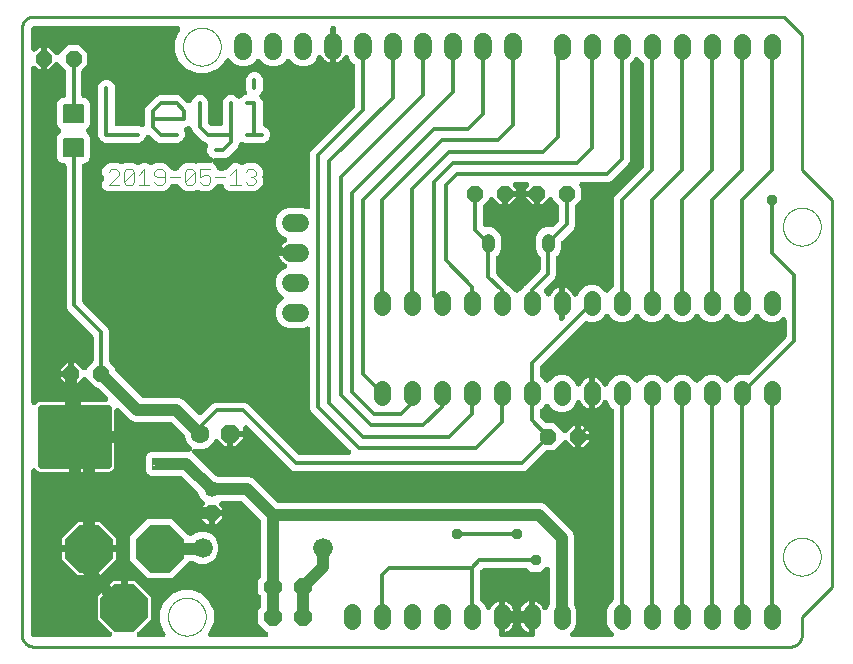
<source format=gtl>
G04 EAGLE Gerber X2 export*
%TF.Part,Single*%
%TF.FileFunction,Other,Top Copper*%
%TF.FilePolarity,Positive*%
%TF.GenerationSoftware,Autodesk,EAGLE,9.1.0*%
%TF.CreationDate,2018-12-28T14:04:56Z*%
G75*
%MOMM*%
%FSLAX34Y34*%
%LPD*%
%AMOC8*
5,1,8,0,0,1.08239X$1,22.5*%
G01*
%ADD10C,0.254000*%
%ADD11C,0.000000*%
%ADD12C,0.355600*%
%ADD13C,0.101600*%
%ADD14C,1.422400*%
%ADD15P,4.329560X8X202.500000*%
%ADD16P,4.329560X8X112.500000*%
%ADD17C,1.950000*%
%ADD18C,1.117600*%
%ADD19P,1.429621X8X202.500000*%
%ADD20P,1.429621X8X22.500000*%
%ADD21C,0.160000*%
%ADD22P,1.732040X8X22.500000*%
%ADD23C,1.600200*%
%ADD24P,1.429621X8X292.500000*%
%ADD25C,1.320800*%
%ADD26C,1.676400*%
%ADD27C,1.524000*%
%ADD28P,1.649562X8X112.500000*%
%ADD29C,0.486000*%
%ADD30C,0.100000*%
%ADD31C,1.016000*%
%ADD32C,0.304800*%
%ADD33P,0.982810X8X22.500000*%
%ADD34C,0.508000*%
%ADD35C,0.304800*%

G36*
X74135Y7886D02*
X74135Y7886D01*
X74265Y7888D01*
X74359Y7906D01*
X74454Y7915D01*
X74580Y7949D01*
X74707Y7974D01*
X74796Y8008D01*
X74888Y8033D01*
X75006Y8089D01*
X75127Y8136D01*
X75209Y8186D01*
X75295Y8227D01*
X75401Y8302D01*
X75512Y8370D01*
X75583Y8433D01*
X75661Y8489D01*
X75752Y8582D01*
X75849Y8668D01*
X75908Y8743D01*
X75975Y8811D01*
X76048Y8919D01*
X76129Y9021D01*
X76174Y9105D01*
X76227Y9184D01*
X76280Y9303D01*
X76341Y9418D01*
X76371Y9509D01*
X76410Y9596D01*
X76440Y9723D01*
X76481Y9846D01*
X76494Y9941D01*
X76516Y10034D01*
X76524Y10163D01*
X76542Y10292D01*
X76538Y10388D01*
X76544Y10483D01*
X76529Y10612D01*
X76524Y10742D01*
X76503Y10835D01*
X76492Y10930D01*
X76454Y11055D01*
X76426Y11182D01*
X76389Y11270D01*
X76362Y11361D01*
X76303Y11477D01*
X76252Y11597D01*
X76200Y11678D01*
X76157Y11763D01*
X76079Y11866D01*
X76008Y11975D01*
X75922Y12073D01*
X75885Y12121D01*
X75852Y12152D01*
X75801Y12210D01*
X64327Y23683D01*
X64327Y31669D01*
X64343Y31744D01*
X64389Y31930D01*
X64391Y31964D01*
X64398Y31998D01*
X64417Y32310D01*
X64417Y33730D01*
X64414Y33765D01*
X64416Y33799D01*
X64394Y33988D01*
X64377Y34179D01*
X64368Y34212D01*
X64364Y34246D01*
X64327Y34369D01*
X64327Y42357D01*
X77531Y55561D01*
X83619Y55561D01*
X83619Y48959D01*
X83638Y48747D01*
X83654Y48536D01*
X83657Y48524D01*
X83659Y48510D01*
X83715Y48306D01*
X83768Y48101D01*
X83774Y48089D01*
X83777Y48076D01*
X83868Y47886D01*
X83957Y47692D01*
X83965Y47681D01*
X83971Y47669D01*
X84094Y47497D01*
X84216Y47323D01*
X84225Y47314D01*
X84233Y47303D01*
X84385Y47156D01*
X84535Y47006D01*
X84546Y46999D01*
X84555Y46989D01*
X84731Y46871D01*
X84905Y46750D01*
X84920Y46743D01*
X84928Y46737D01*
X84965Y46721D01*
X85186Y46613D01*
X85896Y46319D01*
X86053Y46270D01*
X86208Y46213D01*
X86268Y46202D01*
X86326Y46184D01*
X86489Y46163D01*
X86651Y46135D01*
X86712Y46135D01*
X86773Y46127D01*
X86937Y46136D01*
X87101Y46136D01*
X87161Y46147D01*
X87222Y46150D01*
X87382Y46188D01*
X87544Y46217D01*
X87617Y46242D01*
X87661Y46253D01*
X87717Y46277D01*
X87840Y46319D01*
X88550Y46613D01*
X88738Y46711D01*
X88927Y46807D01*
X88937Y46815D01*
X88949Y46821D01*
X89116Y46951D01*
X89285Y47079D01*
X89294Y47089D01*
X89305Y47097D01*
X89447Y47255D01*
X89591Y47410D01*
X89598Y47422D01*
X89606Y47431D01*
X89718Y47611D01*
X89832Y47790D01*
X89837Y47803D01*
X89844Y47814D01*
X89923Y48010D01*
X90003Y48207D01*
X90006Y48220D01*
X90011Y48232D01*
X90053Y48440D01*
X90098Y48647D01*
X90099Y48663D01*
X90101Y48673D01*
X90102Y48713D01*
X90117Y48959D01*
X90117Y55561D01*
X96205Y55561D01*
X109409Y42357D01*
X109409Y34371D01*
X109393Y34295D01*
X109347Y34110D01*
X109345Y34076D01*
X109338Y34042D01*
X109319Y33730D01*
X109319Y32310D01*
X109322Y32275D01*
X109320Y32241D01*
X109342Y32052D01*
X109359Y31861D01*
X109368Y31828D01*
X109372Y31794D01*
X109409Y31671D01*
X109409Y23683D01*
X97935Y12210D01*
X97851Y12110D01*
X97761Y12017D01*
X97707Y11937D01*
X97646Y11864D01*
X97581Y11751D01*
X97509Y11644D01*
X97470Y11556D01*
X97423Y11473D01*
X97379Y11351D01*
X97326Y11232D01*
X97304Y11139D01*
X97272Y11049D01*
X97251Y10920D01*
X97220Y10794D01*
X97214Y10699D01*
X97198Y10605D01*
X97200Y10474D01*
X97192Y10345D01*
X97203Y10250D01*
X97204Y10154D01*
X97229Y10027D01*
X97244Y9898D01*
X97272Y9806D01*
X97290Y9712D01*
X97337Y9591D01*
X97374Y9467D01*
X97418Y9382D01*
X97452Y9292D01*
X97520Y9181D01*
X97579Y9065D01*
X97636Y8989D01*
X97686Y8908D01*
X97772Y8810D01*
X97851Y8707D01*
X97921Y8642D01*
X97984Y8570D01*
X98086Y8490D01*
X98182Y8401D01*
X98263Y8350D01*
X98337Y8291D01*
X98452Y8230D01*
X98562Y8160D01*
X98650Y8123D01*
X98734Y8078D01*
X98858Y8038D01*
X98978Y7989D01*
X99072Y7969D01*
X99163Y7939D01*
X99291Y7921D01*
X99418Y7894D01*
X99548Y7886D01*
X99609Y7878D01*
X99653Y7879D01*
X99730Y7875D01*
X119127Y7875D01*
X119257Y7886D01*
X119387Y7888D01*
X119480Y7906D01*
X119576Y7915D01*
X119701Y7949D01*
X119829Y7974D01*
X119918Y8008D01*
X120010Y8033D01*
X120127Y8089D01*
X120249Y8136D01*
X120330Y8186D01*
X120417Y8227D01*
X120522Y8302D01*
X120633Y8370D01*
X120705Y8433D01*
X120783Y8489D01*
X120873Y8582D01*
X120971Y8668D01*
X121030Y8743D01*
X121097Y8811D01*
X121170Y8919D01*
X121250Y9021D01*
X121295Y9105D01*
X121349Y9184D01*
X121401Y9303D01*
X121463Y9418D01*
X121492Y9509D01*
X121531Y9596D01*
X121562Y9722D01*
X121602Y9846D01*
X121615Y9941D01*
X121638Y10034D01*
X121646Y10163D01*
X121663Y10292D01*
X121660Y10388D01*
X121665Y10483D01*
X121650Y10612D01*
X121645Y10742D01*
X121624Y10835D01*
X121613Y10930D01*
X121576Y11055D01*
X121547Y11182D01*
X121511Y11270D01*
X121483Y11361D01*
X121424Y11477D01*
X121374Y11597D01*
X121322Y11677D01*
X121279Y11763D01*
X121200Y11866D01*
X121130Y11975D01*
X121043Y12073D01*
X121007Y12121D01*
X120974Y12152D01*
X120923Y12210D01*
X120537Y12595D01*
X117095Y20904D01*
X117095Y29896D01*
X120537Y38205D01*
X126895Y44563D01*
X135204Y48005D01*
X144196Y48005D01*
X152505Y44563D01*
X158863Y38205D01*
X162305Y29896D01*
X162305Y20904D01*
X158863Y12595D01*
X158477Y12210D01*
X158394Y12110D01*
X158303Y12017D01*
X158250Y11938D01*
X158189Y11864D01*
X158124Y11751D01*
X158051Y11644D01*
X158013Y11556D01*
X157965Y11473D01*
X157922Y11351D01*
X157869Y11232D01*
X157846Y11139D01*
X157814Y11049D01*
X157793Y10921D01*
X157762Y10794D01*
X157756Y10699D01*
X157741Y10605D01*
X157743Y10475D01*
X157735Y10345D01*
X157746Y10250D01*
X157747Y10155D01*
X157772Y10027D01*
X157787Y9898D01*
X157814Y9806D01*
X157833Y9712D01*
X157879Y9591D01*
X157917Y9467D01*
X157960Y9382D01*
X157995Y9292D01*
X158062Y9181D01*
X158121Y9065D01*
X158179Y8989D01*
X158229Y8908D01*
X158315Y8810D01*
X158393Y8707D01*
X158464Y8642D01*
X158527Y8570D01*
X158629Y8490D01*
X158724Y8401D01*
X158805Y8350D01*
X158880Y8291D01*
X158994Y8230D01*
X159104Y8160D01*
X159193Y8123D01*
X159277Y8078D01*
X159400Y8038D01*
X159521Y7989D01*
X159614Y7969D01*
X159705Y7939D01*
X159834Y7921D01*
X159961Y7894D01*
X160091Y7886D01*
X160151Y7878D01*
X160196Y7879D01*
X160273Y7875D01*
X206158Y7875D01*
X206288Y7886D01*
X206418Y7888D01*
X206512Y7906D01*
X206607Y7915D01*
X206732Y7949D01*
X206860Y7974D01*
X206949Y8008D01*
X207041Y8033D01*
X207159Y8089D01*
X207280Y8136D01*
X207362Y8186D01*
X207448Y8227D01*
X207554Y8302D01*
X207665Y8370D01*
X207736Y8433D01*
X207814Y8489D01*
X207905Y8582D01*
X208002Y8668D01*
X208061Y8743D01*
X208128Y8811D01*
X208201Y8919D01*
X208282Y9021D01*
X208327Y9105D01*
X208380Y9184D01*
X208433Y9303D01*
X208494Y9418D01*
X208524Y9509D01*
X208562Y9596D01*
X208593Y9723D01*
X208633Y9846D01*
X208646Y9941D01*
X208669Y10034D01*
X208677Y10163D01*
X208695Y10292D01*
X208691Y10388D01*
X208697Y10483D01*
X208682Y10612D01*
X208676Y10742D01*
X208656Y10835D01*
X208645Y10930D01*
X208607Y11055D01*
X208579Y11182D01*
X208542Y11270D01*
X208514Y11361D01*
X208455Y11477D01*
X208405Y11597D01*
X208353Y11677D01*
X208310Y11763D01*
X208231Y11866D01*
X208161Y11975D01*
X208075Y12073D01*
X208038Y12121D01*
X208005Y12152D01*
X207954Y12210D01*
X200024Y20139D01*
X200024Y30661D01*
X201821Y32457D01*
X201926Y32583D01*
X202038Y32704D01*
X202070Y32756D01*
X202109Y32802D01*
X202191Y32945D01*
X202279Y33084D01*
X202303Y33140D01*
X202333Y33193D01*
X202388Y33348D01*
X202450Y33500D01*
X202463Y33560D01*
X202484Y33618D01*
X202510Y33780D01*
X202545Y33941D01*
X202550Y34018D01*
X202557Y34062D01*
X202556Y34123D01*
X202564Y34253D01*
X202564Y41947D01*
X202550Y42111D01*
X202543Y42276D01*
X202530Y42335D01*
X202524Y42396D01*
X202481Y42555D01*
X202445Y42715D01*
X202422Y42771D01*
X202406Y42830D01*
X202335Y42979D01*
X202272Y43131D01*
X202239Y43182D01*
X202212Y43237D01*
X202117Y43371D01*
X202027Y43509D01*
X201976Y43567D01*
X201950Y43603D01*
X201907Y43646D01*
X201821Y43743D01*
X200024Y45539D01*
X200024Y56061D01*
X201821Y57857D01*
X201926Y57983D01*
X202038Y58104D01*
X202070Y58156D01*
X202109Y58202D01*
X202191Y58345D01*
X202279Y58484D01*
X202303Y58540D01*
X202333Y58593D01*
X202388Y58748D01*
X202450Y58900D01*
X202463Y58960D01*
X202484Y59018D01*
X202510Y59180D01*
X202545Y59341D01*
X202550Y59418D01*
X202557Y59462D01*
X202556Y59523D01*
X202564Y59653D01*
X202564Y105864D01*
X202550Y106028D01*
X202543Y106193D01*
X202530Y106252D01*
X202524Y106313D01*
X202481Y106472D01*
X202445Y106632D01*
X202422Y106689D01*
X202406Y106747D01*
X202335Y106895D01*
X202272Y107048D01*
X202239Y107099D01*
X202212Y107154D01*
X202117Y107287D01*
X202027Y107426D01*
X201976Y107484D01*
X201950Y107520D01*
X201907Y107563D01*
X201821Y107660D01*
X187035Y122446D01*
X186909Y122551D01*
X186788Y122663D01*
X186736Y122695D01*
X186690Y122734D01*
X186547Y122816D01*
X186408Y122904D01*
X186352Y122928D01*
X186299Y122958D01*
X186144Y123013D01*
X185992Y123075D01*
X185932Y123088D01*
X185874Y123109D01*
X185712Y123135D01*
X185551Y123170D01*
X185474Y123175D01*
X185430Y123182D01*
X185369Y123181D01*
X185239Y123189D01*
X169559Y123189D01*
X169429Y123178D01*
X169299Y123176D01*
X169205Y123158D01*
X169110Y123149D01*
X168985Y123115D01*
X168857Y123090D01*
X168768Y123056D01*
X168676Y123031D01*
X168559Y122975D01*
X168437Y122928D01*
X168355Y122878D01*
X168269Y122837D01*
X168164Y122762D01*
X168052Y122694D01*
X167981Y122631D01*
X167903Y122575D01*
X167812Y122482D01*
X167715Y122396D01*
X167656Y122321D01*
X167589Y122253D01*
X167516Y122145D01*
X167435Y122043D01*
X167390Y121959D01*
X167337Y121880D01*
X167284Y121761D01*
X167223Y121646D01*
X167193Y121555D01*
X167155Y121468D01*
X167124Y121341D01*
X167084Y121218D01*
X167071Y121123D01*
X167048Y121030D01*
X167040Y120901D01*
X167022Y120772D01*
X167026Y120676D01*
X167020Y120581D01*
X167035Y120452D01*
X167041Y120322D01*
X167061Y120229D01*
X167072Y120134D01*
X167110Y120009D01*
X167138Y119882D01*
X167175Y119794D01*
X167203Y119703D01*
X167262Y119587D01*
X167312Y119467D01*
X167364Y119387D01*
X167407Y119301D01*
X167486Y119198D01*
X167556Y119089D01*
X167642Y118991D01*
X167679Y118943D01*
X167712Y118912D01*
X167763Y118854D01*
X169800Y116818D01*
X169800Y115569D01*
X160655Y115569D01*
X151510Y115569D01*
X151510Y116818D01*
X154291Y119598D01*
X154313Y119625D01*
X154339Y119648D01*
X154458Y119798D01*
X154580Y119944D01*
X154597Y119974D01*
X154618Y120001D01*
X154708Y120169D01*
X154803Y120335D01*
X154815Y120367D01*
X154831Y120398D01*
X154890Y120579D01*
X154954Y120759D01*
X154960Y120793D01*
X154970Y120826D01*
X154996Y121015D01*
X155027Y121203D01*
X155027Y121238D01*
X155032Y121272D01*
X155024Y121463D01*
X155021Y121653D01*
X155015Y121687D01*
X155013Y121722D01*
X154972Y121908D01*
X154936Y122096D01*
X154923Y122128D01*
X154916Y122162D01*
X154842Y122338D01*
X154773Y122516D01*
X154755Y122545D01*
X154742Y122577D01*
X154639Y122737D01*
X154540Y122900D01*
X154517Y122926D01*
X154498Y122955D01*
X154291Y123189D01*
X150749Y126731D01*
X149418Y129944D01*
X149364Y130047D01*
X149319Y130155D01*
X149260Y130247D01*
X149210Y130343D01*
X149138Y130435D01*
X149075Y130533D01*
X148973Y130649D01*
X148934Y130699D01*
X148907Y130723D01*
X148868Y130768D01*
X135540Y144096D01*
X135414Y144201D01*
X135293Y144313D01*
X135241Y144345D01*
X135195Y144384D01*
X135052Y144466D01*
X134913Y144554D01*
X134857Y144578D01*
X134804Y144608D01*
X134649Y144663D01*
X134497Y144725D01*
X134437Y144738D01*
X134379Y144759D01*
X134217Y144785D01*
X134056Y144820D01*
X133979Y144825D01*
X133935Y144832D01*
X133874Y144831D01*
X133744Y144839D01*
X115741Y144839D01*
X115673Y144861D01*
X115557Y144875D01*
X115443Y144900D01*
X115289Y144910D01*
X115226Y144917D01*
X115190Y144916D01*
X115131Y144919D01*
X109240Y144919D01*
X107189Y145769D01*
X105619Y147339D01*
X104769Y149390D01*
X104769Y160610D01*
X105619Y162661D01*
X107189Y164231D01*
X109240Y165081D01*
X115131Y165081D01*
X115247Y165091D01*
X115364Y165091D01*
X115471Y165111D01*
X115579Y165121D01*
X115692Y165151D01*
X115743Y165161D01*
X141081Y165161D01*
X141148Y165137D01*
X141195Y165129D01*
X141241Y165115D01*
X141416Y165093D01*
X141592Y165064D01*
X141640Y165064D01*
X141687Y165058D01*
X141864Y165067D01*
X142042Y165070D01*
X142089Y165079D01*
X142137Y165081D01*
X142310Y165121D01*
X142484Y165155D01*
X142529Y165172D01*
X142575Y165183D01*
X142739Y165253D01*
X142904Y165318D01*
X142945Y165342D01*
X142989Y165361D01*
X143137Y165459D01*
X143289Y165551D01*
X143325Y165583D01*
X143365Y165609D01*
X143494Y165732D01*
X143627Y165850D01*
X143656Y165887D01*
X143691Y165920D01*
X143796Y166064D01*
X143906Y166203D01*
X143928Y166245D01*
X143957Y166283D01*
X144035Y166443D01*
X144119Y166600D01*
X144133Y166645D01*
X144154Y166688D01*
X144203Y166859D01*
X144258Y167028D01*
X144264Y167075D01*
X144277Y167121D01*
X144295Y167298D01*
X144319Y167474D01*
X144317Y167522D01*
X144322Y167569D01*
X144308Y167746D01*
X144301Y167924D01*
X144291Y167970D01*
X144287Y168018D01*
X144242Y168190D01*
X144203Y168363D01*
X144185Y168407D01*
X144173Y168454D01*
X144098Y168615D01*
X144030Y168779D01*
X144004Y168819D01*
X143984Y168862D01*
X143882Y169008D01*
X143785Y169157D01*
X143746Y169201D01*
X143725Y169231D01*
X143681Y169275D01*
X143578Y169391D01*
X140040Y172930D01*
X138048Y177738D01*
X138048Y178000D01*
X138043Y178063D01*
X138043Y178074D01*
X138037Y178130D01*
X138034Y178164D01*
X138027Y178329D01*
X138014Y178388D01*
X138008Y178449D01*
X137993Y178505D01*
X137991Y178521D01*
X137966Y178605D01*
X137965Y178608D01*
X137929Y178768D01*
X137906Y178825D01*
X137890Y178883D01*
X137867Y178931D01*
X137861Y178952D01*
X137815Y179042D01*
X137756Y179184D01*
X137723Y179235D01*
X137696Y179290D01*
X137670Y179328D01*
X137657Y179353D01*
X137588Y179444D01*
X137511Y179562D01*
X137460Y179620D01*
X137434Y179656D01*
X137406Y179684D01*
X137385Y179712D01*
X137354Y179740D01*
X137305Y179796D01*
X127405Y189696D01*
X127279Y189801D01*
X127158Y189913D01*
X127106Y189945D01*
X127060Y189984D01*
X126917Y190066D01*
X126778Y190154D01*
X126722Y190178D01*
X126669Y190208D01*
X126514Y190263D01*
X126362Y190325D01*
X126302Y190338D01*
X126244Y190359D01*
X126082Y190385D01*
X125921Y190420D01*
X125844Y190425D01*
X125800Y190432D01*
X125739Y190431D01*
X125609Y190439D01*
X95829Y190439D01*
X92094Y191986D01*
X82726Y201355D01*
X82626Y201439D01*
X82533Y201529D01*
X82453Y201583D01*
X82380Y201644D01*
X82267Y201709D01*
X82160Y201781D01*
X82072Y201820D01*
X81989Y201867D01*
X81867Y201911D01*
X81748Y201964D01*
X81655Y201986D01*
X81565Y202018D01*
X81437Y202039D01*
X81310Y202070D01*
X81215Y202076D01*
X81121Y202092D01*
X80991Y202090D01*
X80861Y202098D01*
X80766Y202087D01*
X80670Y202086D01*
X80543Y202061D01*
X80414Y202046D01*
X80322Y202018D01*
X80228Y202000D01*
X80107Y201953D01*
X79983Y201915D01*
X79898Y201872D01*
X79808Y201838D01*
X79697Y201770D01*
X79581Y201711D01*
X79505Y201653D01*
X79424Y201604D01*
X79326Y201518D01*
X79223Y201439D01*
X79158Y201369D01*
X79086Y201306D01*
X79006Y201204D01*
X78917Y201108D01*
X78866Y201027D01*
X78807Y200952D01*
X78746Y200838D01*
X78676Y200728D01*
X78639Y200640D01*
X78594Y200556D01*
X78554Y200432D01*
X78505Y200312D01*
X78485Y200218D01*
X78455Y200127D01*
X78437Y199999D01*
X78410Y199871D01*
X78402Y199742D01*
X78394Y199681D01*
X78395Y199636D01*
X78391Y199560D01*
X78391Y182879D01*
X49929Y182879D01*
X49929Y207341D01*
X70610Y207341D01*
X70739Y207352D01*
X70869Y207354D01*
X70963Y207372D01*
X71058Y207381D01*
X71184Y207415D01*
X71311Y207440D01*
X71400Y207474D01*
X71492Y207499D01*
X71610Y207555D01*
X71731Y207602D01*
X71813Y207652D01*
X71899Y207693D01*
X72005Y207768D01*
X72116Y207836D01*
X72187Y207899D01*
X72265Y207955D01*
X72356Y208048D01*
X72453Y208134D01*
X72513Y208209D01*
X72579Y208277D01*
X72652Y208385D01*
X72733Y208487D01*
X72778Y208571D01*
X72831Y208650D01*
X72884Y208769D01*
X72945Y208884D01*
X72975Y208975D01*
X73014Y209062D01*
X73044Y209189D01*
X73084Y209312D01*
X73098Y209407D01*
X73120Y209500D01*
X73128Y209629D01*
X73146Y209758D01*
X73142Y209854D01*
X73148Y209949D01*
X73133Y210078D01*
X73128Y210208D01*
X73107Y210301D01*
X73096Y210396D01*
X73058Y210521D01*
X73030Y210648D01*
X72993Y210736D01*
X72965Y210827D01*
X72906Y210943D01*
X72856Y211063D01*
X72804Y211143D01*
X72761Y211229D01*
X72683Y211332D01*
X72612Y211441D01*
X72526Y211539D01*
X72489Y211587D01*
X72456Y211618D01*
X72405Y211676D01*
X65369Y218712D01*
X65243Y218817D01*
X65122Y218929D01*
X65070Y218961D01*
X65024Y219000D01*
X64881Y219082D01*
X64742Y219170D01*
X64686Y219194D01*
X64633Y219224D01*
X64478Y219279D01*
X64326Y219341D01*
X64266Y219354D01*
X64208Y219375D01*
X64046Y219401D01*
X63885Y219436D01*
X63808Y219441D01*
X63764Y219448D01*
X63703Y219447D01*
X63573Y219455D01*
X62470Y219455D01*
X55549Y226376D01*
X55526Y226494D01*
X55492Y226583D01*
X55467Y226675D01*
X55411Y226792D01*
X55364Y226914D01*
X55314Y226996D01*
X55273Y227082D01*
X55198Y227187D01*
X55130Y227299D01*
X55067Y227370D01*
X55011Y227448D01*
X54918Y227539D01*
X54832Y227636D01*
X54757Y227695D01*
X54689Y227762D01*
X54581Y227835D01*
X54479Y227915D01*
X54395Y227961D01*
X54316Y228014D01*
X54197Y228067D01*
X54082Y228128D01*
X53991Y228158D01*
X53904Y228196D01*
X53777Y228227D01*
X53654Y228267D01*
X53559Y228280D01*
X53466Y228303D01*
X53337Y228311D01*
X53208Y228329D01*
X53112Y228325D01*
X53017Y228331D01*
X52888Y228316D01*
X52758Y228310D01*
X52665Y228290D01*
X52570Y228279D01*
X52445Y228241D01*
X52318Y228213D01*
X52230Y228176D01*
X52139Y228148D01*
X52023Y228089D01*
X51903Y228039D01*
X51823Y227987D01*
X51737Y227944D01*
X51634Y227865D01*
X51525Y227795D01*
X51427Y227709D01*
X51379Y227672D01*
X51348Y227639D01*
X51290Y227588D01*
X45698Y221995D01*
X44449Y221995D01*
X44449Y231140D01*
X44449Y240285D01*
X45698Y240285D01*
X51290Y234692D01*
X51390Y234609D01*
X51483Y234518D01*
X51563Y234464D01*
X51636Y234403D01*
X51749Y234339D01*
X51856Y234266D01*
X51944Y234227D01*
X52027Y234180D01*
X52149Y234136D01*
X52268Y234084D01*
X52361Y234061D01*
X52451Y234029D01*
X52579Y234008D01*
X52706Y233977D01*
X52801Y233971D01*
X52895Y233956D01*
X53025Y233957D01*
X53155Y233949D01*
X53250Y233960D01*
X53346Y233962D01*
X53473Y233986D01*
X53602Y234001D01*
X53694Y234029D01*
X53788Y234047D01*
X53909Y234094D01*
X54033Y234132D01*
X54118Y234175D01*
X54208Y234209D01*
X54319Y234277D01*
X54435Y234336D01*
X54511Y234394D01*
X54592Y234443D01*
X54690Y234530D01*
X54793Y234608D01*
X54858Y234678D01*
X54930Y234742D01*
X55010Y234844D01*
X55099Y234939D01*
X55150Y235020D01*
X55209Y235095D01*
X55270Y235209D01*
X55340Y235319D01*
X55377Y235407D01*
X55422Y235492D01*
X55462Y235615D01*
X55511Y235736D01*
X55531Y235829D01*
X55559Y235914D01*
X59962Y240316D01*
X60067Y240442D01*
X60179Y240563D01*
X60211Y240615D01*
X60250Y240662D01*
X60332Y240804D01*
X60420Y240943D01*
X60444Y241000D01*
X60474Y241053D01*
X60529Y241208D01*
X60591Y241360D01*
X60604Y241419D01*
X60625Y241477D01*
X60651Y241639D01*
X60686Y241800D01*
X60691Y241877D01*
X60698Y241921D01*
X60697Y241982D01*
X60705Y242112D01*
X60705Y262277D01*
X60691Y262441D01*
X60684Y262606D01*
X60671Y262665D01*
X60665Y262726D01*
X60622Y262885D01*
X60586Y263045D01*
X60563Y263101D01*
X60547Y263160D01*
X60476Y263309D01*
X60413Y263461D01*
X60380Y263512D01*
X60353Y263567D01*
X60258Y263700D01*
X60168Y263839D01*
X60117Y263897D01*
X60091Y263933D01*
X60048Y263976D01*
X59962Y264073D01*
X41066Y282969D01*
X38851Y285184D01*
X37845Y287611D01*
X37845Y407040D01*
X37842Y407075D01*
X37844Y407109D01*
X37822Y407298D01*
X37805Y407489D01*
X37796Y407522D01*
X37792Y407556D01*
X37737Y407739D01*
X37687Y407923D01*
X37672Y407954D01*
X37662Y407987D01*
X37575Y408158D01*
X37493Y408330D01*
X37473Y408358D01*
X37458Y408389D01*
X37342Y408541D01*
X37231Y408696D01*
X37206Y408720D01*
X37186Y408747D01*
X37046Y408876D01*
X36909Y409010D01*
X36880Y409029D01*
X36854Y409053D01*
X36693Y409155D01*
X36536Y409262D01*
X36504Y409276D01*
X36475Y409294D01*
X36298Y409367D01*
X36124Y409444D01*
X36090Y409452D01*
X36058Y409465D01*
X35871Y409505D01*
X35686Y409551D01*
X35652Y409553D01*
X35618Y409560D01*
X35306Y409579D01*
X34430Y409579D01*
X32269Y410475D01*
X30615Y412129D01*
X29719Y414290D01*
X29719Y431030D01*
X30615Y433191D01*
X32508Y435084D01*
X32530Y435111D01*
X32556Y435134D01*
X32674Y435283D01*
X32797Y435430D01*
X32814Y435460D01*
X32835Y435487D01*
X32925Y435655D01*
X33020Y435821D01*
X33032Y435853D01*
X33048Y435884D01*
X33107Y436065D01*
X33171Y436245D01*
X33177Y436279D01*
X33187Y436312D01*
X33213Y436501D01*
X33244Y436689D01*
X33244Y436724D01*
X33249Y436758D01*
X33241Y436949D01*
X33238Y437139D01*
X33232Y437174D01*
X33230Y437208D01*
X33189Y437394D01*
X33153Y437582D01*
X33140Y437614D01*
X33133Y437648D01*
X33059Y437824D01*
X32990Y438002D01*
X32973Y438031D01*
X32959Y438063D01*
X32855Y438224D01*
X32757Y438386D01*
X32734Y438412D01*
X32715Y438441D01*
X32508Y438676D01*
X30615Y440569D01*
X29719Y442730D01*
X29719Y459470D01*
X30615Y461631D01*
X32269Y463285D01*
X34430Y464181D01*
X34671Y464181D01*
X34706Y464184D01*
X34740Y464182D01*
X34929Y464204D01*
X35120Y464221D01*
X35153Y464230D01*
X35187Y464234D01*
X35370Y464289D01*
X35554Y464339D01*
X35585Y464354D01*
X35618Y464364D01*
X35789Y464451D01*
X35961Y464533D01*
X35989Y464553D01*
X36020Y464568D01*
X36172Y464684D01*
X36327Y464795D01*
X36351Y464820D01*
X36378Y464840D01*
X36507Y464980D01*
X36641Y465117D01*
X36660Y465146D01*
X36684Y465172D01*
X36786Y465333D01*
X36893Y465490D01*
X36907Y465522D01*
X36925Y465551D01*
X36998Y465728D01*
X37075Y465902D01*
X37083Y465936D01*
X37096Y465968D01*
X37136Y466155D01*
X37182Y466340D01*
X37184Y466374D01*
X37191Y466408D01*
X37210Y466720D01*
X37210Y486868D01*
X37196Y487032D01*
X37189Y487196D01*
X37176Y487256D01*
X37170Y487317D01*
X37127Y487476D01*
X37091Y487636D01*
X37068Y487692D01*
X37052Y487751D01*
X36981Y487899D01*
X36918Y488051D01*
X36885Y488103D01*
X36858Y488158D01*
X36763Y488291D01*
X36673Y488430D01*
X36622Y488487D01*
X36596Y488524D01*
X36553Y488566D01*
X36467Y488664D01*
X32054Y493076D01*
X32031Y493194D01*
X31997Y493283D01*
X31972Y493375D01*
X31916Y493492D01*
X31869Y493614D01*
X31819Y493696D01*
X31778Y493782D01*
X31703Y493887D01*
X31635Y493999D01*
X31572Y494070D01*
X31516Y494148D01*
X31423Y494239D01*
X31337Y494336D01*
X31262Y494395D01*
X31194Y494462D01*
X31086Y494535D01*
X30984Y494615D01*
X30900Y494661D01*
X30821Y494714D01*
X30702Y494767D01*
X30587Y494828D01*
X30496Y494858D01*
X30409Y494896D01*
X30282Y494927D01*
X30159Y494967D01*
X30064Y494980D01*
X29971Y495003D01*
X29842Y495011D01*
X29713Y495029D01*
X29617Y495025D01*
X29522Y495031D01*
X29393Y495016D01*
X29263Y495010D01*
X29170Y494990D01*
X29075Y494979D01*
X28950Y494941D01*
X28823Y494913D01*
X28735Y494876D01*
X28644Y494848D01*
X28528Y494789D01*
X28408Y494739D01*
X28328Y494687D01*
X28242Y494644D01*
X28139Y494565D01*
X28030Y494495D01*
X27932Y494409D01*
X27884Y494372D01*
X27853Y494339D01*
X27795Y494288D01*
X22203Y488695D01*
X20954Y488695D01*
X20954Y497840D01*
X20954Y506985D01*
X22203Y506985D01*
X27795Y501392D01*
X27895Y501309D01*
X27988Y501218D01*
X28068Y501164D01*
X28141Y501103D01*
X28254Y501039D01*
X28361Y500966D01*
X28449Y500927D01*
X28532Y500880D01*
X28654Y500836D01*
X28773Y500784D01*
X28866Y500761D01*
X28956Y500729D01*
X29084Y500708D01*
X29211Y500677D01*
X29306Y500671D01*
X29400Y500656D01*
X29530Y500657D01*
X29660Y500649D01*
X29755Y500660D01*
X29851Y500662D01*
X29978Y500686D01*
X30107Y500701D01*
X30199Y500729D01*
X30293Y500747D01*
X30414Y500794D01*
X30538Y500832D01*
X30623Y500875D01*
X30713Y500909D01*
X30824Y500977D01*
X30940Y501036D01*
X31016Y501094D01*
X31097Y501143D01*
X31195Y501230D01*
X31298Y501308D01*
X31363Y501378D01*
X31435Y501442D01*
X31515Y501544D01*
X31604Y501639D01*
X31655Y501720D01*
X31714Y501795D01*
X31775Y501909D01*
X31845Y502019D01*
X31882Y502107D01*
X31927Y502192D01*
X31967Y502315D01*
X32016Y502436D01*
X32036Y502529D01*
X32064Y502614D01*
X38975Y509525D01*
X48655Y509525D01*
X55500Y502680D01*
X55500Y493000D01*
X51163Y488664D01*
X51058Y488537D01*
X50946Y488417D01*
X50914Y488365D01*
X50875Y488318D01*
X50793Y488176D01*
X50705Y488037D01*
X50681Y487980D01*
X50651Y487927D01*
X50596Y487773D01*
X50534Y487620D01*
X50521Y487561D01*
X50500Y487503D01*
X50474Y487341D01*
X50439Y487180D01*
X50434Y487103D01*
X50427Y487059D01*
X50428Y486998D01*
X50420Y486868D01*
X50420Y466720D01*
X50423Y466685D01*
X50421Y466651D01*
X50443Y466462D01*
X50460Y466271D01*
X50469Y466238D01*
X50473Y466204D01*
X50528Y466021D01*
X50578Y465837D01*
X50593Y465806D01*
X50603Y465773D01*
X50690Y465602D01*
X50772Y465430D01*
X50792Y465402D01*
X50807Y465371D01*
X50923Y465219D01*
X51034Y465064D01*
X51059Y465040D01*
X51079Y465013D01*
X51219Y464884D01*
X51356Y464750D01*
X51385Y464731D01*
X51411Y464707D01*
X51572Y464605D01*
X51729Y464498D01*
X51761Y464484D01*
X51790Y464466D01*
X51967Y464393D01*
X52141Y464316D01*
X52175Y464308D01*
X52207Y464295D01*
X52394Y464255D01*
X52579Y464209D01*
X52613Y464207D01*
X52647Y464200D01*
X52959Y464181D01*
X53200Y464181D01*
X55361Y463285D01*
X57015Y461631D01*
X57911Y459470D01*
X57911Y442730D01*
X57015Y440569D01*
X55122Y438676D01*
X55100Y438649D01*
X55074Y438626D01*
X54956Y438477D01*
X54833Y438330D01*
X54816Y438300D01*
X54795Y438273D01*
X54704Y438105D01*
X54610Y437939D01*
X54598Y437907D01*
X54582Y437876D01*
X54523Y437695D01*
X54459Y437515D01*
X54453Y437481D01*
X54443Y437448D01*
X54417Y437259D01*
X54386Y437071D01*
X54386Y437036D01*
X54381Y437002D01*
X54389Y436811D01*
X54392Y436620D01*
X54398Y436586D01*
X54400Y436552D01*
X54441Y436366D01*
X54477Y436178D01*
X54490Y436146D01*
X54497Y436112D01*
X54571Y435937D01*
X54640Y435758D01*
X54658Y435729D01*
X54671Y435697D01*
X54774Y435537D01*
X54873Y435374D01*
X54896Y435348D01*
X54915Y435319D01*
X55122Y435084D01*
X57015Y433191D01*
X57911Y431030D01*
X57911Y414290D01*
X57015Y412129D01*
X55361Y410475D01*
X53056Y409520D01*
X52895Y409471D01*
X52711Y409421D01*
X52680Y409406D01*
X52647Y409396D01*
X52476Y409309D01*
X52304Y409227D01*
X52276Y409207D01*
X52245Y409192D01*
X52093Y409076D01*
X51938Y408965D01*
X51914Y408940D01*
X51887Y408920D01*
X51758Y408780D01*
X51624Y408643D01*
X51605Y408614D01*
X51581Y408588D01*
X51479Y408427D01*
X51372Y408270D01*
X51358Y408238D01*
X51340Y408209D01*
X51267Y408032D01*
X51190Y407858D01*
X51182Y407824D01*
X51169Y407792D01*
X51129Y407605D01*
X51083Y407420D01*
X51081Y407386D01*
X51074Y407352D01*
X51055Y407040D01*
X51055Y292713D01*
X51069Y292549D01*
X51076Y292384D01*
X51089Y292325D01*
X51095Y292264D01*
X51138Y292105D01*
X51174Y291945D01*
X51197Y291889D01*
X51213Y291830D01*
X51284Y291682D01*
X51347Y291529D01*
X51380Y291478D01*
X51407Y291423D01*
X51502Y291290D01*
X51592Y291151D01*
X51643Y291093D01*
X51669Y291057D01*
X51712Y291014D01*
X51798Y290917D01*
X70694Y272021D01*
X72909Y269806D01*
X73915Y267379D01*
X73915Y242112D01*
X73929Y241948D01*
X73936Y241784D01*
X73949Y241724D01*
X73955Y241663D01*
X73998Y241504D01*
X74034Y241344D01*
X74057Y241288D01*
X74073Y241229D01*
X74144Y241080D01*
X74207Y240929D01*
X74240Y240877D01*
X74267Y240822D01*
X74362Y240689D01*
X74452Y240550D01*
X74503Y240493D01*
X74529Y240456D01*
X74572Y240414D01*
X74658Y240316D01*
X78995Y235980D01*
X78995Y234877D01*
X79009Y234713D01*
X79016Y234548D01*
X79029Y234489D01*
X79035Y234428D01*
X79078Y234269D01*
X79114Y234109D01*
X79137Y234052D01*
X79153Y233994D01*
X79224Y233846D01*
X79287Y233693D01*
X79320Y233642D01*
X79347Y233587D01*
X79442Y233454D01*
X79532Y233315D01*
X79583Y233257D01*
X79609Y233221D01*
X79652Y233178D01*
X79738Y233081D01*
X101315Y211504D01*
X101441Y211399D01*
X101562Y211287D01*
X101614Y211255D01*
X101660Y211216D01*
X101803Y211134D01*
X101942Y211046D01*
X101998Y211022D01*
X102051Y210992D01*
X102206Y210937D01*
X102358Y210875D01*
X102418Y210862D01*
X102476Y210841D01*
X102638Y210815D01*
X102799Y210780D01*
X102876Y210775D01*
X102920Y210768D01*
X102981Y210769D01*
X103111Y210761D01*
X132891Y210761D01*
X136626Y209214D01*
X148991Y196848D01*
X149018Y196826D01*
X149041Y196800D01*
X149190Y196682D01*
X149337Y196559D01*
X149367Y196542D01*
X149394Y196520D01*
X149562Y196430D01*
X149728Y196336D01*
X149760Y196324D01*
X149791Y196308D01*
X149972Y196249D01*
X150152Y196185D01*
X150186Y196179D01*
X150219Y196169D01*
X150408Y196143D01*
X150596Y196111D01*
X150631Y196112D01*
X150665Y196107D01*
X150856Y196115D01*
X151047Y196118D01*
X151081Y196124D01*
X151115Y196126D01*
X151301Y196167D01*
X151489Y196203D01*
X151521Y196216D01*
X151555Y196223D01*
X151731Y196297D01*
X151909Y196365D01*
X151938Y196383D01*
X151970Y196397D01*
X152130Y196500D01*
X152293Y196599D01*
X152319Y196622D01*
X152348Y196641D01*
X152583Y196848D01*
X159144Y203409D01*
X161359Y205624D01*
X163786Y206630D01*
X188639Y206630D01*
X191066Y205624D01*
X233767Y162923D01*
X233893Y162818D01*
X234014Y162706D01*
X234066Y162674D01*
X234112Y162635D01*
X234255Y162553D01*
X234394Y162465D01*
X234450Y162441D01*
X234503Y162411D01*
X234658Y162356D01*
X234810Y162294D01*
X234870Y162281D01*
X234928Y162260D01*
X235090Y162234D01*
X235251Y162199D01*
X235328Y162194D01*
X235372Y162187D01*
X235433Y162188D01*
X235563Y162180D01*
X276374Y162180D01*
X276504Y162191D01*
X276634Y162193D01*
X276728Y162211D01*
X276823Y162220D01*
X276948Y162254D01*
X277076Y162279D01*
X277165Y162313D01*
X277257Y162338D01*
X277375Y162394D01*
X277496Y162441D01*
X277578Y162491D01*
X277664Y162532D01*
X277770Y162607D01*
X277881Y162675D01*
X277952Y162738D01*
X278030Y162794D01*
X278121Y162887D01*
X278218Y162973D01*
X278277Y163048D01*
X278344Y163116D01*
X278417Y163224D01*
X278498Y163326D01*
X278543Y163410D01*
X278596Y163489D01*
X278649Y163608D01*
X278710Y163723D01*
X278740Y163814D01*
X278778Y163901D01*
X278809Y164028D01*
X278849Y164151D01*
X278862Y164246D01*
X278885Y164339D01*
X278893Y164468D01*
X278911Y164597D01*
X278907Y164693D01*
X278913Y164788D01*
X278898Y164917D01*
X278892Y165047D01*
X278872Y165140D01*
X278861Y165235D01*
X278823Y165360D01*
X278795Y165487D01*
X278758Y165575D01*
X278730Y165666D01*
X278671Y165782D01*
X278621Y165902D01*
X278569Y165983D01*
X278526Y166068D01*
X278448Y166171D01*
X278377Y166280D01*
X278291Y166378D01*
X278254Y166426D01*
X278221Y166457D01*
X278170Y166515D01*
X245226Y199459D01*
X244220Y201886D01*
X244220Y268604D01*
X244213Y268687D01*
X244215Y268769D01*
X244193Y268910D01*
X244180Y269053D01*
X244159Y269133D01*
X244146Y269214D01*
X244100Y269349D01*
X244062Y269487D01*
X244026Y269562D01*
X244000Y269640D01*
X243930Y269765D01*
X243868Y269894D01*
X243821Y269961D01*
X243780Y270033D01*
X243690Y270144D01*
X243606Y270260D01*
X243547Y270318D01*
X243495Y270381D01*
X243386Y270474D01*
X243284Y270574D01*
X243215Y270620D01*
X243153Y270674D01*
X243029Y270746D01*
X242911Y270826D01*
X242835Y270860D01*
X242764Y270901D01*
X242630Y270950D01*
X242499Y271008D01*
X242419Y271028D01*
X242341Y271056D01*
X242200Y271081D01*
X242061Y271115D01*
X241979Y271120D01*
X241898Y271134D01*
X241755Y271134D01*
X241612Y271143D01*
X241530Y271133D01*
X241448Y271133D01*
X241307Y271107D01*
X241165Y271091D01*
X241086Y271067D01*
X241005Y271052D01*
X240771Y270972D01*
X240734Y270960D01*
X240724Y270956D01*
X240709Y270950D01*
X238111Y269874D01*
X225439Y269874D01*
X220771Y271808D01*
X217198Y275381D01*
X215264Y280049D01*
X215264Y285101D01*
X217198Y289769D01*
X220908Y293479D01*
X220930Y293506D01*
X220956Y293529D01*
X221074Y293678D01*
X221197Y293825D01*
X221214Y293855D01*
X221236Y293882D01*
X221326Y294050D01*
X221420Y294216D01*
X221432Y294248D01*
X221448Y294279D01*
X221507Y294460D01*
X221571Y294640D01*
X221577Y294674D01*
X221587Y294707D01*
X221613Y294896D01*
X221644Y295084D01*
X221644Y295119D01*
X221649Y295153D01*
X221641Y295344D01*
X221638Y295534D01*
X221632Y295569D01*
X221630Y295603D01*
X221589Y295789D01*
X221553Y295977D01*
X221540Y296009D01*
X221533Y296043D01*
X221459Y296219D01*
X221391Y296397D01*
X221373Y296426D01*
X221359Y296458D01*
X221256Y296619D01*
X221157Y296781D01*
X221134Y296807D01*
X221115Y296836D01*
X220908Y297071D01*
X217198Y300781D01*
X215264Y305449D01*
X215264Y310501D01*
X217198Y315169D01*
X220771Y318742D01*
X223146Y319726D01*
X223173Y319740D01*
X223202Y319750D01*
X223372Y319844D01*
X223545Y319935D01*
X223569Y319953D01*
X223596Y319968D01*
X223747Y320091D01*
X223901Y320210D01*
X223921Y320233D01*
X223945Y320252D01*
X224072Y320400D01*
X224203Y320545D01*
X224219Y320570D01*
X224239Y320593D01*
X224338Y320761D01*
X224441Y320927D01*
X224452Y320955D01*
X224467Y320981D01*
X224535Y321164D01*
X224607Y321345D01*
X224613Y321375D01*
X224624Y321403D01*
X224658Y321595D01*
X224697Y321786D01*
X224698Y321817D01*
X224703Y321847D01*
X224703Y322041D01*
X224708Y322236D01*
X224704Y322267D01*
X224704Y322297D01*
X224669Y322489D01*
X224639Y322681D01*
X224629Y322710D01*
X224624Y322740D01*
X224556Y322924D01*
X224493Y323107D01*
X224478Y323134D01*
X224468Y323162D01*
X224368Y323330D01*
X224274Y323500D01*
X224254Y323524D01*
X224239Y323550D01*
X224112Y323698D01*
X223988Y323849D01*
X223965Y323869D01*
X223945Y323892D01*
X223794Y324015D01*
X223646Y324141D01*
X223620Y324157D01*
X223596Y324176D01*
X223327Y324335D01*
X222640Y324685D01*
X221346Y325625D01*
X220215Y326756D01*
X219275Y328050D01*
X218549Y329475D01*
X218106Y330836D01*
X231775Y330836D01*
X231809Y330839D01*
X231844Y330837D01*
X232033Y330859D01*
X232223Y330875D01*
X232257Y330885D01*
X232291Y330889D01*
X232474Y330944D01*
X232658Y330994D01*
X232689Y331009D01*
X232722Y331019D01*
X232893Y331106D01*
X233064Y331187D01*
X233092Y331208D01*
X233123Y331223D01*
X233275Y331338D01*
X233430Y331450D01*
X233454Y331474D01*
X233482Y331495D01*
X233611Y331635D01*
X233744Y331772D01*
X233764Y331801D01*
X233787Y331826D01*
X233890Y331987D01*
X233996Y332145D01*
X234010Y332177D01*
X234029Y332206D01*
X234101Y332382D01*
X234179Y332557D01*
X234187Y332591D01*
X234200Y332623D01*
X234240Y332809D01*
X234285Y332994D01*
X234287Y333029D01*
X234295Y333063D01*
X234314Y333375D01*
X234311Y333410D01*
X234313Y333444D01*
X234291Y333634D01*
X234274Y333824D01*
X234265Y333857D01*
X234261Y333891D01*
X234206Y334074D01*
X234155Y334258D01*
X234141Y334289D01*
X234131Y334322D01*
X234044Y334493D01*
X233962Y334665D01*
X233942Y334693D01*
X233926Y334724D01*
X233811Y334876D01*
X233700Y335031D01*
X233675Y335055D01*
X233654Y335082D01*
X233514Y335212D01*
X233377Y335345D01*
X233349Y335364D01*
X233323Y335388D01*
X233162Y335490D01*
X233004Y335597D01*
X232973Y335611D01*
X232943Y335629D01*
X232767Y335702D01*
X232592Y335779D01*
X232559Y335787D01*
X232527Y335800D01*
X232340Y335841D01*
X232155Y335886D01*
X232121Y335888D01*
X232087Y335895D01*
X231775Y335914D01*
X218106Y335914D01*
X218549Y337275D01*
X219275Y338700D01*
X220215Y339994D01*
X221346Y341125D01*
X222640Y342065D01*
X223327Y342415D01*
X223353Y342432D01*
X223381Y342444D01*
X223544Y342551D01*
X223708Y342655D01*
X223731Y342675D01*
X223756Y342692D01*
X223897Y342826D01*
X224042Y342957D01*
X224060Y342982D01*
X224082Y343002D01*
X224197Y343159D01*
X224316Y343314D01*
X224330Y343341D01*
X224348Y343366D01*
X224434Y343541D01*
X224523Y343714D01*
X224532Y343743D01*
X224546Y343770D01*
X224599Y343958D01*
X224657Y344144D01*
X224660Y344174D01*
X224669Y344204D01*
X224688Y344398D01*
X224712Y344591D01*
X224710Y344621D01*
X224713Y344652D01*
X224698Y344846D01*
X224687Y345041D01*
X224680Y345070D01*
X224678Y345101D01*
X224629Y345289D01*
X224584Y345479D01*
X224572Y345507D01*
X224564Y345536D01*
X224482Y345713D01*
X224405Y345892D01*
X224388Y345917D01*
X224375Y345945D01*
X224263Y346105D01*
X224155Y346267D01*
X224134Y346289D01*
X224117Y346314D01*
X223979Y346451D01*
X223843Y346592D01*
X223819Y346609D01*
X223797Y346631D01*
X223637Y346742D01*
X223479Y346856D01*
X223452Y346869D01*
X223427Y346887D01*
X223146Y347024D01*
X220771Y348008D01*
X217198Y351581D01*
X215264Y356249D01*
X215264Y361301D01*
X217198Y365969D01*
X220771Y369542D01*
X225439Y371476D01*
X238111Y371476D01*
X240709Y370400D01*
X240788Y370375D01*
X240863Y370342D01*
X241002Y370308D01*
X241139Y370265D01*
X241221Y370254D01*
X241301Y370235D01*
X241443Y370226D01*
X241586Y370208D01*
X241668Y370212D01*
X241750Y370207D01*
X241892Y370224D01*
X242035Y370231D01*
X242115Y370250D01*
X242197Y370259D01*
X242335Y370301D01*
X242474Y370333D01*
X242549Y370366D01*
X242628Y370390D01*
X242756Y370455D01*
X242887Y370511D01*
X242956Y370557D01*
X243030Y370594D01*
X243144Y370680D01*
X243263Y370759D01*
X243323Y370816D01*
X243388Y370866D01*
X243485Y370971D01*
X243589Y371070D01*
X243638Y371137D01*
X243694Y371197D01*
X243771Y371318D01*
X243855Y371433D01*
X243891Y371507D01*
X243935Y371577D01*
X243990Y371709D01*
X244053Y371838D01*
X244075Y371917D01*
X244106Y371993D01*
X244136Y372133D01*
X244176Y372271D01*
X244184Y372353D01*
X244201Y372434D01*
X244216Y372680D01*
X244220Y372719D01*
X244219Y372730D01*
X244220Y372746D01*
X244220Y417239D01*
X245226Y419666D01*
X247441Y421881D01*
X281577Y456017D01*
X281682Y456143D01*
X281794Y456264D01*
X281826Y456316D01*
X281865Y456362D01*
X281947Y456505D01*
X282035Y456644D01*
X282059Y456700D01*
X282089Y456753D01*
X282144Y456908D01*
X282206Y457060D01*
X282219Y457120D01*
X282240Y457178D01*
X282266Y457340D01*
X282301Y457501D01*
X282306Y457578D01*
X282313Y457622D01*
X282312Y457683D01*
X282320Y457813D01*
X282320Y491781D01*
X282306Y491945D01*
X282299Y492110D01*
X282286Y492169D01*
X282280Y492230D01*
X282237Y492389D01*
X282201Y492549D01*
X282178Y492605D01*
X282162Y492664D01*
X282091Y492813D01*
X282028Y492965D01*
X281995Y493016D01*
X281968Y493071D01*
X281873Y493205D01*
X281783Y493343D01*
X281732Y493401D01*
X281706Y493437D01*
X281663Y493480D01*
X281577Y493577D01*
X278158Y496996D01*
X277174Y499371D01*
X277160Y499398D01*
X277150Y499427D01*
X277056Y499597D01*
X276965Y499770D01*
X276947Y499794D01*
X276932Y499821D01*
X276809Y499972D01*
X276690Y500126D01*
X276667Y500146D01*
X276648Y500170D01*
X276500Y500297D01*
X276355Y500428D01*
X276330Y500444D01*
X276307Y500464D01*
X276139Y500563D01*
X275973Y500666D01*
X275945Y500677D01*
X275919Y500692D01*
X275736Y500760D01*
X275555Y500832D01*
X275525Y500838D01*
X275497Y500849D01*
X275305Y500883D01*
X275114Y500922D01*
X275083Y500923D01*
X275053Y500928D01*
X274859Y500928D01*
X274664Y500933D01*
X274633Y500929D01*
X274603Y500929D01*
X274411Y500894D01*
X274219Y500864D01*
X274190Y500854D01*
X274160Y500849D01*
X273976Y500781D01*
X273793Y500718D01*
X273766Y500703D01*
X273738Y500693D01*
X273570Y500593D01*
X273400Y500499D01*
X273376Y500479D01*
X273350Y500464D01*
X273202Y500337D01*
X273051Y500213D01*
X273031Y500190D01*
X273008Y500170D01*
X272885Y500019D01*
X272759Y499871D01*
X272743Y499845D01*
X272724Y499821D01*
X272565Y499552D01*
X272215Y498865D01*
X271275Y497571D01*
X270144Y496440D01*
X268850Y495500D01*
X267425Y494774D01*
X266064Y494331D01*
X266064Y508000D01*
X266064Y522986D01*
X266061Y523021D01*
X266063Y523055D01*
X266041Y523244D01*
X266024Y523435D01*
X266015Y523468D01*
X266011Y523502D01*
X265956Y523685D01*
X265906Y523869D01*
X265891Y523900D01*
X265881Y523933D01*
X265794Y524104D01*
X265713Y524276D01*
X265692Y524304D01*
X265677Y524335D01*
X265561Y524487D01*
X265450Y524642D01*
X265426Y524666D01*
X265405Y524693D01*
X265265Y524822D01*
X265128Y524956D01*
X265099Y524975D01*
X265074Y524999D01*
X264913Y525101D01*
X264755Y525208D01*
X264723Y525222D01*
X264694Y525240D01*
X264517Y525313D01*
X264343Y525390D01*
X264309Y525398D01*
X264277Y525411D01*
X264091Y525451D01*
X263905Y525497D01*
X263871Y525499D01*
X263837Y525506D01*
X263525Y525525D01*
X263490Y525522D01*
X263456Y525524D01*
X263266Y525502D01*
X263076Y525485D01*
X263043Y525476D01*
X263009Y525472D01*
X262826Y525417D01*
X262642Y525367D01*
X262611Y525352D01*
X262578Y525342D01*
X262407Y525255D01*
X262235Y525173D01*
X262207Y525153D01*
X262176Y525138D01*
X262024Y525022D01*
X261869Y524911D01*
X261845Y524886D01*
X261817Y524866D01*
X261688Y524726D01*
X261555Y524589D01*
X261536Y524560D01*
X261512Y524534D01*
X261410Y524373D01*
X261303Y524216D01*
X261289Y524184D01*
X261270Y524155D01*
X261198Y523978D01*
X261121Y523804D01*
X261113Y523770D01*
X261100Y523738D01*
X261059Y523551D01*
X261014Y523366D01*
X261012Y523332D01*
X261005Y523298D01*
X260986Y522986D01*
X260986Y508000D01*
X260986Y494331D01*
X259625Y494774D01*
X258200Y495500D01*
X256906Y496440D01*
X255775Y497571D01*
X254835Y498865D01*
X254485Y499552D01*
X254468Y499578D01*
X254456Y499606D01*
X254349Y499769D01*
X254245Y499933D01*
X254225Y499956D01*
X254208Y499981D01*
X254074Y500122D01*
X253943Y500267D01*
X253918Y500285D01*
X253898Y500307D01*
X253741Y500422D01*
X253586Y500541D01*
X253559Y500555D01*
X253534Y500573D01*
X253359Y500659D01*
X253186Y500748D01*
X253157Y500757D01*
X253130Y500771D01*
X252942Y500824D01*
X252756Y500882D01*
X252726Y500885D01*
X252696Y500894D01*
X252502Y500913D01*
X252309Y500937D01*
X252279Y500935D01*
X252248Y500938D01*
X252054Y500923D01*
X251859Y500912D01*
X251830Y500905D01*
X251799Y500903D01*
X251611Y500854D01*
X251421Y500809D01*
X251393Y500797D01*
X251364Y500789D01*
X251187Y500707D01*
X251008Y500630D01*
X250983Y500613D01*
X250955Y500600D01*
X250795Y500488D01*
X250633Y500380D01*
X250611Y500359D01*
X250586Y500342D01*
X250449Y500204D01*
X250308Y500068D01*
X250291Y500044D01*
X250269Y500022D01*
X250158Y499862D01*
X250044Y499704D01*
X250031Y499677D01*
X250013Y499652D01*
X249876Y499371D01*
X248892Y496996D01*
X245319Y493423D01*
X240651Y491489D01*
X235599Y491489D01*
X230931Y493423D01*
X227221Y497133D01*
X227194Y497155D01*
X227171Y497181D01*
X227022Y497299D01*
X226875Y497422D01*
X226845Y497439D01*
X226818Y497461D01*
X226650Y497551D01*
X226484Y497645D01*
X226452Y497657D01*
X226421Y497673D01*
X226240Y497732D01*
X226060Y497796D01*
X226026Y497802D01*
X225993Y497812D01*
X225804Y497838D01*
X225616Y497870D01*
X225581Y497869D01*
X225547Y497874D01*
X225356Y497866D01*
X225165Y497863D01*
X225131Y497857D01*
X225097Y497855D01*
X224911Y497814D01*
X224723Y497778D01*
X224691Y497765D01*
X224657Y497758D01*
X224482Y497684D01*
X224303Y497616D01*
X224274Y497597D01*
X224242Y497584D01*
X224082Y497481D01*
X223919Y497382D01*
X223893Y497359D01*
X223864Y497340D01*
X223629Y497133D01*
X219919Y493423D01*
X215251Y491489D01*
X210199Y491489D01*
X205531Y493423D01*
X201821Y497133D01*
X201794Y497155D01*
X201771Y497181D01*
X201622Y497299D01*
X201475Y497422D01*
X201445Y497439D01*
X201418Y497461D01*
X201250Y497551D01*
X201084Y497645D01*
X201052Y497657D01*
X201021Y497673D01*
X200840Y497732D01*
X200660Y497796D01*
X200626Y497802D01*
X200593Y497812D01*
X200404Y497838D01*
X200216Y497870D01*
X200181Y497869D01*
X200147Y497874D01*
X199956Y497866D01*
X199765Y497863D01*
X199731Y497857D01*
X199697Y497855D01*
X199511Y497814D01*
X199323Y497778D01*
X199291Y497765D01*
X199257Y497758D01*
X199082Y497684D01*
X198903Y497616D01*
X198874Y497597D01*
X198842Y497584D01*
X198682Y497481D01*
X198519Y497382D01*
X198493Y497359D01*
X198464Y497340D01*
X198229Y497133D01*
X194519Y493423D01*
X189851Y491489D01*
X184799Y491489D01*
X180131Y493423D01*
X176241Y497313D01*
X176178Y497366D01*
X176121Y497425D01*
X176005Y497510D01*
X175895Y497602D01*
X175824Y497642D01*
X175757Y497691D01*
X175628Y497754D01*
X175504Y497825D01*
X175427Y497853D01*
X175353Y497889D01*
X175215Y497928D01*
X175080Y497976D01*
X174999Y497989D01*
X174920Y498012D01*
X174777Y498026D01*
X174636Y498049D01*
X174554Y498048D01*
X174471Y498056D01*
X174329Y498045D01*
X174186Y498043D01*
X174105Y498028D01*
X174023Y498021D01*
X173884Y497985D01*
X173744Y497958D01*
X173667Y497928D01*
X173587Y497907D01*
X173457Y497847D01*
X173324Y497795D01*
X173253Y497753D01*
X173178Y497718D01*
X173061Y497636D01*
X172939Y497562D01*
X172877Y497507D01*
X172810Y497460D01*
X172709Y497358D01*
X172601Y497263D01*
X172550Y497199D01*
X172492Y497140D01*
X172411Y497022D01*
X172322Y496910D01*
X172283Y496838D01*
X172236Y496770D01*
X172128Y496548D01*
X172109Y496513D01*
X172106Y496503D01*
X172099Y496489D01*
X171563Y495195D01*
X165205Y488837D01*
X156896Y485395D01*
X147904Y485395D01*
X139595Y488837D01*
X133237Y495195D01*
X129795Y503504D01*
X129795Y512496D01*
X133237Y520805D01*
X133623Y521190D01*
X133706Y521290D01*
X133797Y521383D01*
X133850Y521462D01*
X133911Y521536D01*
X133976Y521649D01*
X134049Y521756D01*
X134087Y521844D01*
X134135Y521927D01*
X134178Y522049D01*
X134231Y522168D01*
X134254Y522261D01*
X134286Y522351D01*
X134307Y522479D01*
X134338Y522606D01*
X134344Y522701D01*
X134359Y522795D01*
X134357Y522925D01*
X134365Y523055D01*
X134354Y523150D01*
X134353Y523245D01*
X134328Y523373D01*
X134313Y523502D01*
X134286Y523594D01*
X134267Y523688D01*
X134221Y523809D01*
X134183Y523933D01*
X134140Y524018D01*
X134105Y524108D01*
X134038Y524219D01*
X133979Y524335D01*
X133921Y524411D01*
X133871Y524492D01*
X133785Y524590D01*
X133707Y524693D01*
X133636Y524758D01*
X133573Y524830D01*
X133471Y524910D01*
X133376Y524999D01*
X133295Y525050D01*
X133220Y525109D01*
X133106Y525170D01*
X132996Y525240D01*
X132907Y525277D01*
X132823Y525322D01*
X132700Y525362D01*
X132579Y525411D01*
X132486Y525431D01*
X132395Y525461D01*
X132266Y525479D01*
X132139Y525506D01*
X132009Y525514D01*
X131949Y525522D01*
X131904Y525521D01*
X131827Y525525D01*
X10414Y525525D01*
X10379Y525522D01*
X10345Y525524D01*
X10156Y525502D01*
X9965Y525485D01*
X9932Y525476D01*
X9898Y525472D01*
X9715Y525417D01*
X9531Y525367D01*
X9500Y525352D01*
X9467Y525342D01*
X9296Y525255D01*
X9124Y525173D01*
X9096Y525153D01*
X9065Y525138D01*
X8913Y525022D01*
X8758Y524911D01*
X8734Y524886D01*
X8707Y524866D01*
X8578Y524726D01*
X8444Y524589D01*
X8425Y524560D01*
X8401Y524534D01*
X8299Y524373D01*
X8192Y524216D01*
X8178Y524184D01*
X8160Y524155D01*
X8087Y523978D01*
X8010Y523804D01*
X8002Y523770D01*
X7989Y523738D01*
X7949Y523551D01*
X7903Y523366D01*
X7901Y523332D01*
X7894Y523298D01*
X7875Y522986D01*
X7875Y506363D01*
X7886Y506233D01*
X7888Y506103D01*
X7906Y506009D01*
X7915Y505914D01*
X7949Y505789D01*
X7974Y505661D01*
X8008Y505572D01*
X8033Y505480D01*
X8089Y505363D01*
X8136Y505241D01*
X8186Y505159D01*
X8227Y505073D01*
X8302Y504968D01*
X8370Y504856D01*
X8433Y504785D01*
X8489Y504707D01*
X8582Y504616D01*
X8668Y504519D01*
X8743Y504460D01*
X8811Y504393D01*
X8919Y504320D01*
X9021Y504240D01*
X9105Y504194D01*
X9184Y504141D01*
X9303Y504088D01*
X9418Y504027D01*
X9509Y503997D01*
X9596Y503959D01*
X9723Y503928D01*
X9846Y503888D01*
X9941Y503875D01*
X10034Y503852D01*
X10163Y503844D01*
X10292Y503826D01*
X10388Y503830D01*
X10483Y503824D01*
X10612Y503839D01*
X10742Y503845D01*
X10835Y503865D01*
X10930Y503876D01*
X11055Y503914D01*
X11182Y503942D01*
X11270Y503979D01*
X11361Y504007D01*
X11477Y504066D01*
X11597Y504116D01*
X11677Y504168D01*
X11763Y504211D01*
X11866Y504290D01*
X11975Y504360D01*
X12073Y504446D01*
X12121Y504483D01*
X12152Y504516D01*
X12210Y504567D01*
X14627Y506985D01*
X15876Y506985D01*
X15876Y497840D01*
X15876Y488695D01*
X14627Y488695D01*
X12210Y491113D01*
X12110Y491196D01*
X12017Y491287D01*
X11937Y491341D01*
X11864Y491402D01*
X11751Y491466D01*
X11644Y491539D01*
X11556Y491578D01*
X11473Y491625D01*
X11351Y491669D01*
X11232Y491721D01*
X11139Y491744D01*
X11049Y491776D01*
X10921Y491797D01*
X10794Y491828D01*
X10699Y491834D01*
X10605Y491849D01*
X10475Y491848D01*
X10345Y491856D01*
X10250Y491845D01*
X10154Y491843D01*
X10027Y491819D01*
X9898Y491804D01*
X9806Y491776D01*
X9712Y491758D01*
X9591Y491711D01*
X9467Y491673D01*
X9381Y491630D01*
X9292Y491596D01*
X9181Y491528D01*
X9065Y491469D01*
X8989Y491411D01*
X8908Y491362D01*
X8810Y491275D01*
X8707Y491197D01*
X8642Y491127D01*
X8570Y491063D01*
X8490Y490961D01*
X8401Y490866D01*
X8350Y490785D01*
X8291Y490710D01*
X8230Y490596D01*
X8160Y490486D01*
X8123Y490398D01*
X8078Y490313D01*
X8038Y490190D01*
X7989Y490069D01*
X7969Y489976D01*
X7939Y489885D01*
X7921Y489757D01*
X7894Y489629D01*
X7886Y489500D01*
X7878Y489439D01*
X7879Y489394D01*
X7875Y489317D01*
X7875Y207108D01*
X7888Y206955D01*
X7893Y206800D01*
X7908Y206731D01*
X7915Y206660D01*
X7955Y206511D01*
X7988Y206360D01*
X8014Y206294D01*
X8033Y206226D01*
X8099Y206086D01*
X8158Y205943D01*
X8196Y205883D01*
X8227Y205819D01*
X8316Y205694D01*
X8399Y205563D01*
X8447Y205511D01*
X8489Y205453D01*
X8599Y205345D01*
X8704Y205231D01*
X8760Y205189D01*
X8811Y205139D01*
X8939Y205052D01*
X9062Y204959D01*
X9126Y204927D01*
X9184Y204887D01*
X9326Y204824D01*
X9463Y204754D01*
X9531Y204733D01*
X9596Y204704D01*
X9746Y204668D01*
X9894Y204623D01*
X9964Y204615D01*
X10034Y204598D01*
X10188Y204588D01*
X10341Y204570D01*
X10412Y204575D01*
X10483Y204570D01*
X10636Y204588D01*
X10791Y204597D01*
X10860Y204614D01*
X10930Y204622D01*
X11078Y204667D01*
X11228Y204703D01*
X11293Y204732D01*
X11361Y204753D01*
X11499Y204823D01*
X11640Y204885D01*
X11699Y204925D01*
X11763Y204957D01*
X11885Y205050D01*
X12014Y205136D01*
X12065Y205186D01*
X12121Y205229D01*
X12226Y205343D01*
X12337Y205450D01*
X12357Y205477D01*
X13111Y206231D01*
X13926Y206775D01*
X14830Y207150D01*
X15790Y207341D01*
X39771Y207341D01*
X39771Y180340D01*
X39774Y180306D01*
X39772Y180271D01*
X39794Y180082D01*
X39811Y179892D01*
X39820Y179858D01*
X39824Y179824D01*
X39879Y179641D01*
X39929Y179457D01*
X39944Y179426D01*
X39954Y179393D01*
X40041Y179222D01*
X40123Y179051D01*
X40143Y179023D01*
X40158Y178992D01*
X40274Y178840D01*
X40385Y178685D01*
X40410Y178660D01*
X40430Y178633D01*
X40571Y178504D01*
X40707Y178370D01*
X40736Y178351D01*
X40762Y178328D01*
X40923Y178225D01*
X41081Y178118D01*
X41112Y178104D01*
X41141Y178086D01*
X41318Y178013D01*
X41492Y177936D01*
X41526Y177928D01*
X41558Y177915D01*
X41745Y177875D01*
X41930Y177830D01*
X41964Y177827D01*
X41998Y177820D01*
X42310Y177801D01*
X44851Y177801D01*
X44851Y177799D01*
X42310Y177799D01*
X42276Y177796D01*
X42241Y177798D01*
X42052Y177776D01*
X41862Y177759D01*
X41828Y177750D01*
X41794Y177746D01*
X41611Y177691D01*
X41427Y177641D01*
X41396Y177626D01*
X41363Y177616D01*
X41192Y177529D01*
X41021Y177447D01*
X40992Y177427D01*
X40962Y177411D01*
X40810Y177296D01*
X40654Y177185D01*
X40630Y177160D01*
X40603Y177139D01*
X40474Y176999D01*
X40340Y176863D01*
X40321Y176834D01*
X40298Y176808D01*
X40195Y176647D01*
X40088Y176489D01*
X40074Y176458D01*
X40056Y176429D01*
X39983Y176251D01*
X39906Y176078D01*
X39898Y176044D01*
X39885Y176012D01*
X39845Y175825D01*
X39799Y175640D01*
X39797Y175606D01*
X39790Y175572D01*
X39771Y175260D01*
X39771Y148259D01*
X15790Y148259D01*
X14830Y148450D01*
X13926Y148825D01*
X13111Y149369D01*
X12355Y150126D01*
X12339Y150147D01*
X12288Y150197D01*
X12244Y150252D01*
X12127Y150353D01*
X12017Y150461D01*
X11958Y150501D01*
X11904Y150548D01*
X11772Y150627D01*
X11644Y150713D01*
X11578Y150742D01*
X11517Y150779D01*
X11373Y150833D01*
X11232Y150896D01*
X11163Y150912D01*
X11096Y150937D01*
X10944Y150966D01*
X10794Y151002D01*
X10723Y151007D01*
X10653Y151019D01*
X10499Y151020D01*
X10345Y151030D01*
X10274Y151022D01*
X10203Y151022D01*
X10051Y150996D01*
X9898Y150978D01*
X9830Y150957D01*
X9760Y150945D01*
X9615Y150892D01*
X9467Y150847D01*
X9403Y150815D01*
X9336Y150791D01*
X9203Y150713D01*
X9065Y150643D01*
X9009Y150600D01*
X8947Y150564D01*
X8830Y150464D01*
X8707Y150371D01*
X8658Y150319D01*
X8604Y150273D01*
X8506Y150153D01*
X8401Y150040D01*
X8363Y149980D01*
X8318Y149925D01*
X8243Y149790D01*
X8160Y149660D01*
X8133Y149594D01*
X8098Y149532D01*
X8047Y149386D01*
X7989Y149244D01*
X7974Y149174D01*
X7950Y149107D01*
X7926Y148955D01*
X7894Y148803D01*
X7888Y148712D01*
X7880Y148662D01*
X7882Y148605D01*
X7875Y148492D01*
X7875Y10414D01*
X7878Y10379D01*
X7876Y10345D01*
X7898Y10156D01*
X7915Y9965D01*
X7924Y9932D01*
X7928Y9898D01*
X7983Y9715D01*
X8033Y9531D01*
X8048Y9500D01*
X8058Y9467D01*
X8145Y9296D01*
X8227Y9124D01*
X8247Y9096D01*
X8262Y9065D01*
X8378Y8913D01*
X8489Y8758D01*
X8514Y8734D01*
X8534Y8707D01*
X8674Y8578D01*
X8811Y8444D01*
X8840Y8425D01*
X8866Y8401D01*
X9027Y8299D01*
X9184Y8192D01*
X9216Y8178D01*
X9245Y8160D01*
X9422Y8087D01*
X9596Y8010D01*
X9630Y8002D01*
X9662Y7989D01*
X9849Y7949D01*
X10034Y7903D01*
X10068Y7901D01*
X10102Y7894D01*
X10414Y7875D01*
X74006Y7875D01*
X74135Y7886D01*
G37*
G36*
X498726Y7886D02*
X498726Y7886D01*
X498855Y7888D01*
X498949Y7906D01*
X499044Y7915D01*
X499170Y7949D01*
X499297Y7974D01*
X499387Y8008D01*
X499479Y8033D01*
X499596Y8089D01*
X499717Y8136D01*
X499799Y8186D01*
X499885Y8227D01*
X499991Y8302D01*
X500102Y8370D01*
X500174Y8433D01*
X500251Y8489D01*
X500342Y8582D01*
X500440Y8668D01*
X500499Y8743D01*
X500565Y8811D01*
X500638Y8919D01*
X500719Y9021D01*
X500764Y9105D01*
X500818Y9184D01*
X500870Y9303D01*
X500932Y9418D01*
X500961Y9509D01*
X501000Y9596D01*
X501031Y9723D01*
X501071Y9846D01*
X501084Y9941D01*
X501106Y10034D01*
X501114Y10163D01*
X501132Y10292D01*
X501128Y10388D01*
X501134Y10483D01*
X501119Y10612D01*
X501114Y10742D01*
X501093Y10835D01*
X501082Y10930D01*
X501044Y11055D01*
X501016Y11182D01*
X500979Y11270D01*
X500952Y11361D01*
X500893Y11477D01*
X500843Y11597D01*
X500791Y11677D01*
X500747Y11763D01*
X500669Y11866D01*
X500598Y11975D01*
X500512Y12073D01*
X500475Y12121D01*
X500442Y12152D01*
X500391Y12210D01*
X497664Y14937D01*
X495807Y19419D01*
X495807Y31381D01*
X497664Y35863D01*
X500652Y38851D01*
X500757Y38977D01*
X500869Y39098D01*
X500901Y39149D01*
X500940Y39196D01*
X501022Y39339D01*
X501110Y39478D01*
X501134Y39534D01*
X501164Y39587D01*
X501219Y39742D01*
X501281Y39894D01*
X501294Y39954D01*
X501315Y40011D01*
X501341Y40173D01*
X501376Y40334D01*
X501381Y40411D01*
X501388Y40455D01*
X501387Y40516D01*
X501395Y40646D01*
X501395Y199384D01*
X501381Y199548D01*
X501374Y199712D01*
X501361Y199772D01*
X501355Y199832D01*
X501312Y199991D01*
X501276Y200152D01*
X501253Y200208D01*
X501237Y200267D01*
X501166Y200415D01*
X501103Y200567D01*
X501070Y200618D01*
X501043Y200673D01*
X500948Y200807D01*
X500858Y200945D01*
X500807Y201003D01*
X500781Y201039D01*
X500738Y201082D01*
X500652Y201179D01*
X497664Y204167D01*
X496286Y207493D01*
X496284Y207497D01*
X496283Y207501D01*
X496183Y207691D01*
X496078Y207892D01*
X496075Y207895D01*
X496073Y207899D01*
X495938Y208072D01*
X495802Y208248D01*
X495799Y208251D01*
X495796Y208254D01*
X495631Y208402D01*
X495468Y208550D01*
X495464Y208552D01*
X495461Y208555D01*
X495272Y208671D01*
X495085Y208787D01*
X495081Y208789D01*
X495078Y208791D01*
X494877Y208870D01*
X494667Y208954D01*
X494663Y208955D01*
X494659Y208956D01*
X494446Y208999D01*
X494226Y209044D01*
X494222Y209044D01*
X494217Y209045D01*
X493997Y209050D01*
X493776Y209055D01*
X493772Y209054D01*
X493767Y209054D01*
X493555Y209021D01*
X493331Y208986D01*
X493327Y208985D01*
X493323Y208984D01*
X493117Y208913D01*
X492905Y208840D01*
X492901Y208838D01*
X492897Y208836D01*
X492705Y208728D01*
X492512Y208620D01*
X492508Y208618D01*
X492505Y208616D01*
X492334Y208475D01*
X492163Y208335D01*
X492161Y208332D01*
X492157Y208329D01*
X492013Y208159D01*
X491871Y207993D01*
X491869Y207989D01*
X491866Y207986D01*
X491753Y207792D01*
X491643Y207604D01*
X491642Y207600D01*
X491640Y207597D01*
X491565Y207406D01*
X490856Y206015D01*
X489963Y204786D01*
X488888Y203711D01*
X487659Y202818D01*
X486305Y202128D01*
X485139Y201750D01*
X485139Y214630D01*
X485139Y227510D01*
X486305Y227132D01*
X487659Y226442D01*
X488888Y225549D01*
X489963Y224474D01*
X490856Y223245D01*
X491583Y221818D01*
X491614Y221746D01*
X491702Y221540D01*
X491704Y221536D01*
X491706Y221532D01*
X491827Y221348D01*
X491949Y221163D01*
X491952Y221160D01*
X491954Y221157D01*
X492105Y220998D01*
X492258Y220836D01*
X492262Y220834D01*
X492265Y220831D01*
X492441Y220702D01*
X492621Y220569D01*
X492625Y220567D01*
X492628Y220565D01*
X492827Y220468D01*
X493025Y220370D01*
X493029Y220369D01*
X493033Y220367D01*
X493243Y220308D01*
X493457Y220246D01*
X493462Y220245D01*
X493466Y220244D01*
X493686Y220222D01*
X493905Y220200D01*
X493909Y220200D01*
X493914Y220200D01*
X494134Y220217D01*
X494354Y220234D01*
X494359Y220235D01*
X494363Y220235D01*
X494570Y220289D01*
X494790Y220346D01*
X494794Y220348D01*
X494798Y220349D01*
X494997Y220441D01*
X495200Y220534D01*
X495203Y220536D01*
X495207Y220538D01*
X495388Y220665D01*
X495569Y220791D01*
X495572Y220794D01*
X495576Y220797D01*
X495732Y220954D01*
X495888Y221109D01*
X495890Y221113D01*
X495893Y221116D01*
X496019Y221298D01*
X496145Y221479D01*
X496147Y221483D01*
X496149Y221486D01*
X496286Y221767D01*
X497663Y225093D01*
X501093Y228523D01*
X505575Y230379D01*
X510425Y230379D01*
X514907Y228523D01*
X518336Y225093D01*
X518354Y225050D01*
X518414Y224935D01*
X518466Y224816D01*
X518518Y224736D01*
X518562Y224651D01*
X518642Y224548D01*
X518714Y224440D01*
X518780Y224371D01*
X518838Y224295D01*
X518935Y224208D01*
X519025Y224114D01*
X519101Y224058D01*
X519172Y223994D01*
X519283Y223925D01*
X519388Y223848D01*
X519474Y223806D01*
X519555Y223756D01*
X519675Y223708D01*
X519792Y223650D01*
X519884Y223624D01*
X519973Y223589D01*
X520100Y223563D01*
X520226Y223527D01*
X520321Y223518D01*
X520414Y223499D01*
X520544Y223496D01*
X520674Y223483D01*
X520769Y223490D01*
X520864Y223488D01*
X520993Y223508D01*
X521123Y223518D01*
X521215Y223542D01*
X521309Y223557D01*
X521432Y223599D01*
X521558Y223632D01*
X521645Y223672D01*
X521735Y223703D01*
X521849Y223767D01*
X521967Y223821D01*
X522045Y223876D01*
X522128Y223923D01*
X522229Y224005D01*
X522336Y224080D01*
X522403Y224147D01*
X522477Y224208D01*
X522561Y224307D01*
X522653Y224399D01*
X522707Y224478D01*
X522769Y224550D01*
X522835Y224662D01*
X522909Y224769D01*
X522966Y224886D01*
X522997Y224939D01*
X523012Y224981D01*
X523046Y225050D01*
X523063Y225093D01*
X526493Y228523D01*
X530975Y230379D01*
X535825Y230379D01*
X540307Y228523D01*
X543736Y225093D01*
X543754Y225050D01*
X543814Y224935D01*
X543866Y224816D01*
X543918Y224736D01*
X543962Y224651D01*
X544042Y224548D01*
X544114Y224440D01*
X544180Y224371D01*
X544238Y224295D01*
X544335Y224208D01*
X544425Y224114D01*
X544501Y224058D01*
X544572Y223994D01*
X544683Y223925D01*
X544788Y223848D01*
X544874Y223806D01*
X544955Y223756D01*
X545075Y223708D01*
X545192Y223650D01*
X545284Y223624D01*
X545373Y223589D01*
X545500Y223563D01*
X545626Y223527D01*
X545721Y223518D01*
X545814Y223499D01*
X545944Y223496D01*
X546074Y223483D01*
X546169Y223490D01*
X546264Y223488D01*
X546393Y223508D01*
X546523Y223518D01*
X546615Y223542D01*
X546709Y223557D01*
X546832Y223599D01*
X546958Y223632D01*
X547045Y223672D01*
X547135Y223703D01*
X547249Y223767D01*
X547367Y223821D01*
X547445Y223876D01*
X547528Y223923D01*
X547629Y224005D01*
X547736Y224080D01*
X547803Y224147D01*
X547877Y224208D01*
X547961Y224307D01*
X548053Y224399D01*
X548107Y224478D01*
X548169Y224550D01*
X548235Y224662D01*
X548309Y224769D01*
X548366Y224886D01*
X548397Y224939D01*
X548412Y224981D01*
X548446Y225050D01*
X548463Y225093D01*
X551893Y228523D01*
X556375Y230379D01*
X561225Y230379D01*
X565707Y228523D01*
X569136Y225093D01*
X569154Y225050D01*
X569214Y224935D01*
X569266Y224816D01*
X569318Y224736D01*
X569362Y224651D01*
X569442Y224548D01*
X569514Y224440D01*
X569580Y224371D01*
X569638Y224295D01*
X569735Y224208D01*
X569825Y224114D01*
X569901Y224058D01*
X569972Y223994D01*
X570083Y223925D01*
X570188Y223848D01*
X570274Y223806D01*
X570355Y223756D01*
X570475Y223708D01*
X570592Y223650D01*
X570684Y223624D01*
X570773Y223589D01*
X570900Y223563D01*
X571026Y223527D01*
X571121Y223518D01*
X571214Y223499D01*
X571344Y223496D01*
X571474Y223483D01*
X571569Y223490D01*
X571664Y223488D01*
X571793Y223508D01*
X571923Y223518D01*
X572015Y223542D01*
X572109Y223557D01*
X572232Y223599D01*
X572358Y223632D01*
X572445Y223672D01*
X572535Y223703D01*
X572649Y223767D01*
X572767Y223821D01*
X572845Y223876D01*
X572928Y223923D01*
X573029Y224005D01*
X573136Y224080D01*
X573203Y224147D01*
X573277Y224208D01*
X573361Y224307D01*
X573453Y224399D01*
X573507Y224478D01*
X573569Y224550D01*
X573635Y224662D01*
X573709Y224769D01*
X573766Y224886D01*
X573797Y224939D01*
X573812Y224981D01*
X573846Y225050D01*
X573863Y225093D01*
X577293Y228523D01*
X581775Y230379D01*
X586625Y230379D01*
X591107Y228523D01*
X594536Y225093D01*
X594554Y225050D01*
X594614Y224935D01*
X594666Y224816D01*
X594718Y224736D01*
X594762Y224651D01*
X594842Y224548D01*
X594914Y224440D01*
X594980Y224371D01*
X595038Y224295D01*
X595135Y224208D01*
X595225Y224114D01*
X595301Y224058D01*
X595372Y223994D01*
X595483Y223925D01*
X595588Y223848D01*
X595674Y223806D01*
X595755Y223756D01*
X595875Y223708D01*
X595992Y223650D01*
X596084Y223624D01*
X596173Y223589D01*
X596300Y223563D01*
X596426Y223527D01*
X596521Y223518D01*
X596614Y223499D01*
X596744Y223496D01*
X596874Y223483D01*
X596969Y223490D01*
X597064Y223488D01*
X597193Y223508D01*
X597323Y223518D01*
X597415Y223542D01*
X597509Y223557D01*
X597632Y223599D01*
X597758Y223632D01*
X597845Y223672D01*
X597935Y223703D01*
X598049Y223767D01*
X598167Y223821D01*
X598245Y223876D01*
X598328Y223923D01*
X598429Y224005D01*
X598536Y224080D01*
X598603Y224147D01*
X598677Y224208D01*
X598761Y224307D01*
X598853Y224399D01*
X598907Y224478D01*
X598969Y224550D01*
X599035Y224662D01*
X599109Y224769D01*
X599166Y224886D01*
X599197Y224939D01*
X599212Y224981D01*
X599246Y225050D01*
X599263Y225093D01*
X602693Y228523D01*
X607175Y230379D01*
X612025Y230379D01*
X613274Y229861D01*
X613477Y229798D01*
X613678Y229732D01*
X613691Y229731D01*
X613704Y229727D01*
X613915Y229700D01*
X614124Y229671D01*
X614137Y229672D01*
X614150Y229670D01*
X614361Y229681D01*
X614574Y229689D01*
X614587Y229692D01*
X614600Y229693D01*
X614805Y229741D01*
X615014Y229787D01*
X615026Y229792D01*
X615039Y229795D01*
X615232Y229878D01*
X615429Y229961D01*
X615440Y229968D01*
X615452Y229973D01*
X615629Y230090D01*
X615807Y230205D01*
X615819Y230215D01*
X615828Y230221D01*
X615857Y230249D01*
X616041Y230412D01*
X646702Y261072D01*
X646807Y261198D01*
X646919Y261319D01*
X646951Y261371D01*
X646990Y261417D01*
X647072Y261560D01*
X647160Y261699D01*
X647184Y261755D01*
X647214Y261808D01*
X647269Y261963D01*
X647331Y262115D01*
X647344Y262175D01*
X647365Y262233D01*
X647391Y262395D01*
X647426Y262556D01*
X647431Y262633D01*
X647438Y262677D01*
X647437Y262738D01*
X647445Y262868D01*
X647445Y276346D01*
X647434Y276476D01*
X647432Y276605D01*
X647414Y276699D01*
X647405Y276794D01*
X647371Y276920D01*
X647346Y277047D01*
X647312Y277137D01*
X647287Y277229D01*
X647231Y277346D01*
X647184Y277467D01*
X647134Y277549D01*
X647093Y277635D01*
X647018Y277741D01*
X646950Y277852D01*
X646887Y277924D01*
X646831Y278001D01*
X646738Y278092D01*
X646652Y278190D01*
X646577Y278249D01*
X646509Y278315D01*
X646401Y278388D01*
X646299Y278469D01*
X646215Y278514D01*
X646136Y278568D01*
X646017Y278620D01*
X645902Y278682D01*
X645811Y278711D01*
X645724Y278750D01*
X645597Y278781D01*
X645474Y278821D01*
X645379Y278834D01*
X645286Y278856D01*
X645157Y278864D01*
X645028Y278882D01*
X644932Y278878D01*
X644837Y278884D01*
X644708Y278869D01*
X644578Y278864D01*
X644485Y278843D01*
X644390Y278832D01*
X644265Y278794D01*
X644138Y278766D01*
X644050Y278729D01*
X643959Y278702D01*
X643843Y278643D01*
X643723Y278593D01*
X643643Y278541D01*
X643557Y278497D01*
X643454Y278419D01*
X643345Y278348D01*
X643247Y278262D01*
X643199Y278225D01*
X643168Y278192D01*
X643110Y278141D01*
X641907Y276938D01*
X637425Y275081D01*
X632575Y275081D01*
X628093Y276937D01*
X624664Y280367D01*
X624646Y280410D01*
X624586Y280525D01*
X624534Y280644D01*
X624482Y280724D01*
X624438Y280809D01*
X624358Y280912D01*
X624286Y281020D01*
X624220Y281089D01*
X624162Y281165D01*
X624065Y281252D01*
X623975Y281346D01*
X623899Y281402D01*
X623828Y281466D01*
X623717Y281535D01*
X623612Y281612D01*
X623526Y281654D01*
X623445Y281704D01*
X623325Y281752D01*
X623208Y281810D01*
X623116Y281836D01*
X623027Y281871D01*
X622900Y281897D01*
X622774Y281933D01*
X622679Y281942D01*
X622586Y281961D01*
X622456Y281964D01*
X622326Y281977D01*
X622231Y281970D01*
X622136Y281972D01*
X622007Y281952D01*
X621877Y281942D01*
X621785Y281918D01*
X621691Y281903D01*
X621568Y281861D01*
X621442Y281828D01*
X621355Y281788D01*
X621265Y281757D01*
X621151Y281693D01*
X621033Y281639D01*
X620955Y281584D01*
X620872Y281537D01*
X620771Y281455D01*
X620664Y281380D01*
X620597Y281313D01*
X620523Y281252D01*
X620439Y281153D01*
X620347Y281061D01*
X620293Y280982D01*
X620231Y280910D01*
X620165Y280798D01*
X620091Y280691D01*
X620034Y280574D01*
X620003Y280521D01*
X619988Y280479D01*
X619954Y280410D01*
X619937Y280367D01*
X616507Y276937D01*
X612025Y275081D01*
X607175Y275081D01*
X602693Y276937D01*
X599264Y280367D01*
X599246Y280410D01*
X599186Y280525D01*
X599134Y280644D01*
X599082Y280724D01*
X599038Y280809D01*
X598958Y280912D01*
X598886Y281020D01*
X598820Y281089D01*
X598762Y281165D01*
X598665Y281252D01*
X598575Y281346D01*
X598499Y281402D01*
X598428Y281466D01*
X598317Y281535D01*
X598212Y281612D01*
X598126Y281654D01*
X598045Y281704D01*
X597925Y281752D01*
X597808Y281810D01*
X597716Y281836D01*
X597627Y281871D01*
X597500Y281897D01*
X597374Y281933D01*
X597279Y281942D01*
X597186Y281961D01*
X597056Y281964D01*
X596926Y281977D01*
X596831Y281970D01*
X596736Y281972D01*
X596607Y281952D01*
X596477Y281942D01*
X596385Y281918D01*
X596291Y281903D01*
X596168Y281861D01*
X596042Y281828D01*
X595955Y281788D01*
X595865Y281757D01*
X595751Y281693D01*
X595633Y281639D01*
X595555Y281584D01*
X595472Y281537D01*
X595371Y281455D01*
X595264Y281380D01*
X595197Y281313D01*
X595123Y281252D01*
X595039Y281153D01*
X594947Y281061D01*
X594893Y280982D01*
X594831Y280910D01*
X594765Y280798D01*
X594691Y280691D01*
X594634Y280574D01*
X594603Y280521D01*
X594588Y280479D01*
X594554Y280410D01*
X594537Y280367D01*
X591107Y276937D01*
X586625Y275081D01*
X581775Y275081D01*
X577293Y276937D01*
X573864Y280367D01*
X573846Y280410D01*
X573786Y280525D01*
X573734Y280644D01*
X573682Y280724D01*
X573638Y280809D01*
X573558Y280912D01*
X573486Y281020D01*
X573420Y281089D01*
X573362Y281165D01*
X573265Y281252D01*
X573175Y281346D01*
X573099Y281402D01*
X573028Y281466D01*
X572917Y281535D01*
X572812Y281612D01*
X572726Y281654D01*
X572645Y281704D01*
X572525Y281752D01*
X572408Y281810D01*
X572316Y281836D01*
X572227Y281871D01*
X572100Y281897D01*
X571974Y281933D01*
X571879Y281942D01*
X571786Y281961D01*
X571656Y281964D01*
X571526Y281977D01*
X571431Y281970D01*
X571336Y281972D01*
X571207Y281952D01*
X571077Y281942D01*
X570985Y281918D01*
X570891Y281903D01*
X570768Y281861D01*
X570642Y281828D01*
X570555Y281788D01*
X570465Y281757D01*
X570351Y281693D01*
X570233Y281639D01*
X570155Y281584D01*
X570072Y281537D01*
X569971Y281455D01*
X569864Y281380D01*
X569797Y281313D01*
X569723Y281252D01*
X569639Y281153D01*
X569547Y281061D01*
X569493Y280982D01*
X569431Y280910D01*
X569365Y280798D01*
X569291Y280691D01*
X569234Y280574D01*
X569203Y280521D01*
X569188Y280479D01*
X569154Y280410D01*
X569137Y280367D01*
X565707Y276937D01*
X561225Y275081D01*
X556375Y275081D01*
X551893Y276937D01*
X548464Y280367D01*
X548446Y280410D01*
X548386Y280525D01*
X548334Y280644D01*
X548282Y280724D01*
X548238Y280809D01*
X548158Y280912D01*
X548086Y281020D01*
X548020Y281089D01*
X547962Y281165D01*
X547865Y281252D01*
X547775Y281346D01*
X547699Y281402D01*
X547628Y281466D01*
X547517Y281535D01*
X547412Y281612D01*
X547326Y281654D01*
X547245Y281704D01*
X547125Y281752D01*
X547008Y281810D01*
X546916Y281836D01*
X546827Y281871D01*
X546700Y281897D01*
X546574Y281933D01*
X546479Y281942D01*
X546386Y281961D01*
X546256Y281964D01*
X546126Y281977D01*
X546031Y281970D01*
X545936Y281972D01*
X545807Y281952D01*
X545677Y281942D01*
X545585Y281918D01*
X545491Y281903D01*
X545368Y281861D01*
X545242Y281828D01*
X545155Y281788D01*
X545065Y281757D01*
X544951Y281693D01*
X544833Y281639D01*
X544755Y281584D01*
X544672Y281537D01*
X544571Y281455D01*
X544464Y281380D01*
X544397Y281313D01*
X544323Y281252D01*
X544239Y281153D01*
X544147Y281061D01*
X544093Y280982D01*
X544031Y280910D01*
X543965Y280798D01*
X543891Y280691D01*
X543834Y280574D01*
X543803Y280521D01*
X543788Y280479D01*
X543754Y280410D01*
X543737Y280367D01*
X540307Y276937D01*
X535825Y275081D01*
X530975Y275081D01*
X526493Y276937D01*
X523064Y280367D01*
X523046Y280410D01*
X522986Y280525D01*
X522934Y280644D01*
X522882Y280724D01*
X522838Y280809D01*
X522758Y280912D01*
X522686Y281020D01*
X522620Y281089D01*
X522562Y281165D01*
X522465Y281252D01*
X522375Y281346D01*
X522299Y281402D01*
X522228Y281466D01*
X522117Y281535D01*
X522012Y281612D01*
X521926Y281654D01*
X521845Y281704D01*
X521725Y281752D01*
X521608Y281810D01*
X521516Y281836D01*
X521427Y281871D01*
X521300Y281897D01*
X521174Y281933D01*
X521079Y281942D01*
X520986Y281961D01*
X520856Y281964D01*
X520726Y281977D01*
X520631Y281970D01*
X520536Y281972D01*
X520407Y281952D01*
X520277Y281942D01*
X520185Y281918D01*
X520091Y281903D01*
X519968Y281861D01*
X519842Y281828D01*
X519755Y281788D01*
X519665Y281757D01*
X519551Y281693D01*
X519433Y281639D01*
X519355Y281584D01*
X519272Y281537D01*
X519171Y281455D01*
X519064Y281380D01*
X518997Y281313D01*
X518923Y281252D01*
X518839Y281153D01*
X518747Y281061D01*
X518693Y280982D01*
X518631Y280910D01*
X518565Y280798D01*
X518491Y280691D01*
X518434Y280574D01*
X518403Y280521D01*
X518388Y280479D01*
X518354Y280410D01*
X518337Y280367D01*
X514907Y276937D01*
X510425Y275081D01*
X505575Y275081D01*
X501093Y276937D01*
X497664Y280367D01*
X497646Y280410D01*
X497586Y280525D01*
X497534Y280644D01*
X497482Y280724D01*
X497438Y280809D01*
X497358Y280912D01*
X497286Y281020D01*
X497220Y281089D01*
X497162Y281165D01*
X497065Y281252D01*
X496975Y281346D01*
X496899Y281402D01*
X496828Y281466D01*
X496717Y281535D01*
X496612Y281612D01*
X496526Y281654D01*
X496445Y281704D01*
X496325Y281752D01*
X496208Y281810D01*
X496116Y281836D01*
X496027Y281871D01*
X495900Y281897D01*
X495774Y281933D01*
X495679Y281942D01*
X495586Y281961D01*
X495456Y281964D01*
X495326Y281977D01*
X495231Y281970D01*
X495136Y281972D01*
X495007Y281952D01*
X494877Y281942D01*
X494785Y281918D01*
X494691Y281903D01*
X494568Y281861D01*
X494442Y281828D01*
X494355Y281788D01*
X494265Y281757D01*
X494151Y281693D01*
X494033Y281639D01*
X493955Y281584D01*
X493872Y281537D01*
X493771Y281455D01*
X493664Y281380D01*
X493597Y281313D01*
X493523Y281252D01*
X493439Y281153D01*
X493347Y281061D01*
X493293Y280982D01*
X493231Y280910D01*
X493165Y280798D01*
X493091Y280691D01*
X493034Y280574D01*
X493003Y280521D01*
X492988Y280479D01*
X492954Y280410D01*
X492937Y280367D01*
X489507Y276937D01*
X485025Y275081D01*
X480175Y275081D01*
X478926Y275599D01*
X478723Y275662D01*
X478522Y275728D01*
X478509Y275729D01*
X478496Y275733D01*
X478285Y275760D01*
X478076Y275789D01*
X478063Y275788D01*
X478050Y275790D01*
X477839Y275779D01*
X477626Y275771D01*
X477613Y275768D01*
X477600Y275767D01*
X477395Y275719D01*
X477186Y275673D01*
X477174Y275668D01*
X477161Y275665D01*
X476968Y275582D01*
X476771Y275499D01*
X476760Y275492D01*
X476748Y275487D01*
X476571Y275370D01*
X476393Y275255D01*
X476381Y275245D01*
X476372Y275239D01*
X476343Y275211D01*
X476159Y275048D01*
X439148Y238038D01*
X439043Y237912D01*
X438931Y237791D01*
X438899Y237739D01*
X438860Y237693D01*
X438778Y237550D01*
X438690Y237411D01*
X438666Y237355D01*
X438636Y237302D01*
X438581Y237147D01*
X438519Y236995D01*
X438506Y236935D01*
X438485Y236877D01*
X438459Y236715D01*
X438424Y236554D01*
X438419Y236477D01*
X438412Y236433D01*
X438413Y236372D01*
X438405Y236242D01*
X438405Y229876D01*
X438419Y229713D01*
X438426Y229548D01*
X438439Y229489D01*
X438445Y229428D01*
X438488Y229269D01*
X438524Y229108D01*
X438547Y229052D01*
X438563Y228993D01*
X438634Y228845D01*
X438697Y228693D01*
X438730Y228642D01*
X438757Y228587D01*
X438852Y228453D01*
X438942Y228315D01*
X438993Y228257D01*
X439019Y228221D01*
X439062Y228178D01*
X439148Y228081D01*
X442136Y225093D01*
X442154Y225050D01*
X442214Y224935D01*
X442266Y224816D01*
X442318Y224736D01*
X442362Y224651D01*
X442442Y224549D01*
X442514Y224440D01*
X442580Y224371D01*
X442638Y224295D01*
X442735Y224208D01*
X442824Y224114D01*
X442902Y224058D01*
X442972Y223994D01*
X443083Y223925D01*
X443188Y223848D01*
X443274Y223806D01*
X443355Y223756D01*
X443476Y223708D01*
X443592Y223651D01*
X443684Y223624D01*
X443773Y223589D01*
X443901Y223563D01*
X444026Y223527D01*
X444121Y223518D01*
X444214Y223499D01*
X444344Y223496D01*
X444474Y223483D01*
X444569Y223490D01*
X444664Y223488D01*
X444793Y223508D01*
X444922Y223518D01*
X445015Y223542D01*
X445109Y223557D01*
X445232Y223599D01*
X445358Y223632D01*
X445445Y223672D01*
X445535Y223703D01*
X445648Y223767D01*
X445767Y223821D01*
X445845Y223876D01*
X445928Y223923D01*
X446029Y224005D01*
X446135Y224080D01*
X446203Y224147D01*
X446277Y224208D01*
X446361Y224307D01*
X446453Y224399D01*
X446507Y224477D01*
X446569Y224550D01*
X446635Y224663D01*
X446709Y224769D01*
X446766Y224886D01*
X446797Y224939D01*
X446812Y224981D01*
X446846Y225050D01*
X446863Y225093D01*
X450293Y228523D01*
X454775Y230379D01*
X459625Y230379D01*
X464107Y228523D01*
X467537Y225093D01*
X468914Y221767D01*
X468916Y221763D01*
X468917Y221759D01*
X469019Y221565D01*
X469122Y221368D01*
X469125Y221365D01*
X469127Y221361D01*
X469264Y221185D01*
X469398Y221012D01*
X469401Y221009D01*
X469404Y221006D01*
X469568Y220859D01*
X469732Y220710D01*
X469736Y220708D01*
X469740Y220705D01*
X469925Y220591D01*
X470115Y220473D01*
X470119Y220471D01*
X470123Y220469D01*
X470325Y220389D01*
X470533Y220306D01*
X470538Y220305D01*
X470542Y220303D01*
X470756Y220260D01*
X470974Y220216D01*
X470979Y220216D01*
X470983Y220215D01*
X471205Y220210D01*
X471424Y220205D01*
X471429Y220206D01*
X471433Y220206D01*
X471653Y220240D01*
X471869Y220274D01*
X471873Y220275D01*
X471878Y220276D01*
X472091Y220350D01*
X472295Y220420D01*
X472299Y220422D01*
X472303Y220424D01*
X472497Y220533D01*
X472688Y220640D01*
X472692Y220642D01*
X472696Y220645D01*
X472867Y220786D01*
X473037Y220925D01*
X473040Y220928D01*
X473043Y220931D01*
X473187Y221101D01*
X473329Y221267D01*
X473331Y221271D01*
X473334Y221274D01*
X473446Y221468D01*
X473557Y221656D01*
X473558Y221660D01*
X473560Y221664D01*
X473635Y221854D01*
X474344Y223245D01*
X475237Y224474D01*
X476312Y225549D01*
X477541Y226442D01*
X478895Y227132D01*
X480061Y227510D01*
X480061Y214630D01*
X480061Y201750D01*
X478895Y202128D01*
X477541Y202818D01*
X476312Y203711D01*
X475237Y204786D01*
X474344Y206015D01*
X473617Y207441D01*
X473585Y207516D01*
X473499Y207720D01*
X473496Y207723D01*
X473494Y207728D01*
X473371Y207914D01*
X473252Y208096D01*
X473249Y208099D01*
X473246Y208103D01*
X473093Y208263D01*
X472942Y208423D01*
X472938Y208426D01*
X472935Y208429D01*
X472760Y208557D01*
X472580Y208690D01*
X472576Y208692D01*
X472572Y208695D01*
X472375Y208791D01*
X472176Y208889D01*
X472172Y208891D01*
X472167Y208893D01*
X471955Y208953D01*
X471743Y209014D01*
X471739Y209014D01*
X471734Y209016D01*
X471513Y209038D01*
X471295Y209060D01*
X471291Y209060D01*
X471286Y209060D01*
X471063Y209043D01*
X470846Y209026D01*
X470842Y209025D01*
X470837Y209025D01*
X470625Y208969D01*
X470410Y208914D01*
X470406Y208912D01*
X470402Y208911D01*
X470205Y208820D01*
X470001Y208726D01*
X469997Y208724D01*
X469993Y208722D01*
X469814Y208597D01*
X469631Y208469D01*
X469628Y208466D01*
X469624Y208463D01*
X469471Y208309D01*
X469313Y208151D01*
X469310Y208147D01*
X469307Y208144D01*
X469179Y207959D01*
X469056Y207781D01*
X469054Y207777D01*
X469051Y207774D01*
X468914Y207493D01*
X467537Y204167D01*
X464107Y200737D01*
X459625Y198881D01*
X454775Y198881D01*
X450293Y200737D01*
X446863Y204167D01*
X446846Y204210D01*
X446786Y204325D01*
X446734Y204444D01*
X446682Y204524D01*
X446637Y204609D01*
X446558Y204712D01*
X446486Y204820D01*
X446420Y204889D01*
X446362Y204965D01*
X446265Y205052D01*
X446175Y205146D01*
X446098Y205202D01*
X446027Y205266D01*
X445917Y205335D01*
X445812Y205412D01*
X445726Y205454D01*
X445645Y205504D01*
X445524Y205553D01*
X445407Y205610D01*
X445316Y205636D01*
X445227Y205671D01*
X445099Y205697D01*
X444974Y205733D01*
X444879Y205742D01*
X444786Y205761D01*
X444656Y205764D01*
X444526Y205777D01*
X444431Y205770D01*
X444336Y205772D01*
X444207Y205752D01*
X444077Y205742D01*
X443985Y205718D01*
X443891Y205703D01*
X443768Y205661D01*
X443642Y205628D01*
X443555Y205588D01*
X443465Y205557D01*
X443351Y205493D01*
X443233Y205439D01*
X443155Y205384D01*
X443072Y205337D01*
X442971Y205255D01*
X442864Y205180D01*
X442797Y205113D01*
X442723Y205052D01*
X442639Y204953D01*
X442547Y204861D01*
X442493Y204782D01*
X442431Y204710D01*
X442365Y204597D01*
X442291Y204490D01*
X442234Y204374D01*
X442203Y204321D01*
X442188Y204279D01*
X442154Y204210D01*
X442136Y204167D01*
X439148Y201179D01*
X439043Y201053D01*
X438931Y200932D01*
X438899Y200881D01*
X438860Y200834D01*
X438778Y200691D01*
X438690Y200552D01*
X438666Y200496D01*
X438636Y200443D01*
X438581Y200288D01*
X438519Y200136D01*
X438506Y200076D01*
X438485Y200019D01*
X438459Y199856D01*
X438424Y199696D01*
X438419Y199619D01*
X438412Y199575D01*
X438413Y199513D01*
X438405Y199384D01*
X438405Y195558D01*
X438419Y195394D01*
X438426Y195229D01*
X438439Y195170D01*
X438445Y195109D01*
X438488Y194950D01*
X438524Y194790D01*
X438547Y194734D01*
X438563Y194675D01*
X438634Y194527D01*
X438697Y194374D01*
X438730Y194323D01*
X438757Y194268D01*
X438852Y194135D01*
X438942Y193996D01*
X438993Y193938D01*
X439019Y193902D01*
X439062Y193859D01*
X439148Y193762D01*
X442682Y190228D01*
X442808Y190123D01*
X442929Y190011D01*
X442981Y189979D01*
X443027Y189940D01*
X443170Y189858D01*
X443309Y189770D01*
X443365Y189746D01*
X443418Y189716D01*
X443573Y189661D01*
X443725Y189599D01*
X443785Y189586D01*
X443843Y189565D01*
X444005Y189539D01*
X444166Y189504D01*
X444243Y189499D01*
X444287Y189492D01*
X444348Y189493D01*
X444478Y189485D01*
X450610Y189485D01*
X457531Y182564D01*
X457554Y182446D01*
X457588Y182357D01*
X457613Y182265D01*
X457669Y182148D01*
X457716Y182026D01*
X457766Y181944D01*
X457807Y181858D01*
X457882Y181753D01*
X457950Y181641D01*
X458013Y181570D01*
X458069Y181492D01*
X458162Y181401D01*
X458248Y181304D01*
X458323Y181245D01*
X458391Y181178D01*
X458499Y181105D01*
X458601Y181025D01*
X458685Y180979D01*
X458764Y180926D01*
X458883Y180873D01*
X458998Y180812D01*
X459089Y180782D01*
X459176Y180744D01*
X459303Y180713D01*
X459426Y180673D01*
X459521Y180660D01*
X459614Y180637D01*
X459743Y180629D01*
X459872Y180611D01*
X459968Y180615D01*
X460063Y180609D01*
X460192Y180624D01*
X460322Y180630D01*
X460415Y180650D01*
X460510Y180661D01*
X460635Y180699D01*
X460762Y180727D01*
X460850Y180764D01*
X460941Y180792D01*
X461057Y180851D01*
X461177Y180901D01*
X461257Y180953D01*
X461343Y180996D01*
X461446Y181075D01*
X461555Y181145D01*
X461653Y181231D01*
X461701Y181268D01*
X461732Y181301D01*
X461790Y181352D01*
X467382Y186945D01*
X468631Y186945D01*
X468631Y177800D01*
X468631Y168655D01*
X467382Y168655D01*
X461790Y174248D01*
X461690Y174331D01*
X461597Y174422D01*
X461517Y174476D01*
X461444Y174537D01*
X461331Y174601D01*
X461224Y174674D01*
X461136Y174713D01*
X461053Y174760D01*
X460931Y174804D01*
X460812Y174856D01*
X460719Y174879D01*
X460629Y174911D01*
X460501Y174932D01*
X460374Y174963D01*
X460279Y174969D01*
X460185Y174984D01*
X460055Y174983D01*
X459925Y174991D01*
X459830Y174980D01*
X459734Y174978D01*
X459607Y174954D01*
X459478Y174939D01*
X459386Y174911D01*
X459292Y174893D01*
X459171Y174846D01*
X459047Y174808D01*
X458962Y174765D01*
X458872Y174731D01*
X458761Y174663D01*
X458645Y174604D01*
X458569Y174546D01*
X458488Y174497D01*
X458390Y174410D01*
X458287Y174332D01*
X458222Y174262D01*
X458150Y174198D01*
X458070Y174096D01*
X457981Y174001D01*
X457930Y173920D01*
X457871Y173845D01*
X457810Y173731D01*
X457740Y173621D01*
X457703Y173533D01*
X457658Y173448D01*
X457618Y173325D01*
X457569Y173204D01*
X457549Y173111D01*
X457521Y173026D01*
X450610Y166115D01*
X444478Y166115D01*
X444314Y166101D01*
X444149Y166094D01*
X444090Y166081D01*
X444029Y166075D01*
X443870Y166032D01*
X443710Y165996D01*
X443654Y165973D01*
X443595Y165957D01*
X443447Y165886D01*
X443294Y165823D01*
X443243Y165790D01*
X443188Y165763D01*
X443055Y165668D01*
X442916Y165578D01*
X442858Y165527D01*
X442822Y165501D01*
X442779Y165458D01*
X442682Y165372D01*
X427286Y149976D01*
X424859Y148970D01*
X230461Y148970D01*
X228034Y149976D01*
X191407Y186603D01*
X191307Y186686D01*
X191214Y186777D01*
X191134Y186831D01*
X191061Y186892D01*
X190948Y186956D01*
X190841Y187029D01*
X190753Y187068D01*
X190670Y187115D01*
X190548Y187159D01*
X190429Y187211D01*
X190336Y187234D01*
X190246Y187266D01*
X190117Y187287D01*
X189991Y187318D01*
X189896Y187324D01*
X189802Y187340D01*
X189671Y187338D01*
X189542Y187346D01*
X189447Y187335D01*
X189351Y187333D01*
X189224Y187309D01*
X189095Y187294D01*
X189003Y187266D01*
X188909Y187248D01*
X188788Y187201D01*
X188664Y187163D01*
X188579Y187120D01*
X188489Y187086D01*
X188378Y187018D01*
X188262Y186959D01*
X188186Y186901D01*
X188105Y186852D01*
X188007Y186766D01*
X187904Y186687D01*
X187839Y186617D01*
X187767Y186553D01*
X187687Y186452D01*
X187598Y186356D01*
X187547Y186275D01*
X187488Y186200D01*
X187427Y186086D01*
X187357Y185976D01*
X187320Y185888D01*
X187275Y185804D01*
X187235Y185680D01*
X187186Y185560D01*
X187166Y185466D01*
X187136Y185375D01*
X187118Y185247D01*
X187091Y185119D01*
X187083Y184990D01*
X187075Y184929D01*
X187076Y184884D01*
X187072Y184807D01*
X187072Y182879D01*
X176530Y182879D01*
X176496Y182876D01*
X176461Y182878D01*
X176272Y182856D01*
X176082Y182839D01*
X176048Y182830D01*
X176014Y182826D01*
X175831Y182771D01*
X175647Y182721D01*
X175616Y182706D01*
X175583Y182696D01*
X175412Y182609D01*
X175241Y182528D01*
X175213Y182507D01*
X175182Y182492D01*
X175030Y182376D01*
X174875Y182265D01*
X174874Y182265D01*
X174850Y182240D01*
X174823Y182220D01*
X174823Y182219D01*
X174822Y182219D01*
X174693Y182079D01*
X174560Y181942D01*
X174541Y181914D01*
X174517Y181888D01*
X174415Y181727D01*
X174308Y181569D01*
X174294Y181538D01*
X174275Y181508D01*
X174203Y181332D01*
X174126Y181157D01*
X174118Y181124D01*
X174105Y181092D01*
X174064Y180905D01*
X174019Y180720D01*
X174017Y180686D01*
X174010Y180652D01*
X173991Y180340D01*
X173991Y169798D01*
X172163Y169798D01*
X166902Y175059D01*
X166839Y175112D01*
X166782Y175172D01*
X166667Y175256D01*
X166557Y175348D01*
X166486Y175389D01*
X166419Y175438D01*
X166290Y175501D01*
X166166Y175572D01*
X166089Y175599D01*
X166015Y175635D01*
X165877Y175674D01*
X165742Y175722D01*
X165661Y175736D01*
X165581Y175758D01*
X165439Y175772D01*
X165298Y175796D01*
X165215Y175795D01*
X165133Y175803D01*
X164991Y175792D01*
X164847Y175790D01*
X164766Y175774D01*
X164684Y175768D01*
X164546Y175731D01*
X164405Y175704D01*
X164328Y175674D01*
X164249Y175654D01*
X164119Y175594D01*
X163985Y175542D01*
X163915Y175499D01*
X163840Y175464D01*
X163723Y175382D01*
X163601Y175308D01*
X163539Y175253D01*
X163471Y175206D01*
X163371Y175105D01*
X163263Y175010D01*
X163212Y174945D01*
X163154Y174887D01*
X163073Y174769D01*
X162984Y174657D01*
X162945Y174584D01*
X162898Y174516D01*
X162790Y174295D01*
X162771Y174260D01*
X162768Y174250D01*
X162761Y174235D01*
X162220Y172930D01*
X158540Y169250D01*
X153732Y167258D01*
X148528Y167258D01*
X147669Y167614D01*
X147500Y167667D01*
X147332Y167727D01*
X147285Y167734D01*
X147240Y167749D01*
X147064Y167771D01*
X146888Y167800D01*
X146840Y167799D01*
X146793Y167805D01*
X146616Y167796D01*
X146438Y167794D01*
X146391Y167785D01*
X146343Y167782D01*
X146170Y167742D01*
X145996Y167708D01*
X145951Y167691D01*
X145905Y167680D01*
X145742Y167610D01*
X145576Y167546D01*
X145535Y167521D01*
X145491Y167502D01*
X145343Y167405D01*
X145191Y167312D01*
X145155Y167280D01*
X145115Y167254D01*
X144987Y167132D01*
X144854Y167014D01*
X144824Y166977D01*
X144790Y166944D01*
X144685Y166800D01*
X144574Y166661D01*
X144552Y166619D01*
X144524Y166580D01*
X144446Y166421D01*
X144362Y166264D01*
X144347Y166218D01*
X144326Y166176D01*
X144277Y166005D01*
X144223Y165836D01*
X144216Y165789D01*
X144203Y165742D01*
X144185Y165566D01*
X144161Y165390D01*
X144163Y165342D01*
X144158Y165294D01*
X144172Y165118D01*
X144180Y164940D01*
X144190Y164893D01*
X144194Y164846D01*
X144239Y164674D01*
X144277Y164500D01*
X144296Y164456D01*
X144308Y164410D01*
X144382Y164249D01*
X144451Y164085D01*
X144477Y164045D01*
X144497Y164001D01*
X144599Y163856D01*
X144695Y163707D01*
X144734Y163662D01*
X144755Y163633D01*
X144800Y163588D01*
X144902Y163472D01*
X163237Y145137D01*
X163327Y145062D01*
X163410Y144980D01*
X163499Y144918D01*
X163583Y144848D01*
X163684Y144790D01*
X163780Y144724D01*
X163919Y144656D01*
X163974Y144625D01*
X164008Y144613D01*
X164061Y144587D01*
X166192Y143704D01*
X166303Y143669D01*
X166411Y143625D01*
X166518Y143602D01*
X166622Y143569D01*
X166737Y143555D01*
X166852Y143530D01*
X167006Y143520D01*
X167068Y143513D01*
X167104Y143514D01*
X167164Y143511D01*
X192521Y143511D01*
X196256Y141964D01*
X216190Y122029D01*
X216316Y121924D01*
X216437Y121812D01*
X216489Y121780D01*
X216535Y121741D01*
X216678Y121659D01*
X216817Y121571D01*
X216873Y121547D01*
X216926Y121517D01*
X217081Y121462D01*
X217233Y121400D01*
X217293Y121387D01*
X217351Y121366D01*
X217513Y121340D01*
X217674Y121305D01*
X217751Y121300D01*
X217795Y121293D01*
X217856Y121294D01*
X217986Y121286D01*
X440171Y121286D01*
X443906Y119739D01*
X465814Y97831D01*
X467361Y94096D01*
X467361Y36792D01*
X467371Y36676D01*
X467371Y36559D01*
X467391Y36452D01*
X467401Y36344D01*
X467431Y36231D01*
X467452Y36116D01*
X467503Y35970D01*
X467519Y35909D01*
X467535Y35877D01*
X467554Y35820D01*
X469393Y31381D01*
X469393Y19419D01*
X467536Y14937D01*
X464809Y12210D01*
X464725Y12110D01*
X464635Y12017D01*
X464581Y11937D01*
X464520Y11864D01*
X464455Y11751D01*
X464382Y11644D01*
X464344Y11556D01*
X464296Y11473D01*
X464253Y11351D01*
X464200Y11232D01*
X464178Y11139D01*
X464146Y11049D01*
X464124Y10921D01*
X464094Y10794D01*
X464088Y10699D01*
X464072Y10605D01*
X464074Y10475D01*
X464066Y10345D01*
X464077Y10250D01*
X464078Y10154D01*
X464103Y10027D01*
X464118Y9898D01*
X464146Y9806D01*
X464164Y9712D01*
X464211Y9591D01*
X464248Y9467D01*
X464292Y9381D01*
X464326Y9292D01*
X464394Y9181D01*
X464453Y9065D01*
X464510Y8989D01*
X464560Y8908D01*
X464646Y8810D01*
X464725Y8707D01*
X464795Y8642D01*
X464858Y8570D01*
X464960Y8490D01*
X465056Y8401D01*
X465136Y8350D01*
X465211Y8291D01*
X465326Y8230D01*
X465435Y8160D01*
X465524Y8123D01*
X465608Y8078D01*
X465732Y8038D01*
X465852Y7989D01*
X465945Y7969D01*
X466036Y7939D01*
X466165Y7921D01*
X466292Y7894D01*
X466422Y7886D01*
X466482Y7878D01*
X466527Y7879D01*
X466604Y7875D01*
X498596Y7875D01*
X498726Y7886D01*
G37*
G36*
X457234Y275825D02*
X457234Y275825D01*
X457269Y275823D01*
X457458Y275845D01*
X457647Y275862D01*
X457681Y275871D01*
X457716Y275875D01*
X457899Y275930D01*
X458082Y275980D01*
X458113Y275995D01*
X458147Y276005D01*
X458317Y276092D01*
X458488Y276173D01*
X458517Y276194D01*
X458548Y276210D01*
X458700Y276325D01*
X458855Y276435D01*
X458885Y276465D01*
X458907Y276482D01*
X458949Y276527D01*
X459079Y276653D01*
X459079Y276654D01*
X459142Y276737D01*
X459212Y276813D01*
X459213Y276813D01*
X459278Y276916D01*
X459351Y277012D01*
X459398Y277105D01*
X459454Y277193D01*
X459501Y277305D01*
X459556Y277413D01*
X459586Y277513D01*
X459625Y277610D01*
X459651Y277728D01*
X459686Y277844D01*
X459698Y277948D01*
X459720Y278050D01*
X459731Y278231D01*
X459738Y278292D01*
X459737Y278319D01*
X459739Y278362D01*
X459739Y290830D01*
X459739Y303710D01*
X460905Y303332D01*
X462259Y302642D01*
X463488Y301749D01*
X464563Y300674D01*
X465456Y299445D01*
X466183Y298019D01*
X466215Y297944D01*
X466301Y297740D01*
X466304Y297737D01*
X466306Y297732D01*
X466429Y297546D01*
X466548Y297364D01*
X466551Y297361D01*
X466554Y297357D01*
X466707Y297197D01*
X466858Y297037D01*
X466862Y297034D01*
X466865Y297031D01*
X467040Y296903D01*
X467220Y296770D01*
X467224Y296768D01*
X467228Y296765D01*
X467426Y296668D01*
X467624Y296571D01*
X467628Y296569D01*
X467633Y296567D01*
X467845Y296507D01*
X468057Y296446D01*
X468061Y296446D01*
X468066Y296444D01*
X468287Y296422D01*
X468505Y296400D01*
X468509Y296400D01*
X468514Y296400D01*
X468737Y296417D01*
X468954Y296434D01*
X468958Y296435D01*
X468963Y296435D01*
X469175Y296491D01*
X469390Y296546D01*
X469394Y296548D01*
X469398Y296549D01*
X469595Y296640D01*
X469799Y296734D01*
X469803Y296736D01*
X469807Y296738D01*
X469986Y296863D01*
X470169Y296991D01*
X470172Y296994D01*
X470176Y296997D01*
X470329Y297151D01*
X470487Y297309D01*
X470490Y297313D01*
X470493Y297316D01*
X470618Y297498D01*
X470744Y297679D01*
X470746Y297683D01*
X470749Y297686D01*
X470886Y297967D01*
X472263Y301293D01*
X475693Y304723D01*
X480175Y306579D01*
X485025Y306579D01*
X489507Y304723D01*
X492937Y301293D01*
X492954Y301250D01*
X493014Y301135D01*
X493066Y301015D01*
X493118Y300936D01*
X493163Y300851D01*
X493242Y300748D01*
X493314Y300640D01*
X493380Y300571D01*
X493438Y300495D01*
X493535Y300408D01*
X493625Y300314D01*
X493702Y300258D01*
X493773Y300194D01*
X493883Y300125D01*
X493988Y300048D01*
X494074Y300006D01*
X494155Y299956D01*
X494276Y299908D01*
X494393Y299850D01*
X494484Y299824D01*
X494573Y299789D01*
X494701Y299763D01*
X494826Y299727D01*
X494921Y299718D01*
X495014Y299699D01*
X495144Y299696D01*
X495274Y299683D01*
X495369Y299690D01*
X495464Y299688D01*
X495593Y299708D01*
X495723Y299718D01*
X495815Y299742D01*
X495909Y299757D01*
X496033Y299799D01*
X496158Y299832D01*
X496245Y299872D01*
X496335Y299903D01*
X496449Y299967D01*
X496567Y300021D01*
X496645Y300076D01*
X496728Y300123D01*
X496829Y300205D01*
X496936Y300280D01*
X497003Y300347D01*
X497077Y300408D01*
X497161Y300507D01*
X497253Y300599D01*
X497307Y300678D01*
X497369Y300750D01*
X497435Y300863D01*
X497509Y300970D01*
X497566Y301086D01*
X497597Y301139D01*
X497612Y301181D01*
X497646Y301250D01*
X497664Y301293D01*
X500652Y304281D01*
X500757Y304407D01*
X500869Y304528D01*
X500901Y304579D01*
X500940Y304626D01*
X501022Y304769D01*
X501110Y304908D01*
X501134Y304964D01*
X501164Y305017D01*
X501219Y305172D01*
X501281Y305324D01*
X501294Y305384D01*
X501315Y305441D01*
X501341Y305603D01*
X501376Y305764D01*
X501381Y305841D01*
X501388Y305885D01*
X501387Y305946D01*
X501395Y306076D01*
X501395Y379139D01*
X502401Y381566D01*
X526052Y405217D01*
X526157Y405343D01*
X526269Y405464D01*
X526301Y405516D01*
X526340Y405562D01*
X526422Y405705D01*
X526510Y405844D01*
X526534Y405900D01*
X526564Y405953D01*
X526619Y406108D01*
X526681Y406260D01*
X526694Y406320D01*
X526715Y406378D01*
X526741Y406540D01*
X526776Y406701D01*
X526781Y406778D01*
X526788Y406822D01*
X526787Y406883D01*
X526795Y407013D01*
X526795Y492754D01*
X526781Y492918D01*
X526774Y493082D01*
X526761Y493142D01*
X526755Y493202D01*
X526712Y493361D01*
X526676Y493522D01*
X526653Y493578D01*
X526637Y493637D01*
X526566Y493785D01*
X526503Y493937D01*
X526470Y493988D01*
X526443Y494043D01*
X526348Y494177D01*
X526258Y494315D01*
X526207Y494373D01*
X526181Y494409D01*
X526138Y494452D01*
X526052Y494549D01*
X523064Y497537D01*
X523046Y497580D01*
X522986Y497695D01*
X522934Y497814D01*
X522882Y497894D01*
X522838Y497979D01*
X522758Y498082D01*
X522686Y498190D01*
X522620Y498259D01*
X522562Y498335D01*
X522465Y498422D01*
X522375Y498516D01*
X522299Y498572D01*
X522228Y498636D01*
X522117Y498705D01*
X522012Y498782D01*
X521926Y498824D01*
X521845Y498874D01*
X521725Y498922D01*
X521608Y498980D01*
X521516Y499006D01*
X521427Y499041D01*
X521300Y499067D01*
X521174Y499103D01*
X521079Y499112D01*
X520986Y499131D01*
X520856Y499134D01*
X520726Y499147D01*
X520631Y499140D01*
X520536Y499142D01*
X520407Y499122D01*
X520277Y499112D01*
X520185Y499088D01*
X520091Y499073D01*
X519968Y499031D01*
X519842Y498998D01*
X519755Y498958D01*
X519665Y498927D01*
X519551Y498863D01*
X519433Y498809D01*
X519355Y498754D01*
X519272Y498707D01*
X519171Y498625D01*
X519064Y498550D01*
X518997Y498483D01*
X518923Y498422D01*
X518839Y498323D01*
X518747Y498231D01*
X518693Y498152D01*
X518631Y498080D01*
X518565Y497968D01*
X518491Y497861D01*
X518434Y497744D01*
X518403Y497691D01*
X518388Y497649D01*
X518354Y497580D01*
X518336Y497537D01*
X515348Y494549D01*
X515243Y494423D01*
X515131Y494302D01*
X515099Y494251D01*
X515060Y494204D01*
X514978Y494061D01*
X514890Y493922D01*
X514866Y493866D01*
X514836Y493813D01*
X514781Y493658D01*
X514719Y493506D01*
X514706Y493446D01*
X514685Y493389D01*
X514659Y493227D01*
X514624Y493066D01*
X514619Y492989D01*
X514612Y492945D01*
X514613Y492884D01*
X514605Y492754D01*
X514605Y411436D01*
X513599Y409009D01*
X499041Y394451D01*
X496614Y393445D01*
X474395Y393445D01*
X474265Y393434D01*
X474135Y393432D01*
X474042Y393414D01*
X473946Y393405D01*
X473821Y393371D01*
X473693Y393346D01*
X473604Y393312D01*
X473512Y393287D01*
X473394Y393231D01*
X473273Y393184D01*
X473191Y393134D01*
X473105Y393093D01*
X473000Y393018D01*
X472888Y392950D01*
X472817Y392887D01*
X472739Y392831D01*
X472648Y392738D01*
X472551Y392652D01*
X472492Y392577D01*
X472425Y392509D01*
X472352Y392401D01*
X472272Y392299D01*
X472226Y392215D01*
X472173Y392136D01*
X472120Y392017D01*
X472059Y391902D01*
X472029Y391811D01*
X471991Y391724D01*
X471960Y391597D01*
X471920Y391474D01*
X471907Y391379D01*
X471884Y391286D01*
X471876Y391157D01*
X471858Y391028D01*
X471862Y390932D01*
X471856Y390837D01*
X471871Y390708D01*
X471877Y390578D01*
X471897Y390485D01*
X471908Y390390D01*
X471946Y390265D01*
X471974Y390138D01*
X472011Y390050D01*
X472039Y389959D01*
X472098Y389843D01*
X472148Y389723D01*
X472200Y389643D01*
X472243Y389557D01*
X472322Y389454D01*
X472392Y389345D01*
X472478Y389247D01*
X472515Y389199D01*
X472548Y389168D01*
X472599Y389110D01*
X473330Y388380D01*
X473330Y378700D01*
X468993Y374364D01*
X468888Y374237D01*
X468776Y374117D01*
X468744Y374065D01*
X468705Y374018D01*
X468623Y373876D01*
X468535Y373737D01*
X468511Y373680D01*
X468481Y373627D01*
X468426Y373473D01*
X468364Y373320D01*
X468351Y373261D01*
X468330Y373203D01*
X468304Y373041D01*
X468269Y372880D01*
X468264Y372803D01*
X468257Y372759D01*
X468258Y372698D01*
X468250Y372568D01*
X468250Y356191D01*
X467244Y353764D01*
X457182Y343702D01*
X457077Y343576D01*
X456965Y343455D01*
X456933Y343403D01*
X456894Y343357D01*
X456812Y343214D01*
X456724Y343075D01*
X456700Y343019D01*
X456670Y342966D01*
X456615Y342811D01*
X456553Y342659D01*
X456540Y342599D01*
X456519Y342541D01*
X456493Y342379D01*
X456458Y342218D01*
X456453Y342141D01*
X456446Y342097D01*
X456447Y342036D01*
X456439Y341906D01*
X456439Y336714D01*
X454815Y332793D01*
X453118Y331097D01*
X453013Y330970D01*
X452901Y330849D01*
X452869Y330798D01*
X452830Y330751D01*
X452748Y330609D01*
X452660Y330470D01*
X452636Y330413D01*
X452606Y330360D01*
X452551Y330205D01*
X452489Y330053D01*
X452476Y329994D01*
X452455Y329936D01*
X452429Y329774D01*
X452394Y329613D01*
X452389Y329536D01*
X452382Y329492D01*
X452383Y329431D01*
X452375Y329301D01*
X452375Y314281D01*
X451369Y311854D01*
X442947Y303432D01*
X442810Y303268D01*
X442673Y303108D01*
X442667Y303097D01*
X442658Y303086D01*
X442553Y302902D01*
X442446Y302719D01*
X442441Y302707D01*
X442435Y302695D01*
X442364Y302496D01*
X442291Y302297D01*
X442289Y302284D01*
X442284Y302271D01*
X442250Y302063D01*
X442213Y301853D01*
X442213Y301840D01*
X442211Y301827D01*
X442213Y301615D01*
X442214Y301403D01*
X442217Y301390D01*
X442217Y301377D01*
X442257Y301168D01*
X442295Y300960D01*
X442300Y300945D01*
X442302Y300935D01*
X442316Y300898D01*
X442397Y300664D01*
X443514Y297967D01*
X443516Y297963D01*
X443517Y297959D01*
X443618Y297767D01*
X443722Y297568D01*
X443725Y297565D01*
X443727Y297561D01*
X443864Y297385D01*
X443998Y297212D01*
X444001Y297209D01*
X444004Y297206D01*
X444168Y297059D01*
X444332Y296910D01*
X444336Y296908D01*
X444340Y296905D01*
X444527Y296790D01*
X444715Y296673D01*
X444719Y296671D01*
X444723Y296669D01*
X444926Y296588D01*
X445133Y296506D01*
X445138Y296505D01*
X445142Y296503D01*
X445356Y296460D01*
X445574Y296416D01*
X445579Y296416D01*
X445583Y296415D01*
X445805Y296410D01*
X446024Y296405D01*
X446029Y296406D01*
X446033Y296406D01*
X446253Y296440D01*
X446469Y296474D01*
X446473Y296475D01*
X446478Y296476D01*
X446691Y296550D01*
X446895Y296620D01*
X446899Y296622D01*
X446903Y296624D01*
X447097Y296733D01*
X447288Y296840D01*
X447292Y296842D01*
X447296Y296845D01*
X447467Y296986D01*
X447637Y297125D01*
X447640Y297128D01*
X447643Y297131D01*
X447787Y297301D01*
X447929Y297467D01*
X447931Y297471D01*
X447934Y297474D01*
X448044Y297664D01*
X448157Y297856D01*
X448158Y297860D01*
X448160Y297864D01*
X448235Y298054D01*
X448944Y299445D01*
X449837Y300674D01*
X450912Y301749D01*
X452141Y302642D01*
X453495Y303332D01*
X454661Y303710D01*
X454661Y290830D01*
X454661Y278361D01*
X454677Y278172D01*
X454689Y277982D01*
X454697Y277948D01*
X454700Y277913D01*
X454751Y277729D01*
X454796Y277544D01*
X454810Y277512D01*
X454819Y277478D01*
X454900Y277307D01*
X454978Y277133D01*
X454997Y277103D01*
X455012Y277072D01*
X455123Y276917D01*
X455230Y276760D01*
X455254Y276734D01*
X455275Y276706D01*
X455411Y276573D01*
X455543Y276437D01*
X455572Y276416D01*
X455597Y276392D01*
X455755Y276285D01*
X455909Y276174D01*
X455941Y276159D01*
X455970Y276140D01*
X456144Y276063D01*
X456316Y275981D01*
X456350Y275972D01*
X456382Y275957D01*
X456567Y275912D01*
X456750Y275862D01*
X456785Y275859D01*
X456819Y275851D01*
X457009Y275839D01*
X457199Y275822D01*
X457234Y275825D01*
G37*
%LPC*%
G36*
X161869Y412579D02*
X161869Y412579D01*
X161856Y412625D01*
X161851Y412672D01*
X161799Y412843D01*
X161755Y413014D01*
X161735Y413058D01*
X161721Y413103D01*
X161640Y413262D01*
X161565Y413423D01*
X161538Y413462D01*
X161516Y413505D01*
X161409Y413646D01*
X161307Y413792D01*
X161273Y413825D01*
X161244Y413863D01*
X161114Y413984D01*
X160988Y414109D01*
X160948Y414136D01*
X160913Y414169D01*
X160763Y414264D01*
X160617Y414365D01*
X160564Y414391D01*
X160533Y414410D01*
X160475Y414434D01*
X160336Y414502D01*
X160090Y414604D01*
X158160Y416534D01*
X157116Y419054D01*
X157116Y421783D01*
X157731Y423267D01*
X157741Y423300D01*
X157756Y423331D01*
X157808Y423514D01*
X157865Y423696D01*
X157870Y423731D01*
X157879Y423764D01*
X157898Y423954D01*
X157922Y424143D01*
X157920Y424178D01*
X157924Y424212D01*
X157909Y424402D01*
X157899Y424593D01*
X157891Y424626D01*
X157889Y424661D01*
X157840Y424846D01*
X157797Y425031D01*
X157783Y425063D01*
X157775Y425097D01*
X157695Y425269D01*
X157619Y425445D01*
X157600Y425474D01*
X157585Y425505D01*
X157476Y425661D01*
X157371Y425821D01*
X157347Y425846D01*
X157327Y425874D01*
X157192Y426008D01*
X157060Y426146D01*
X157032Y426167D01*
X157008Y426191D01*
X156851Y426300D01*
X156697Y426412D01*
X156666Y426428D01*
X156637Y426447D01*
X156356Y426584D01*
X153510Y427763D01*
X145001Y436272D01*
X143805Y439160D01*
X143789Y439191D01*
X143778Y439223D01*
X143685Y439390D01*
X143597Y439559D01*
X143575Y439586D01*
X143558Y439617D01*
X143438Y439764D01*
X143321Y439915D01*
X143295Y439938D01*
X143273Y439965D01*
X143128Y440089D01*
X142987Y440217D01*
X142957Y440235D01*
X142931Y440257D01*
X142766Y440354D01*
X142604Y440454D01*
X142572Y440467D01*
X142542Y440485D01*
X142363Y440551D01*
X142186Y440621D01*
X142152Y440628D01*
X142120Y440640D01*
X141932Y440673D01*
X141745Y440711D01*
X141710Y440712D01*
X141676Y440718D01*
X141486Y440717D01*
X141295Y440722D01*
X141260Y440717D01*
X141226Y440717D01*
X141039Y440682D01*
X140850Y440653D01*
X140817Y440642D01*
X140783Y440636D01*
X140487Y440534D01*
X138579Y439744D01*
X138548Y439728D01*
X138516Y439716D01*
X138349Y439624D01*
X138180Y439535D01*
X138153Y439514D01*
X138122Y439497D01*
X137975Y439376D01*
X137824Y439259D01*
X137801Y439234D01*
X137774Y439212D01*
X137650Y439067D01*
X137522Y438925D01*
X137504Y438896D01*
X137482Y438869D01*
X137385Y438705D01*
X137284Y438543D01*
X137272Y438511D01*
X137254Y438481D01*
X137189Y438302D01*
X137118Y438125D01*
X137111Y438091D01*
X137099Y438058D01*
X137066Y437870D01*
X137028Y437683D01*
X137027Y437649D01*
X137021Y437615D01*
X137021Y437424D01*
X137017Y437233D01*
X137022Y437199D01*
X137022Y437164D01*
X137056Y436977D01*
X137086Y436788D01*
X137097Y436756D01*
X137103Y436721D01*
X137205Y436426D01*
X137819Y434942D01*
X137819Y432214D01*
X136775Y429693D01*
X134846Y427763D01*
X132325Y426719D01*
X116437Y426719D01*
X113916Y427763D01*
X111630Y430050D01*
X108858Y432822D01*
X108794Y432875D01*
X108737Y432935D01*
X108622Y433019D01*
X108512Y433111D01*
X108441Y433152D01*
X108374Y433201D01*
X108246Y433263D01*
X108121Y433334D01*
X108044Y433362D01*
X107970Y433398D01*
X107832Y433437D01*
X107697Y433485D01*
X107615Y433499D01*
X107536Y433521D01*
X107394Y433535D01*
X107253Y433559D01*
X107170Y433558D01*
X107088Y433566D01*
X106946Y433555D01*
X106802Y433553D01*
X106721Y433537D01*
X106639Y433531D01*
X106501Y433494D01*
X106360Y433467D01*
X106283Y433437D01*
X106204Y433417D01*
X106074Y433356D01*
X105940Y433305D01*
X105870Y433262D01*
X105795Y433227D01*
X105678Y433145D01*
X105556Y433071D01*
X105494Y433016D01*
X105426Y432969D01*
X105325Y432867D01*
X105218Y432773D01*
X105167Y432708D01*
X105109Y432650D01*
X105028Y432532D01*
X104939Y432420D01*
X104900Y432347D01*
X104853Y432279D01*
X104745Y432058D01*
X104726Y432023D01*
X104723Y432013D01*
X104716Y431998D01*
X103761Y429693D01*
X101832Y427763D01*
X99311Y426719D01*
X70264Y426719D01*
X67743Y427763D01*
X65813Y429693D01*
X64769Y432214D01*
X64769Y474420D01*
X65813Y476941D01*
X67743Y478870D01*
X70264Y479914D01*
X72992Y479914D01*
X75513Y478870D01*
X77443Y476941D01*
X78487Y474420D01*
X78487Y442976D01*
X78490Y442941D01*
X78488Y442907D01*
X78510Y442718D01*
X78527Y442527D01*
X78536Y442494D01*
X78540Y442460D01*
X78595Y442277D01*
X78645Y442093D01*
X78660Y442062D01*
X78670Y442029D01*
X78757Y441858D01*
X78839Y441686D01*
X78859Y441658D01*
X78874Y441627D01*
X78990Y441475D01*
X79101Y441320D01*
X79126Y441296D01*
X79146Y441269D01*
X79286Y441140D01*
X79423Y441006D01*
X79452Y440987D01*
X79478Y440963D01*
X79639Y440861D01*
X79796Y440754D01*
X79828Y440740D01*
X79857Y440722D01*
X80034Y440649D01*
X80208Y440572D01*
X80242Y440564D01*
X80274Y440551D01*
X80461Y440511D01*
X80646Y440465D01*
X80680Y440463D01*
X80714Y440456D01*
X81026Y440437D01*
X99311Y440437D01*
X100852Y439798D01*
X100931Y439774D01*
X101006Y439740D01*
X101145Y439706D01*
X101282Y439664D01*
X101364Y439653D01*
X101443Y439634D01*
X101586Y439625D01*
X101728Y439607D01*
X101811Y439611D01*
X101893Y439606D01*
X102035Y439623D01*
X102178Y439630D01*
X102258Y439648D01*
X102340Y439658D01*
X102478Y439700D01*
X102617Y439732D01*
X102692Y439764D01*
X102771Y439788D01*
X102899Y439853D01*
X103030Y439910D01*
X103099Y439955D01*
X103172Y439993D01*
X103286Y440079D01*
X103406Y440158D01*
X103465Y440215D01*
X103531Y440265D01*
X103628Y440370D01*
X103732Y440469D01*
X103780Y440535D01*
X103836Y440596D01*
X103913Y440717D01*
X103998Y440832D01*
X104034Y440906D01*
X104078Y440976D01*
X104133Y441108D01*
X104195Y441237D01*
X104218Y441316D01*
X104249Y441392D01*
X104279Y441532D01*
X104318Y441670D01*
X104327Y441752D01*
X104344Y441832D01*
X104359Y442078D01*
X104363Y442118D01*
X104362Y442129D01*
X104363Y442144D01*
X104363Y454681D01*
X105407Y457202D01*
X107693Y459488D01*
X107694Y459489D01*
X111630Y463424D01*
X111630Y463425D01*
X113916Y465711D01*
X115921Y466541D01*
X116437Y466755D01*
X132325Y466755D01*
X134846Y465711D01*
X139905Y460652D01*
X139968Y460599D01*
X140025Y460540D01*
X140140Y460455D01*
X140250Y460363D01*
X140321Y460323D01*
X140388Y460274D01*
X140517Y460211D01*
X140641Y460140D01*
X140719Y460112D01*
X140793Y460076D01*
X140930Y460037D01*
X141065Y459989D01*
X141147Y459976D01*
X141226Y459953D01*
X141368Y459939D01*
X141509Y459916D01*
X141592Y459917D01*
X141674Y459909D01*
X141817Y459920D01*
X141960Y459922D01*
X142041Y459937D01*
X142123Y459944D01*
X142261Y459980D01*
X142402Y460007D01*
X142479Y460037D01*
X142558Y460058D01*
X142688Y460118D01*
X142822Y460170D01*
X142892Y460212D01*
X142967Y460247D01*
X143084Y460329D01*
X143206Y460404D01*
X143268Y460458D01*
X143336Y460505D01*
X143437Y460607D01*
X143544Y460702D01*
X143595Y460766D01*
X143653Y460825D01*
X143734Y460943D01*
X143823Y461055D01*
X143862Y461127D01*
X143909Y461195D01*
X144017Y461417D01*
X144036Y461452D01*
X144039Y461462D01*
X144046Y461476D01*
X145001Y463782D01*
X146930Y465711D01*
X149451Y466755D01*
X152180Y466755D01*
X154701Y465711D01*
X156630Y463782D01*
X157674Y461261D01*
X157674Y444050D01*
X157689Y443887D01*
X157696Y443722D01*
X157709Y443663D01*
X157714Y443602D01*
X157758Y443443D01*
X157793Y443283D01*
X157817Y443226D01*
X157833Y443168D01*
X157903Y443019D01*
X157967Y442867D01*
X158000Y442816D01*
X158026Y442761D01*
X158122Y442627D01*
X158211Y442489D01*
X158262Y442431D01*
X158288Y442395D01*
X158332Y442352D01*
X158418Y442255D01*
X159492Y441180D01*
X159619Y441075D01*
X159740Y440963D01*
X159791Y440931D01*
X159838Y440892D01*
X159981Y440810D01*
X160119Y440722D01*
X160176Y440698D01*
X160229Y440668D01*
X160384Y440613D01*
X160536Y440551D01*
X160596Y440538D01*
X160653Y440517D01*
X160815Y440491D01*
X160976Y440456D01*
X161053Y440451D01*
X161097Y440444D01*
X161158Y440445D01*
X161288Y440437D01*
X167736Y440437D01*
X167771Y440440D01*
X167805Y440438D01*
X167995Y440460D01*
X168185Y440477D01*
X168218Y440486D01*
X168252Y440490D01*
X168435Y440545D01*
X168619Y440595D01*
X168650Y440610D01*
X168683Y440620D01*
X168854Y440707D01*
X169026Y440789D01*
X169054Y440809D01*
X169085Y440824D01*
X169237Y440940D01*
X169392Y441051D01*
X169416Y441076D01*
X169443Y441096D01*
X169573Y441236D01*
X169706Y441373D01*
X169725Y441402D01*
X169749Y441428D01*
X169851Y441589D01*
X169958Y441746D01*
X169972Y441778D01*
X169990Y441807D01*
X170063Y441984D01*
X170140Y442158D01*
X170148Y442192D01*
X170161Y442224D01*
X170202Y442411D01*
X170247Y442596D01*
X170249Y442630D01*
X170256Y442664D01*
X170275Y442976D01*
X170275Y461261D01*
X171320Y463782D01*
X173249Y465711D01*
X175770Y466755D01*
X178498Y466755D01*
X181019Y465711D01*
X181976Y464754D01*
X182003Y464732D01*
X182026Y464706D01*
X182176Y464587D01*
X182322Y464465D01*
X182352Y464448D01*
X182379Y464426D01*
X182547Y464336D01*
X182713Y464242D01*
X182745Y464230D01*
X182776Y464214D01*
X182957Y464155D01*
X183137Y464091D01*
X183171Y464085D01*
X183204Y464075D01*
X183393Y464049D01*
X183581Y464017D01*
X183616Y464018D01*
X183650Y464013D01*
X183841Y464021D01*
X184031Y464024D01*
X184065Y464030D01*
X184100Y464032D01*
X184286Y464073D01*
X184473Y464109D01*
X184506Y464122D01*
X184540Y464129D01*
X184716Y464203D01*
X184893Y464271D01*
X184923Y464289D01*
X184955Y464303D01*
X185115Y464406D01*
X185278Y464505D01*
X185304Y464528D01*
X185333Y464547D01*
X185567Y464754D01*
X186524Y465711D01*
X189371Y466890D01*
X189401Y466906D01*
X189434Y466917D01*
X189600Y467010D01*
X189770Y467099D01*
X189797Y467120D01*
X189827Y467137D01*
X189975Y467257D01*
X190126Y467374D01*
X190149Y467400D01*
X190176Y467422D01*
X190300Y467567D01*
X190427Y467709D01*
X190446Y467738D01*
X190468Y467764D01*
X190565Y467930D01*
X190665Y468091D01*
X190678Y468123D01*
X190696Y468153D01*
X190761Y468332D01*
X190832Y468509D01*
X190839Y468543D01*
X190851Y468576D01*
X190884Y468763D01*
X190922Y468950D01*
X190923Y468985D01*
X190929Y469019D01*
X190928Y469209D01*
X190933Y469400D01*
X190928Y469435D01*
X190927Y469469D01*
X190893Y469656D01*
X190864Y469845D01*
X190853Y469878D01*
X190846Y469912D01*
X190745Y470208D01*
X190130Y471691D01*
X190130Y481000D01*
X191174Y483520D01*
X193104Y485450D01*
X195625Y486494D01*
X198353Y486494D01*
X200874Y485450D01*
X202804Y483520D01*
X203848Y481000D01*
X203848Y471691D01*
X202804Y469171D01*
X201905Y468272D01*
X201882Y468245D01*
X201856Y468222D01*
X201738Y468073D01*
X201616Y467926D01*
X201599Y467896D01*
X201577Y467869D01*
X201487Y467701D01*
X201392Y467535D01*
X201381Y467503D01*
X201364Y467472D01*
X201305Y467291D01*
X201242Y467111D01*
X201236Y467077D01*
X201225Y467044D01*
X201199Y466855D01*
X201168Y466667D01*
X201169Y466632D01*
X201164Y466598D01*
X201172Y466407D01*
X201174Y466217D01*
X201181Y466183D01*
X201182Y466148D01*
X201224Y465962D01*
X201260Y465774D01*
X201272Y465742D01*
X201280Y465708D01*
X201353Y465533D01*
X201422Y465354D01*
X201440Y465325D01*
X201453Y465293D01*
X201557Y465133D01*
X201656Y464970D01*
X201679Y464944D01*
X201698Y464915D01*
X201905Y464681D01*
X202804Y463782D01*
X203848Y461261D01*
X203848Y442583D01*
X203867Y442371D01*
X203883Y442160D01*
X203886Y442148D01*
X203888Y442134D01*
X203944Y441929D01*
X203997Y441725D01*
X204003Y441713D01*
X204006Y441700D01*
X204097Y441510D01*
X204186Y441316D01*
X204194Y441305D01*
X204200Y441293D01*
X204322Y441122D01*
X204445Y440947D01*
X204454Y440938D01*
X204462Y440927D01*
X204614Y440779D01*
X204764Y440630D01*
X204775Y440622D01*
X204784Y440613D01*
X204960Y440495D01*
X205135Y440374D01*
X205149Y440367D01*
X205157Y440361D01*
X205194Y440345D01*
X205415Y440237D01*
X207454Y439393D01*
X209383Y437463D01*
X210427Y434942D01*
X210427Y432214D01*
X209383Y429693D01*
X207454Y427763D01*
X204933Y426719D01*
X189045Y426719D01*
X187462Y427375D01*
X187429Y427385D01*
X187398Y427400D01*
X187215Y427452D01*
X187033Y427510D01*
X186998Y427514D01*
X186965Y427523D01*
X186776Y427542D01*
X186586Y427566D01*
X186551Y427565D01*
X186517Y427568D01*
X186327Y427553D01*
X186136Y427543D01*
X186103Y427535D01*
X186068Y427533D01*
X185884Y427484D01*
X185698Y427441D01*
X185666Y427428D01*
X185632Y427419D01*
X185460Y427339D01*
X185284Y427263D01*
X185255Y427244D01*
X185224Y427230D01*
X185068Y427120D01*
X184909Y427015D01*
X184884Y426991D01*
X184855Y426971D01*
X184721Y426836D01*
X184583Y426704D01*
X184562Y426676D01*
X184538Y426652D01*
X184429Y426495D01*
X184317Y426341D01*
X184302Y426310D01*
X184282Y426281D01*
X184145Y426001D01*
X182949Y423113D01*
X174440Y414604D01*
X171919Y413560D01*
X163900Y413560D01*
X163723Y413544D01*
X163545Y413535D01*
X163499Y413524D01*
X163451Y413520D01*
X163279Y413473D01*
X163107Y413433D01*
X163063Y413414D01*
X163017Y413402D01*
X162857Y413325D01*
X162693Y413255D01*
X162653Y413229D01*
X162610Y413208D01*
X162466Y413105D01*
X162318Y413007D01*
X162283Y412974D01*
X162244Y412946D01*
X162120Y412819D01*
X161992Y412696D01*
X161964Y412658D01*
X161930Y412623D01*
X161872Y412537D01*
X161869Y412579D01*
G37*
%LPD*%
G36*
X419169Y299690D02*
X419169Y299690D01*
X419264Y299688D01*
X419393Y299708D01*
X419523Y299718D01*
X419615Y299742D01*
X419709Y299757D01*
X419833Y299799D01*
X419958Y299832D01*
X420045Y299872D01*
X420135Y299903D01*
X420249Y299967D01*
X420367Y300021D01*
X420445Y300076D01*
X420528Y300123D01*
X420629Y300205D01*
X420736Y300280D01*
X420803Y300347D01*
X420877Y300408D01*
X420961Y300507D01*
X421053Y300599D01*
X421107Y300678D01*
X421169Y300750D01*
X421235Y300863D01*
X421309Y300970D01*
X421366Y301086D01*
X421397Y301139D01*
X421412Y301181D01*
X421446Y301250D01*
X421464Y301293D01*
X424893Y304723D01*
X425560Y304998D01*
X425663Y305053D01*
X425771Y305098D01*
X425862Y305157D01*
X425959Y305207D01*
X426051Y305278D01*
X426149Y305342D01*
X426265Y305444D01*
X426315Y305483D01*
X426339Y305510D01*
X426383Y305549D01*
X438422Y317587D01*
X438527Y317713D01*
X438639Y317834D01*
X438671Y317886D01*
X438710Y317932D01*
X438792Y318075D01*
X438880Y318214D01*
X438904Y318270D01*
X438934Y318323D01*
X438989Y318478D01*
X439051Y318630D01*
X439064Y318690D01*
X439085Y318748D01*
X439111Y318910D01*
X439146Y319071D01*
X439151Y319148D01*
X439158Y319192D01*
X439157Y319253D01*
X439165Y319383D01*
X439165Y329301D01*
X439151Y329465D01*
X439144Y329629D01*
X439131Y329689D01*
X439125Y329750D01*
X439082Y329908D01*
X439046Y330069D01*
X439023Y330125D01*
X439007Y330184D01*
X438936Y330332D01*
X438873Y330484D01*
X438840Y330536D01*
X438813Y330591D01*
X438718Y330724D01*
X438628Y330862D01*
X438577Y330920D01*
X438551Y330957D01*
X438508Y330999D01*
X438422Y331097D01*
X436725Y332793D01*
X435101Y336714D01*
X435101Y346546D01*
X436725Y350467D01*
X439727Y353469D01*
X443648Y355093D01*
X447941Y355093D01*
X448143Y355027D01*
X448156Y355025D01*
X448168Y355021D01*
X448379Y354995D01*
X448589Y354966D01*
X448602Y354966D01*
X448615Y354965D01*
X448827Y354976D01*
X449039Y354984D01*
X449052Y354987D01*
X449065Y354988D01*
X449272Y355036D01*
X449478Y355082D01*
X449490Y355087D01*
X449503Y355090D01*
X449699Y355174D01*
X449894Y355255D01*
X449905Y355263D01*
X449917Y355268D01*
X450093Y355384D01*
X450272Y355500D01*
X450284Y355510D01*
X450293Y355516D01*
X450321Y355543D01*
X450506Y355707D01*
X454297Y359497D01*
X454402Y359623D01*
X454514Y359744D01*
X454546Y359796D01*
X454585Y359842D01*
X454667Y359985D01*
X454755Y360124D01*
X454779Y360180D01*
X454809Y360233D01*
X454864Y360388D01*
X454926Y360540D01*
X454939Y360600D01*
X454960Y360658D01*
X454986Y360820D01*
X455021Y360981D01*
X455026Y361058D01*
X455033Y361102D01*
X455032Y361163D01*
X455040Y361293D01*
X455040Y372568D01*
X455026Y372732D01*
X455019Y372896D01*
X455006Y372956D01*
X455000Y373017D01*
X454957Y373176D01*
X454921Y373336D01*
X454898Y373392D01*
X454882Y373451D01*
X454811Y373599D01*
X454748Y373751D01*
X454715Y373803D01*
X454688Y373858D01*
X454593Y373991D01*
X454503Y374130D01*
X454452Y374187D01*
X454426Y374224D01*
X454383Y374266D01*
X454297Y374364D01*
X449884Y378776D01*
X449861Y378894D01*
X449827Y378983D01*
X449802Y379075D01*
X449746Y379192D01*
X449699Y379314D01*
X449649Y379396D01*
X449608Y379482D01*
X449533Y379587D01*
X449465Y379699D01*
X449402Y379770D01*
X449346Y379848D01*
X449253Y379939D01*
X449167Y380036D01*
X449092Y380095D01*
X449024Y380162D01*
X448916Y380235D01*
X448814Y380315D01*
X448730Y380361D01*
X448651Y380414D01*
X448532Y380467D01*
X448417Y380528D01*
X448326Y380558D01*
X448239Y380596D01*
X448112Y380627D01*
X447989Y380667D01*
X447894Y380680D01*
X447801Y380703D01*
X447672Y380711D01*
X447543Y380729D01*
X447447Y380725D01*
X447352Y380731D01*
X447223Y380716D01*
X447093Y380710D01*
X447000Y380690D01*
X446905Y380679D01*
X446780Y380641D01*
X446653Y380613D01*
X446565Y380576D01*
X446474Y380548D01*
X446358Y380489D01*
X446238Y380439D01*
X446158Y380387D01*
X446072Y380344D01*
X445969Y380265D01*
X445860Y380195D01*
X445762Y380109D01*
X445714Y380072D01*
X445683Y380039D01*
X445625Y379988D01*
X440033Y374395D01*
X438784Y374395D01*
X438784Y383540D01*
X438781Y383574D01*
X438783Y383609D01*
X438761Y383798D01*
X438744Y383988D01*
X438735Y384022D01*
X438731Y384056D01*
X438676Y384239D01*
X438626Y384423D01*
X438611Y384454D01*
X438601Y384487D01*
X438514Y384658D01*
X438433Y384829D01*
X438412Y384857D01*
X438397Y384888D01*
X438281Y385040D01*
X438170Y385195D01*
X438170Y385196D01*
X438146Y385220D01*
X438125Y385247D01*
X438124Y385247D01*
X437985Y385376D01*
X437847Y385510D01*
X437819Y385529D01*
X437793Y385553D01*
X437632Y385655D01*
X437474Y385762D01*
X437443Y385776D01*
X437413Y385794D01*
X437237Y385867D01*
X437062Y385944D01*
X437029Y385952D01*
X436997Y385965D01*
X436810Y386006D01*
X436625Y386051D01*
X436591Y386053D01*
X436557Y386060D01*
X436245Y386079D01*
X427100Y386079D01*
X427100Y387328D01*
X428883Y389110D01*
X428966Y389210D01*
X429057Y389303D01*
X429111Y389383D01*
X429172Y389456D01*
X429236Y389569D01*
X429309Y389676D01*
X429348Y389764D01*
X429395Y389847D01*
X429439Y389969D01*
X429491Y390088D01*
X429514Y390181D01*
X429546Y390271D01*
X429567Y390399D01*
X429598Y390526D01*
X429604Y390621D01*
X429619Y390715D01*
X429618Y390845D01*
X429626Y390975D01*
X429615Y391070D01*
X429613Y391166D01*
X429589Y391293D01*
X429574Y391422D01*
X429546Y391514D01*
X429528Y391608D01*
X429481Y391729D01*
X429443Y391853D01*
X429400Y391939D01*
X429366Y392028D01*
X429298Y392139D01*
X429239Y392255D01*
X429181Y392331D01*
X429132Y392412D01*
X429045Y392510D01*
X428967Y392613D01*
X428897Y392678D01*
X428833Y392750D01*
X428731Y392830D01*
X428636Y392919D01*
X428555Y392970D01*
X428480Y393029D01*
X428366Y393090D01*
X428256Y393160D01*
X428168Y393197D01*
X428083Y393242D01*
X427960Y393282D01*
X427839Y393331D01*
X427746Y393351D01*
X427655Y393381D01*
X427527Y393399D01*
X427399Y393426D01*
X427270Y393434D01*
X427209Y393442D01*
X427164Y393441D01*
X427087Y393445D01*
X418098Y393445D01*
X417968Y393434D01*
X417838Y393432D01*
X417744Y393414D01*
X417649Y393405D01*
X417524Y393371D01*
X417396Y393346D01*
X417307Y393312D01*
X417215Y393287D01*
X417098Y393231D01*
X416976Y393184D01*
X416894Y393134D01*
X416808Y393093D01*
X416703Y393018D01*
X416591Y392950D01*
X416520Y392887D01*
X416442Y392831D01*
X416351Y392738D01*
X416254Y392652D01*
X416195Y392577D01*
X416128Y392509D01*
X416055Y392401D01*
X415974Y392299D01*
X415929Y392215D01*
X415876Y392136D01*
X415823Y392017D01*
X415762Y391902D01*
X415732Y391811D01*
X415694Y391724D01*
X415663Y391597D01*
X415623Y391474D01*
X415610Y391379D01*
X415587Y391286D01*
X415579Y391157D01*
X415561Y391028D01*
X415565Y390932D01*
X415559Y390837D01*
X415574Y390708D01*
X415580Y390578D01*
X415600Y390485D01*
X415611Y390390D01*
X415649Y390265D01*
X415677Y390138D01*
X415714Y390050D01*
X415742Y389959D01*
X415801Y389843D01*
X415851Y389723D01*
X415903Y389643D01*
X415946Y389557D01*
X416025Y389454D01*
X416095Y389345D01*
X416181Y389247D01*
X416218Y389199D01*
X416251Y389168D01*
X416302Y389110D01*
X418085Y387328D01*
X418085Y386079D01*
X408940Y386079D01*
X408906Y386076D01*
X408871Y386078D01*
X408682Y386056D01*
X408492Y386039D01*
X408458Y386030D01*
X408424Y386026D01*
X408241Y385971D01*
X408057Y385921D01*
X408026Y385906D01*
X407993Y385896D01*
X407822Y385809D01*
X407651Y385728D01*
X407623Y385707D01*
X407592Y385692D01*
X407440Y385576D01*
X407285Y385465D01*
X407284Y385465D01*
X407260Y385440D01*
X407233Y385420D01*
X407233Y385419D01*
X407232Y385419D01*
X407103Y385279D01*
X406970Y385142D01*
X406951Y385114D01*
X406927Y385088D01*
X406825Y384927D01*
X406718Y384769D01*
X406704Y384738D01*
X406685Y384708D01*
X406613Y384532D01*
X406536Y384357D01*
X406528Y384324D01*
X406515Y384292D01*
X406474Y384105D01*
X406429Y383920D01*
X406427Y383886D01*
X406420Y383852D01*
X406401Y383540D01*
X406401Y374395D01*
X405152Y374395D01*
X399560Y379988D01*
X399460Y380071D01*
X399367Y380162D01*
X399287Y380216D01*
X399214Y380277D01*
X399101Y380341D01*
X398994Y380414D01*
X398906Y380453D01*
X398823Y380500D01*
X398701Y380544D01*
X398582Y380596D01*
X398489Y380619D01*
X398399Y380651D01*
X398271Y380672D01*
X398144Y380703D01*
X398049Y380709D01*
X397955Y380724D01*
X397825Y380723D01*
X397695Y380731D01*
X397600Y380720D01*
X397504Y380718D01*
X397377Y380694D01*
X397248Y380679D01*
X397156Y380651D01*
X397062Y380633D01*
X396941Y380586D01*
X396817Y380548D01*
X396732Y380505D01*
X396642Y380471D01*
X396531Y380403D01*
X396415Y380344D01*
X396339Y380286D01*
X396258Y380237D01*
X396160Y380150D01*
X396057Y380072D01*
X395992Y380002D01*
X395920Y379938D01*
X395840Y379836D01*
X395751Y379741D01*
X395700Y379660D01*
X395641Y379585D01*
X395580Y379471D01*
X395510Y379361D01*
X395473Y379273D01*
X395428Y379188D01*
X395388Y379065D01*
X395339Y378944D01*
X395319Y378851D01*
X395291Y378766D01*
X390888Y374364D01*
X390783Y374237D01*
X390671Y374117D01*
X390639Y374065D01*
X390600Y374018D01*
X390518Y373876D01*
X390430Y373737D01*
X390406Y373680D01*
X390376Y373627D01*
X390321Y373473D01*
X390259Y373320D01*
X390246Y373261D01*
X390225Y373203D01*
X390199Y373041D01*
X390164Y372880D01*
X390159Y372803D01*
X390152Y372759D01*
X390153Y372698D01*
X390145Y372568D01*
X390145Y357632D01*
X390148Y357597D01*
X390146Y357563D01*
X390168Y357374D01*
X390185Y357183D01*
X390194Y357150D01*
X390198Y357116D01*
X390253Y356933D01*
X390303Y356749D01*
X390318Y356718D01*
X390328Y356685D01*
X390415Y356514D01*
X390497Y356342D01*
X390517Y356314D01*
X390532Y356283D01*
X390648Y356131D01*
X390759Y355976D01*
X390784Y355952D01*
X390804Y355925D01*
X390944Y355796D01*
X391081Y355662D01*
X391110Y355643D01*
X391136Y355619D01*
X391297Y355517D01*
X391454Y355410D01*
X391486Y355396D01*
X391515Y355378D01*
X391692Y355305D01*
X391866Y355228D01*
X391900Y355220D01*
X391932Y355207D01*
X392119Y355167D01*
X392304Y355121D01*
X392338Y355119D01*
X392372Y355112D01*
X392684Y355093D01*
X397092Y355093D01*
X401013Y353469D01*
X404015Y350467D01*
X405639Y346546D01*
X405639Y336714D01*
X404015Y332793D01*
X402318Y331097D01*
X402213Y330970D01*
X402101Y330849D01*
X402069Y330798D01*
X402030Y330751D01*
X401948Y330609D01*
X401860Y330470D01*
X401836Y330413D01*
X401806Y330360D01*
X401751Y330205D01*
X401689Y330053D01*
X401676Y329994D01*
X401655Y329936D01*
X401629Y329774D01*
X401594Y329613D01*
X401589Y329536D01*
X401582Y329492D01*
X401583Y329431D01*
X401575Y329301D01*
X401575Y316843D01*
X401589Y316679D01*
X401596Y316514D01*
X401609Y316455D01*
X401615Y316394D01*
X401658Y316235D01*
X401694Y316075D01*
X401717Y316019D01*
X401733Y315960D01*
X401804Y315812D01*
X401867Y315659D01*
X401900Y315608D01*
X401927Y315553D01*
X402022Y315420D01*
X402112Y315281D01*
X402163Y315223D01*
X402189Y315187D01*
X402232Y315144D01*
X402318Y315047D01*
X411817Y305549D01*
X411906Y305474D01*
X411989Y305392D01*
X412078Y305330D01*
X412162Y305260D01*
X412263Y305202D01*
X412360Y305136D01*
X412498Y305068D01*
X412553Y305037D01*
X412587Y305025D01*
X412640Y304998D01*
X413307Y304723D01*
X416737Y301293D01*
X416754Y301250D01*
X416814Y301135D01*
X416866Y301015D01*
X416918Y300936D01*
X416963Y300851D01*
X417042Y300748D01*
X417114Y300640D01*
X417180Y300571D01*
X417238Y300495D01*
X417335Y300408D01*
X417425Y300314D01*
X417502Y300258D01*
X417573Y300194D01*
X417683Y300125D01*
X417788Y300048D01*
X417874Y300006D01*
X417955Y299956D01*
X418076Y299908D01*
X418193Y299850D01*
X418284Y299824D01*
X418373Y299789D01*
X418501Y299763D01*
X418626Y299727D01*
X418721Y299718D01*
X418814Y299699D01*
X418944Y299696D01*
X419074Y299683D01*
X419169Y299690D01*
G37*
%LPC*%
G36*
X72421Y385444D02*
X72421Y385444D01*
X70367Y386295D01*
X68795Y387867D01*
X67944Y389921D01*
X67944Y392145D01*
X68795Y394199D01*
X69248Y394652D01*
X69271Y394679D01*
X69297Y394702D01*
X69414Y394850D01*
X69537Y394997D01*
X69555Y395028D01*
X69576Y395055D01*
X69666Y395222D01*
X69761Y395388D01*
X69772Y395421D01*
X69789Y395452D01*
X69848Y395633D01*
X69911Y395813D01*
X69917Y395847D01*
X69928Y395880D01*
X69954Y396069D01*
X69985Y396257D01*
X69985Y396291D01*
X69989Y396326D01*
X69981Y396517D01*
X69979Y396707D01*
X69972Y396741D01*
X69971Y396776D01*
X69930Y396962D01*
X69893Y397149D01*
X69881Y397181D01*
X69873Y397215D01*
X69800Y397391D01*
X69731Y397569D01*
X69713Y397599D01*
X69700Y397631D01*
X69596Y397791D01*
X69497Y397954D01*
X69474Y397980D01*
X69455Y398009D01*
X69248Y398243D01*
X68795Y398697D01*
X67944Y400751D01*
X67944Y402974D01*
X68795Y405028D01*
X72533Y408766D01*
X74587Y409617D01*
X81142Y409617D01*
X83338Y408707D01*
X83495Y408658D01*
X83650Y408601D01*
X83710Y408591D01*
X83768Y408572D01*
X83931Y408552D01*
X84093Y408523D01*
X84154Y408523D01*
X84215Y408516D01*
X84379Y408524D01*
X84543Y408525D01*
X84603Y408536D01*
X84664Y408539D01*
X84824Y408576D01*
X84986Y408606D01*
X85059Y408631D01*
X85103Y408641D01*
X85159Y408665D01*
X85282Y408707D01*
X87478Y409617D01*
X94033Y409617D01*
X96087Y408766D01*
X96489Y408365D01*
X96515Y408343D01*
X96538Y408316D01*
X96688Y408198D01*
X96834Y408076D01*
X96864Y408059D01*
X96891Y408037D01*
X97059Y407947D01*
X97225Y407852D01*
X97258Y407841D01*
X97288Y407824D01*
X97470Y407765D01*
X97649Y407702D01*
X97683Y407696D01*
X97716Y407685D01*
X97906Y407659D01*
X98093Y407628D01*
X98128Y407629D01*
X98162Y407624D01*
X98353Y407632D01*
X98544Y407634D01*
X98578Y407641D01*
X98612Y407642D01*
X98798Y407684D01*
X98986Y407720D01*
X99018Y407732D01*
X99052Y407740D01*
X99228Y407813D01*
X99406Y407882D01*
X99435Y407900D01*
X99467Y407913D01*
X99627Y408017D01*
X99790Y408116D01*
X99816Y408139D01*
X99846Y408158D01*
X100080Y408365D01*
X100481Y408766D01*
X101799Y409312D01*
X101800Y409312D01*
X102535Y409617D01*
X104758Y409617D01*
X106812Y408766D01*
X107214Y408365D01*
X107240Y408343D01*
X107263Y408316D01*
X107413Y408198D01*
X107559Y408076D01*
X107589Y408059D01*
X107616Y408037D01*
X107784Y407947D01*
X107950Y407852D01*
X107983Y407841D01*
X108013Y407824D01*
X108195Y407765D01*
X108374Y407702D01*
X108408Y407696D01*
X108441Y407685D01*
X108631Y407659D01*
X108819Y407628D01*
X108853Y407629D01*
X108888Y407624D01*
X109078Y407632D01*
X109269Y407634D01*
X109303Y407641D01*
X109337Y407642D01*
X109523Y407684D01*
X109711Y407720D01*
X109743Y407732D01*
X109777Y407740D01*
X109953Y407813D01*
X110131Y407882D01*
X110160Y407900D01*
X110192Y407913D01*
X110352Y408017D01*
X110516Y408116D01*
X110542Y408139D01*
X110571Y408158D01*
X110805Y408365D01*
X111206Y408766D01*
X113260Y409617D01*
X119815Y409617D01*
X121869Y408766D01*
X125607Y405028D01*
X125749Y404687D01*
X125847Y404499D01*
X125943Y404310D01*
X125951Y404300D01*
X125957Y404288D01*
X126087Y404120D01*
X126215Y403951D01*
X126225Y403942D01*
X126233Y403932D01*
X126390Y403790D01*
X126546Y403646D01*
X126557Y403639D01*
X126567Y403630D01*
X126746Y403519D01*
X126926Y403404D01*
X126938Y403399D01*
X126949Y403392D01*
X127146Y403314D01*
X127342Y403233D01*
X127355Y403230D01*
X127368Y403226D01*
X127574Y403183D01*
X127783Y403138D01*
X127798Y403138D01*
X127809Y403135D01*
X127848Y403134D01*
X128095Y403119D01*
X130763Y403119D01*
X130974Y403138D01*
X131185Y403155D01*
X131198Y403158D01*
X131211Y403159D01*
X131417Y403215D01*
X131621Y403269D01*
X131633Y403274D01*
X131646Y403278D01*
X131836Y403368D01*
X132030Y403458D01*
X132040Y403465D01*
X132052Y403471D01*
X132224Y403594D01*
X132398Y403716D01*
X132408Y403725D01*
X132418Y403733D01*
X132566Y403885D01*
X132716Y404036D01*
X132723Y404046D01*
X132732Y404056D01*
X132851Y404232D01*
X132972Y404406D01*
X132979Y404420D01*
X132985Y404429D01*
X133001Y404465D01*
X133109Y404687D01*
X133250Y405028D01*
X136988Y408766D01*
X139042Y409617D01*
X145597Y409617D01*
X146711Y409156D01*
X146867Y409107D01*
X147022Y409050D01*
X147082Y409039D01*
X147140Y409021D01*
X147303Y409000D01*
X147465Y408972D01*
X147526Y408972D01*
X147587Y408964D01*
X147751Y408973D01*
X147916Y408973D01*
X147976Y408984D01*
X148036Y408987D01*
X148196Y409024D01*
X148359Y409054D01*
X148432Y409079D01*
X148475Y409089D01*
X148531Y409113D01*
X148654Y409156D01*
X149767Y409617D01*
X159365Y409617D01*
X159542Y409633D01*
X159719Y409642D01*
X159766Y409652D01*
X159813Y409657D01*
X159985Y409704D01*
X160158Y409744D01*
X160201Y409763D01*
X160248Y409775D01*
X160408Y409851D01*
X160571Y409922D01*
X160611Y409948D01*
X160654Y409969D01*
X160798Y410072D01*
X160947Y410170D01*
X160981Y410203D01*
X161020Y410231D01*
X161145Y410358D01*
X161273Y410481D01*
X161301Y410519D01*
X161334Y410553D01*
X161393Y410640D01*
X161396Y410598D01*
X161408Y410552D01*
X161414Y410504D01*
X161465Y410334D01*
X161510Y410162D01*
X161530Y410119D01*
X161544Y410073D01*
X161625Y409915D01*
X161699Y409754D01*
X161727Y409715D01*
X161748Y409672D01*
X161856Y409531D01*
X161958Y409385D01*
X161992Y409351D01*
X162020Y409313D01*
X162151Y409193D01*
X162277Y409068D01*
X162316Y409041D01*
X162351Y409008D01*
X162501Y408913D01*
X162648Y408812D01*
X162676Y408798D01*
X164280Y407194D01*
X165319Y404687D01*
X165417Y404499D01*
X165513Y404310D01*
X165521Y404299D01*
X165527Y404288D01*
X165657Y404120D01*
X165785Y403951D01*
X165795Y403942D01*
X165803Y403932D01*
X165961Y403789D01*
X166116Y403646D01*
X166127Y403639D01*
X166137Y403630D01*
X166317Y403518D01*
X166496Y403404D01*
X166508Y403399D01*
X166520Y403392D01*
X166716Y403314D01*
X166913Y403233D01*
X166925Y403230D01*
X166938Y403226D01*
X167146Y403183D01*
X167353Y403138D01*
X167369Y403138D01*
X167379Y403135D01*
X167418Y403134D01*
X167665Y403119D01*
X171128Y403119D01*
X171292Y403134D01*
X171457Y403141D01*
X171516Y403154D01*
X171577Y403159D01*
X171736Y403203D01*
X171896Y403238D01*
X171952Y403262D01*
X172011Y403278D01*
X172159Y403348D01*
X172312Y403412D01*
X172363Y403445D01*
X172418Y403471D01*
X172551Y403567D01*
X172690Y403656D01*
X172748Y403707D01*
X172784Y403733D01*
X172827Y403777D01*
X172924Y403863D01*
X175898Y406837D01*
X177827Y408766D01*
X179145Y409312D01*
X179146Y409312D01*
X179881Y409617D01*
X182104Y409617D01*
X184158Y408766D01*
X184560Y408365D01*
X184586Y408342D01*
X184609Y408317D01*
X184758Y408199D01*
X184905Y408076D01*
X184935Y408059D01*
X184962Y408037D01*
X185130Y407947D01*
X185296Y407852D01*
X185329Y407841D01*
X185359Y407824D01*
X185540Y407766D01*
X185720Y407702D01*
X185755Y407696D01*
X185787Y407685D01*
X185976Y407659D01*
X186165Y407628D01*
X186199Y407629D01*
X186234Y407624D01*
X186424Y407632D01*
X186615Y407634D01*
X186649Y407641D01*
X186683Y407642D01*
X186869Y407684D01*
X187057Y407720D01*
X187089Y407732D01*
X187123Y407740D01*
X187299Y407813D01*
X187477Y407882D01*
X187506Y407900D01*
X187538Y407913D01*
X187699Y408017D01*
X187862Y408116D01*
X187888Y408139D01*
X187917Y408158D01*
X188151Y408365D01*
X188552Y408766D01*
X190606Y409617D01*
X197161Y409617D01*
X199215Y408766D01*
X202953Y405028D01*
X203804Y402974D01*
X203804Y398585D01*
X203770Y398502D01*
X203721Y398345D01*
X203664Y398191D01*
X203653Y398131D01*
X203635Y398073D01*
X203614Y397909D01*
X203586Y397747D01*
X203586Y397687D01*
X203578Y397626D01*
X203587Y397461D01*
X203587Y397297D01*
X203598Y397237D01*
X203602Y397176D01*
X203639Y397016D01*
X203668Y396854D01*
X203693Y396781D01*
X203704Y396738D01*
X203728Y396682D01*
X203770Y396559D01*
X203804Y396476D01*
X203804Y392087D01*
X202953Y390033D01*
X199215Y386295D01*
X197161Y385444D01*
X190606Y385444D01*
X189493Y385905D01*
X189336Y385955D01*
X189182Y386011D01*
X189121Y386022D01*
X189063Y386040D01*
X188900Y386061D01*
X188738Y386089D01*
X188677Y386089D01*
X188617Y386097D01*
X188452Y386089D01*
X188288Y386088D01*
X188228Y386077D01*
X188167Y386074D01*
X188007Y386037D01*
X187845Y386007D01*
X187772Y385982D01*
X187728Y385972D01*
X187673Y385948D01*
X187549Y385905D01*
X186436Y385444D01*
X175549Y385444D01*
X173495Y386295D01*
X171923Y387867D01*
X170885Y390374D01*
X170786Y390562D01*
X170690Y390751D01*
X170682Y390762D01*
X170676Y390773D01*
X170545Y390942D01*
X170418Y391110D01*
X170409Y391119D01*
X170400Y391129D01*
X170243Y391272D01*
X170087Y391415D01*
X170076Y391422D01*
X170066Y391431D01*
X169887Y391542D01*
X169707Y391657D01*
X169695Y391662D01*
X169684Y391669D01*
X169487Y391748D01*
X169291Y391828D01*
X169278Y391831D01*
X169266Y391836D01*
X169057Y391878D01*
X168851Y391923D01*
X168835Y391924D01*
X168824Y391926D01*
X168785Y391927D01*
X168539Y391942D01*
X166768Y391942D01*
X166556Y391923D01*
X166345Y391906D01*
X166332Y391903D01*
X166319Y391902D01*
X166115Y391846D01*
X165909Y391792D01*
X165897Y391787D01*
X165885Y391783D01*
X165695Y391693D01*
X165501Y391603D01*
X165490Y391596D01*
X165478Y391590D01*
X165306Y391467D01*
X165132Y391345D01*
X165123Y391336D01*
X165112Y391328D01*
X164963Y391175D01*
X164815Y391025D01*
X164807Y391015D01*
X164798Y391005D01*
X164679Y390829D01*
X164559Y390655D01*
X164552Y390641D01*
X164546Y390632D01*
X164530Y390596D01*
X164422Y390374D01*
X164280Y390033D01*
X160542Y386295D01*
X158488Y385444D01*
X151933Y385444D01*
X149737Y386354D01*
X149580Y386403D01*
X149426Y386460D01*
X149365Y386470D01*
X149307Y386489D01*
X149144Y386509D01*
X148982Y386538D01*
X148921Y386538D01*
X148861Y386545D01*
X148696Y386537D01*
X148532Y386537D01*
X148472Y386526D01*
X148411Y386522D01*
X148251Y386485D01*
X148089Y386456D01*
X148016Y386430D01*
X147972Y386420D01*
X147916Y386396D01*
X147793Y386354D01*
X145597Y385444D01*
X139042Y385444D01*
X136988Y386295D01*
X133250Y390033D01*
X133109Y390374D01*
X133010Y390563D01*
X132914Y390751D01*
X132906Y390762D01*
X132900Y390773D01*
X132770Y390941D01*
X132642Y391110D01*
X132633Y391119D01*
X132625Y391129D01*
X132467Y391272D01*
X132311Y391415D01*
X132300Y391422D01*
X132290Y391431D01*
X132110Y391543D01*
X131931Y391657D01*
X131919Y391662D01*
X131908Y391669D01*
X131710Y391748D01*
X131515Y391828D01*
X131502Y391831D01*
X131490Y391836D01*
X131282Y391878D01*
X131075Y391923D01*
X131059Y391924D01*
X131049Y391926D01*
X131009Y391927D01*
X130763Y391942D01*
X128095Y391942D01*
X127883Y391923D01*
X127672Y391906D01*
X127659Y391903D01*
X127646Y391902D01*
X127442Y391846D01*
X127236Y391792D01*
X127224Y391787D01*
X127212Y391783D01*
X127022Y391693D01*
X126828Y391603D01*
X126817Y391596D01*
X126805Y391590D01*
X126633Y391467D01*
X126459Y391345D01*
X126450Y391336D01*
X126439Y391328D01*
X126290Y391175D01*
X126142Y391025D01*
X126134Y391015D01*
X126125Y391005D01*
X126006Y390829D01*
X125886Y390655D01*
X125879Y390641D01*
X125873Y390632D01*
X125857Y390596D01*
X125749Y390374D01*
X125607Y390033D01*
X123678Y388104D01*
X121869Y386295D01*
X119815Y385444D01*
X113260Y385444D01*
X112147Y385905D01*
X111990Y385955D01*
X111836Y386011D01*
X111775Y386022D01*
X111717Y386040D01*
X111554Y386061D01*
X111392Y386089D01*
X111331Y386089D01*
X111271Y386097D01*
X111106Y386088D01*
X110942Y386088D01*
X110882Y386077D01*
X110821Y386074D01*
X110661Y386037D01*
X110499Y386007D01*
X110426Y385982D01*
X110382Y385972D01*
X110326Y385948D01*
X110203Y385905D01*
X109090Y385444D01*
X98203Y385444D01*
X97090Y385905D01*
X96933Y385955D01*
X96779Y386011D01*
X96719Y386022D01*
X96660Y386040D01*
X96497Y386061D01*
X96335Y386089D01*
X96274Y386089D01*
X96214Y386097D01*
X96049Y386088D01*
X95885Y386088D01*
X95825Y386077D01*
X95764Y386074D01*
X95604Y386037D01*
X95442Y386007D01*
X95369Y385982D01*
X95325Y385972D01*
X95269Y385948D01*
X95147Y385905D01*
X94033Y385444D01*
X87478Y385444D01*
X86365Y385905D01*
X86208Y385955D01*
X86054Y386011D01*
X85993Y386022D01*
X85935Y386040D01*
X85772Y386061D01*
X85610Y386089D01*
X85549Y386089D01*
X85489Y386097D01*
X85324Y386089D01*
X85160Y386088D01*
X85100Y386077D01*
X85039Y386074D01*
X84879Y386037D01*
X84717Y386007D01*
X84644Y385982D01*
X84600Y385972D01*
X84545Y385948D01*
X84421Y385905D01*
X83308Y385444D01*
X72421Y385444D01*
G37*
%LPD*%
G36*
X406435Y7878D02*
X406435Y7878D01*
X406469Y7876D01*
X406659Y7898D01*
X406849Y7915D01*
X406882Y7924D01*
X406916Y7928D01*
X407099Y7983D01*
X407283Y8033D01*
X407314Y8048D01*
X407347Y8058D01*
X407518Y8145D01*
X407690Y8227D01*
X407718Y8247D01*
X407749Y8262D01*
X407901Y8378D01*
X408056Y8489D01*
X408080Y8514D01*
X408107Y8534D01*
X408237Y8674D01*
X408370Y8811D01*
X408389Y8840D01*
X408413Y8866D01*
X408515Y9027D01*
X408533Y9054D01*
X408629Y8927D01*
X408728Y8785D01*
X408765Y8748D01*
X408796Y8707D01*
X408924Y8589D01*
X409046Y8467D01*
X409089Y8437D01*
X409128Y8401D01*
X409274Y8308D01*
X409416Y8209D01*
X409463Y8188D01*
X409507Y8160D01*
X409668Y8094D01*
X409825Y8022D01*
X409876Y8009D01*
X409924Y7989D01*
X410094Y7952D01*
X410261Y7909D01*
X410313Y7905D01*
X410364Y7894D01*
X410676Y7875D01*
X427524Y7875D01*
X427576Y7879D01*
X427628Y7877D01*
X427800Y7899D01*
X427972Y7915D01*
X428023Y7928D01*
X428075Y7935D01*
X428240Y7988D01*
X428407Y8033D01*
X428454Y8056D01*
X428504Y8071D01*
X428657Y8152D01*
X428813Y8227D01*
X428856Y8257D01*
X428902Y8281D01*
X429039Y8388D01*
X429180Y8489D01*
X429216Y8526D01*
X429257Y8558D01*
X429373Y8687D01*
X429494Y8811D01*
X429523Y8855D01*
X429558Y8893D01*
X429649Y9041D01*
X429657Y9054D01*
X429763Y8913D01*
X429875Y8758D01*
X429899Y8734D01*
X429920Y8707D01*
X430060Y8578D01*
X430197Y8444D01*
X430226Y8425D01*
X430251Y8401D01*
X430412Y8299D01*
X430570Y8192D01*
X430602Y8178D01*
X430631Y8160D01*
X430808Y8087D01*
X430982Y8010D01*
X431016Y8002D01*
X431048Y7989D01*
X431234Y7949D01*
X431419Y7903D01*
X431454Y7901D01*
X431488Y7894D01*
X431800Y7875D01*
X431835Y7878D01*
X431869Y7876D01*
X432059Y7898D01*
X432249Y7915D01*
X432282Y7924D01*
X432316Y7928D01*
X432499Y7983D01*
X432683Y8033D01*
X432714Y8048D01*
X432747Y8058D01*
X432918Y8145D01*
X433090Y8227D01*
X433118Y8247D01*
X433149Y8262D01*
X433301Y8378D01*
X433456Y8489D01*
X433480Y8514D01*
X433507Y8534D01*
X433637Y8674D01*
X433770Y8811D01*
X433789Y8840D01*
X433813Y8866D01*
X433915Y9027D01*
X434022Y9184D01*
X434036Y9216D01*
X434054Y9245D01*
X434127Y9422D01*
X434204Y9596D01*
X434212Y9630D01*
X434225Y9662D01*
X434266Y9849D01*
X434311Y10034D01*
X434313Y10068D01*
X434320Y10102D01*
X434339Y10414D01*
X434339Y25400D01*
X434339Y38280D01*
X435505Y37902D01*
X436859Y37212D01*
X438088Y36319D01*
X439163Y35244D01*
X440056Y34015D01*
X440783Y32589D01*
X440815Y32513D01*
X440901Y32310D01*
X440904Y32307D01*
X440906Y32302D01*
X441027Y32118D01*
X441148Y31934D01*
X441151Y31931D01*
X441154Y31927D01*
X441307Y31766D01*
X441458Y31607D01*
X441462Y31604D01*
X441465Y31601D01*
X441640Y31473D01*
X441820Y31340D01*
X441824Y31338D01*
X441828Y31335D01*
X442026Y31238D01*
X442224Y31141D01*
X442228Y31139D01*
X442233Y31137D01*
X442445Y31077D01*
X442657Y31016D01*
X442661Y31016D01*
X442666Y31014D01*
X442887Y30992D01*
X443105Y30970D01*
X443109Y30970D01*
X443114Y30970D01*
X443337Y30987D01*
X443554Y31004D01*
X443558Y31005D01*
X443563Y31005D01*
X443779Y31062D01*
X443990Y31116D01*
X443994Y31118D01*
X443998Y31119D01*
X444197Y31211D01*
X444399Y31304D01*
X444403Y31306D01*
X444407Y31308D01*
X444583Y31432D01*
X444769Y31561D01*
X444772Y31564D01*
X444776Y31567D01*
X444929Y31721D01*
X445087Y31879D01*
X445090Y31883D01*
X445093Y31886D01*
X445218Y32067D01*
X445344Y32249D01*
X445346Y32253D01*
X445349Y32256D01*
X445486Y32537D01*
X446846Y35820D01*
X446881Y35932D01*
X446925Y36040D01*
X446948Y36146D01*
X446981Y36250D01*
X446995Y36366D01*
X447020Y36480D01*
X447030Y36634D01*
X447037Y36697D01*
X447036Y36733D01*
X447039Y36792D01*
X447039Y65353D01*
X447028Y65483D01*
X447026Y65613D01*
X447008Y65706D01*
X446999Y65802D01*
X446965Y65927D01*
X446940Y66055D01*
X446906Y66144D01*
X446881Y66236D01*
X446825Y66353D01*
X446778Y66475D01*
X446728Y66557D01*
X446687Y66643D01*
X446612Y66748D01*
X446544Y66860D01*
X446481Y66931D01*
X446425Y67009D01*
X446332Y67100D01*
X446246Y67197D01*
X446171Y67256D01*
X446103Y67323D01*
X445995Y67396D01*
X445893Y67476D01*
X445809Y67521D01*
X445730Y67575D01*
X445611Y67628D01*
X445496Y67689D01*
X445405Y67719D01*
X445318Y67757D01*
X445191Y67788D01*
X445068Y67828D01*
X444973Y67841D01*
X444880Y67864D01*
X444751Y67872D01*
X444622Y67890D01*
X444526Y67886D01*
X444431Y67892D01*
X444302Y67877D01*
X444172Y67871D01*
X444079Y67851D01*
X443984Y67839D01*
X443859Y67802D01*
X443732Y67774D01*
X443644Y67737D01*
X443553Y67709D01*
X443437Y67650D01*
X443317Y67600D01*
X443237Y67548D01*
X443151Y67505D01*
X443048Y67426D01*
X442939Y67356D01*
X442841Y67270D01*
X442793Y67233D01*
X442762Y67200D01*
X442704Y67149D01*
X438960Y63404D01*
X430990Y63404D01*
X428718Y65677D01*
X428591Y65782D01*
X428471Y65894D01*
X428419Y65926D01*
X428372Y65965D01*
X428230Y66047D01*
X428091Y66135D01*
X428034Y66159D01*
X427981Y66189D01*
X427827Y66244D01*
X427674Y66306D01*
X427615Y66319D01*
X427557Y66340D01*
X427395Y66366D01*
X427234Y66401D01*
X427157Y66406D01*
X427113Y66413D01*
X427052Y66412D01*
X426922Y66420D01*
X391138Y66420D01*
X390974Y66406D01*
X390809Y66399D01*
X390750Y66386D01*
X390689Y66380D01*
X390530Y66337D01*
X390370Y66301D01*
X390314Y66278D01*
X390255Y66262D01*
X390107Y66191D01*
X389954Y66128D01*
X389903Y66095D01*
X389848Y66068D01*
X389715Y65973D01*
X389576Y65883D01*
X389518Y65832D01*
X389482Y65806D01*
X389439Y65763D01*
X389342Y65677D01*
X388348Y64683D01*
X388243Y64557D01*
X388131Y64436D01*
X388099Y64384D01*
X388060Y64338D01*
X387978Y64195D01*
X387890Y64056D01*
X387866Y64000D01*
X387836Y63947D01*
X387781Y63792D01*
X387719Y63640D01*
X387706Y63580D01*
X387685Y63522D01*
X387659Y63360D01*
X387624Y63199D01*
X387619Y63122D01*
X387612Y63078D01*
X387613Y63017D01*
X387605Y62887D01*
X387605Y40646D01*
X387619Y40483D01*
X387626Y40318D01*
X387639Y40259D01*
X387645Y40198D01*
X387688Y40039D01*
X387724Y39878D01*
X387747Y39822D01*
X387763Y39763D01*
X387834Y39615D01*
X387897Y39463D01*
X387930Y39412D01*
X387957Y39357D01*
X388052Y39223D01*
X388142Y39085D01*
X388193Y39027D01*
X388219Y38991D01*
X388262Y38948D01*
X388348Y38851D01*
X391337Y35863D01*
X392714Y32537D01*
X392716Y32533D01*
X392717Y32529D01*
X392822Y32331D01*
X392922Y32138D01*
X392925Y32134D01*
X392927Y32130D01*
X393064Y31955D01*
X393198Y31782D01*
X393202Y31779D01*
X393204Y31775D01*
X393368Y31629D01*
X393532Y31480D01*
X393536Y31478D01*
X393540Y31475D01*
X393726Y31360D01*
X393915Y31243D01*
X393919Y31241D01*
X393923Y31238D01*
X394127Y31158D01*
X394333Y31076D01*
X394338Y31075D01*
X394342Y31073D01*
X394555Y31031D01*
X394774Y30986D01*
X394779Y30986D01*
X394783Y30985D01*
X395000Y30980D01*
X395224Y30975D01*
X395229Y30976D01*
X395233Y30976D01*
X395448Y31010D01*
X395669Y31044D01*
X395674Y31045D01*
X395678Y31046D01*
X395885Y31118D01*
X396095Y31190D01*
X396099Y31192D01*
X396103Y31194D01*
X396296Y31302D01*
X396488Y31409D01*
X396492Y31412D01*
X396496Y31415D01*
X396668Y31557D01*
X396837Y31695D01*
X396840Y31698D01*
X396843Y31701D01*
X396988Y31872D01*
X397129Y32037D01*
X397131Y32041D01*
X397134Y32045D01*
X397248Y32240D01*
X397357Y32426D01*
X397358Y32430D01*
X397360Y32434D01*
X397435Y32624D01*
X398144Y34015D01*
X399037Y35244D01*
X400112Y36319D01*
X401341Y37212D01*
X402695Y37902D01*
X403861Y38280D01*
X403861Y25400D01*
X403861Y10414D01*
X403864Y10379D01*
X403862Y10345D01*
X403884Y10156D01*
X403900Y9965D01*
X403910Y9932D01*
X403914Y9898D01*
X403969Y9715D01*
X404019Y9531D01*
X404034Y9500D01*
X404044Y9467D01*
X404131Y9296D01*
X404212Y9124D01*
X404233Y9096D01*
X404248Y9065D01*
X404363Y8913D01*
X404475Y8758D01*
X404499Y8734D01*
X404520Y8707D01*
X404660Y8578D01*
X404797Y8444D01*
X404826Y8425D01*
X404851Y8401D01*
X405012Y8299D01*
X405170Y8192D01*
X405202Y8178D01*
X405231Y8160D01*
X405408Y8087D01*
X405582Y8010D01*
X405616Y8002D01*
X405648Y7989D01*
X405834Y7949D01*
X406019Y7903D01*
X406054Y7901D01*
X406088Y7894D01*
X406400Y7875D01*
X406435Y7878D01*
G37*
%LPC*%
G36*
X106451Y57977D02*
X106451Y57977D01*
X91759Y72669D01*
X91759Y93447D01*
X106451Y108139D01*
X127229Y108139D01*
X140976Y94391D01*
X141003Y94369D01*
X141026Y94343D01*
X141175Y94225D01*
X141322Y94102D01*
X141352Y94085D01*
X141379Y94064D01*
X141547Y93974D01*
X141712Y93879D01*
X141745Y93867D01*
X141776Y93851D01*
X141957Y93792D01*
X142137Y93728D01*
X142171Y93723D01*
X142204Y93712D01*
X142393Y93686D01*
X142581Y93655D01*
X142616Y93655D01*
X142650Y93651D01*
X142840Y93658D01*
X143031Y93661D01*
X143065Y93667D01*
X143100Y93669D01*
X143286Y93710D01*
X143473Y93746D01*
X143506Y93759D01*
X143539Y93766D01*
X143715Y93840D01*
X143893Y93909D01*
X143923Y93927D01*
X143955Y93940D01*
X144115Y94043D01*
X144278Y94143D01*
X144304Y94166D01*
X144333Y94184D01*
X144567Y94391D01*
X145409Y95233D01*
X150357Y97283D01*
X155713Y97283D01*
X160661Y95233D01*
X164448Y91446D01*
X166498Y86498D01*
X166498Y81142D01*
X164448Y76194D01*
X160661Y72407D01*
X155713Y70357D01*
X150357Y70357D01*
X145301Y72452D01*
X145174Y72524D01*
X145035Y72612D01*
X144979Y72636D01*
X144926Y72666D01*
X144771Y72721D01*
X144619Y72783D01*
X144559Y72796D01*
X144502Y72817D01*
X144339Y72843D01*
X144179Y72878D01*
X144102Y72883D01*
X144057Y72890D01*
X143996Y72889D01*
X143867Y72897D01*
X143201Y72897D01*
X143037Y72883D01*
X142872Y72876D01*
X142813Y72863D01*
X142752Y72857D01*
X142593Y72814D01*
X142433Y72778D01*
X142377Y72755D01*
X142318Y72739D01*
X142170Y72668D01*
X142017Y72605D01*
X141966Y72572D01*
X141911Y72545D01*
X141778Y72450D01*
X141639Y72360D01*
X141581Y72309D01*
X141545Y72283D01*
X141502Y72240D01*
X141405Y72154D01*
X127229Y57977D01*
X106451Y57977D01*
G37*
%LPD*%
%LPC*%
G36*
X47559Y60517D02*
X47559Y60517D01*
X34355Y73721D01*
X34355Y79809D01*
X40957Y79809D01*
X41168Y79827D01*
X41380Y79844D01*
X41392Y79847D01*
X41406Y79849D01*
X41610Y79904D01*
X41815Y79958D01*
X41827Y79964D01*
X41840Y79967D01*
X42030Y80058D01*
X42224Y80147D01*
X42235Y80155D01*
X42247Y80161D01*
X42418Y80283D01*
X42593Y80406D01*
X42602Y80415D01*
X42613Y80423D01*
X42760Y80575D01*
X42910Y80725D01*
X42917Y80736D01*
X42927Y80745D01*
X43045Y80920D01*
X43166Y81095D01*
X43173Y81110D01*
X43179Y81118D01*
X43195Y81154D01*
X43303Y81376D01*
X43597Y82086D01*
X43646Y82243D01*
X43703Y82398D01*
X43714Y82458D01*
X43732Y82516D01*
X43753Y82679D01*
X43781Y82841D01*
X43781Y82902D01*
X43789Y82963D01*
X43780Y83127D01*
X43780Y83291D01*
X43769Y83351D01*
X43766Y83412D01*
X43728Y83573D01*
X43699Y83734D01*
X43674Y83807D01*
X43664Y83851D01*
X43639Y83907D01*
X43597Y84030D01*
X43303Y84740D01*
X43205Y84927D01*
X43109Y85117D01*
X43101Y85127D01*
X43095Y85139D01*
X42964Y85307D01*
X42837Y85475D01*
X42827Y85484D01*
X42819Y85495D01*
X42661Y85637D01*
X42506Y85781D01*
X42494Y85788D01*
X42485Y85796D01*
X42305Y85909D01*
X42126Y86022D01*
X42114Y86027D01*
X42102Y86034D01*
X41906Y86113D01*
X41709Y86193D01*
X41696Y86196D01*
X41684Y86201D01*
X41477Y86243D01*
X41269Y86288D01*
X41253Y86289D01*
X41243Y86291D01*
X41203Y86292D01*
X40957Y86307D01*
X34355Y86307D01*
X34355Y92395D01*
X47559Y105599D01*
X55545Y105599D01*
X55620Y105583D01*
X55806Y105537D01*
X55840Y105535D01*
X55874Y105528D01*
X56186Y105509D01*
X57606Y105509D01*
X57641Y105512D01*
X57675Y105510D01*
X57864Y105532D01*
X58055Y105549D01*
X58088Y105558D01*
X58122Y105562D01*
X58245Y105599D01*
X66233Y105599D01*
X79437Y92395D01*
X79437Y86307D01*
X72835Y86307D01*
X72624Y86288D01*
X72412Y86272D01*
X72400Y86269D01*
X72386Y86267D01*
X72181Y86211D01*
X71977Y86158D01*
X71965Y86152D01*
X71952Y86149D01*
X71762Y86059D01*
X71568Y85969D01*
X71557Y85961D01*
X71545Y85955D01*
X71374Y85833D01*
X71199Y85710D01*
X71190Y85701D01*
X71179Y85693D01*
X71031Y85541D01*
X70882Y85391D01*
X70875Y85380D01*
X70865Y85371D01*
X70746Y85194D01*
X70626Y85021D01*
X70619Y85006D01*
X70613Y84998D01*
X70597Y84961D01*
X70489Y84740D01*
X70195Y84030D01*
X70146Y83873D01*
X70089Y83718D01*
X70078Y83658D01*
X70060Y83600D01*
X70039Y83437D01*
X70011Y83275D01*
X70011Y83214D01*
X70003Y83153D01*
X70012Y82989D01*
X70012Y82825D01*
X70023Y82765D01*
X70026Y82704D01*
X70064Y82543D01*
X70093Y82382D01*
X70118Y82309D01*
X70129Y82265D01*
X70153Y82209D01*
X70195Y82086D01*
X70489Y81376D01*
X70587Y81189D01*
X70683Y80999D01*
X70691Y80989D01*
X70698Y80977D01*
X70827Y80810D01*
X70955Y80641D01*
X70965Y80632D01*
X70973Y80621D01*
X71130Y80479D01*
X71287Y80335D01*
X71298Y80328D01*
X71308Y80319D01*
X71487Y80208D01*
X71666Y80094D01*
X71679Y80089D01*
X71690Y80082D01*
X71886Y80003D01*
X72083Y79923D01*
X72096Y79920D01*
X72108Y79915D01*
X72315Y79873D01*
X72523Y79828D01*
X72539Y79827D01*
X72549Y79825D01*
X72588Y79824D01*
X72835Y79809D01*
X79437Y79809D01*
X79437Y73721D01*
X66233Y60517D01*
X58247Y60517D01*
X58171Y60533D01*
X57986Y60579D01*
X57952Y60581D01*
X57918Y60588D01*
X57606Y60607D01*
X56186Y60607D01*
X56151Y60604D01*
X56117Y60606D01*
X55928Y60584D01*
X55737Y60567D01*
X55704Y60558D01*
X55670Y60554D01*
X55547Y60517D01*
X47559Y60517D01*
G37*
%LPD*%
%LPC*%
G36*
X49929Y148259D02*
X49929Y148259D01*
X49929Y172721D01*
X78391Y172721D01*
X78391Y152740D01*
X78200Y151780D01*
X77825Y150876D01*
X77281Y150061D01*
X76589Y149369D01*
X75774Y148825D01*
X74870Y148450D01*
X73910Y148259D01*
X49929Y148259D01*
G37*
%LPD*%
%LPC*%
G36*
X408939Y22861D02*
X408939Y22861D01*
X416053Y22861D01*
X416053Y21084D01*
X415815Y19583D01*
X415346Y18139D01*
X414656Y16785D01*
X413763Y15556D01*
X412688Y14481D01*
X411459Y13588D01*
X410105Y12898D01*
X409892Y12829D01*
X409844Y12809D01*
X409793Y12795D01*
X409637Y12720D01*
X409477Y12652D01*
X409434Y12624D01*
X409387Y12601D01*
X409246Y12501D01*
X409101Y12406D01*
X409063Y12370D01*
X409020Y12339D01*
X408939Y12256D01*
X408939Y22861D01*
G37*
%LPD*%
%LPC*%
G36*
X429200Y12309D02*
X429200Y12309D01*
X429072Y12426D01*
X429028Y12455D01*
X428989Y12488D01*
X428839Y12575D01*
X428693Y12668D01*
X428644Y12688D01*
X428599Y12714D01*
X428308Y12829D01*
X428094Y12899D01*
X426741Y13588D01*
X425512Y14481D01*
X424437Y15556D01*
X423544Y16785D01*
X422854Y18139D01*
X422385Y19583D01*
X422147Y21084D01*
X422147Y22861D01*
X429261Y22861D01*
X429261Y12257D01*
X429200Y12309D01*
G37*
%LPD*%
%LPC*%
G36*
X408939Y27939D02*
X408939Y27939D01*
X408939Y38280D01*
X410105Y37902D01*
X411459Y37212D01*
X412688Y36319D01*
X413763Y35244D01*
X414656Y34015D01*
X415346Y32661D01*
X415815Y31217D01*
X416053Y29716D01*
X416053Y27939D01*
X408939Y27939D01*
G37*
%LPD*%
%LPC*%
G36*
X422147Y27939D02*
X422147Y27939D01*
X422147Y29716D01*
X422385Y31217D01*
X422854Y32661D01*
X423544Y34015D01*
X424437Y35244D01*
X425512Y36319D01*
X426741Y37212D01*
X428095Y37902D01*
X429261Y38280D01*
X429261Y27939D01*
X422147Y27939D01*
G37*
%LPD*%
%LPC*%
G36*
X179069Y169798D02*
X179069Y169798D01*
X179069Y177801D01*
X187072Y177801D01*
X187072Y175973D01*
X180897Y169798D01*
X179069Y169798D01*
G37*
%LPD*%
%LPC*%
G36*
X473709Y180339D02*
X473709Y180339D01*
X473709Y186945D01*
X474958Y186945D01*
X480315Y181588D01*
X480315Y180339D01*
X473709Y180339D01*
G37*
%LPD*%
%LPC*%
G36*
X473709Y168655D02*
X473709Y168655D01*
X473709Y175261D01*
X480315Y175261D01*
X480315Y174012D01*
X474958Y168655D01*
X473709Y168655D01*
G37*
%LPD*%
%LPC*%
G36*
X411479Y374395D02*
X411479Y374395D01*
X411479Y381001D01*
X418085Y381001D01*
X418085Y379752D01*
X412728Y374395D01*
X411479Y374395D01*
G37*
%LPD*%
%LPC*%
G36*
X163194Y103885D02*
X163194Y103885D01*
X163194Y110491D01*
X169800Y110491D01*
X169800Y109242D01*
X164443Y103885D01*
X163194Y103885D01*
G37*
%LPD*%
%LPC*%
G36*
X32765Y233679D02*
X32765Y233679D01*
X32765Y234928D01*
X38122Y240285D01*
X39371Y240285D01*
X39371Y233679D01*
X32765Y233679D01*
G37*
%LPD*%
%LPC*%
G36*
X38122Y221995D02*
X38122Y221995D01*
X32765Y227352D01*
X32765Y228601D01*
X39371Y228601D01*
X39371Y221995D01*
X38122Y221995D01*
G37*
%LPD*%
%LPC*%
G36*
X156867Y103885D02*
X156867Y103885D01*
X151510Y109242D01*
X151510Y110491D01*
X158116Y110491D01*
X158116Y103885D01*
X156867Y103885D01*
G37*
%LPD*%
%LPC*%
G36*
X432457Y374395D02*
X432457Y374395D01*
X427100Y379752D01*
X427100Y381001D01*
X433706Y381001D01*
X433706Y374395D01*
X432457Y374395D01*
G37*
%LPD*%
D10*
X645160Y533400D02*
X660400Y518160D01*
X660400Y403860D02*
X685800Y378460D01*
X685800Y50800D01*
X660400Y25400D01*
X660400Y10000D01*
X660397Y9758D01*
X660388Y9517D01*
X660374Y9276D01*
X660353Y9035D01*
X660327Y8795D01*
X660295Y8555D01*
X660257Y8316D01*
X660214Y8079D01*
X660164Y7842D01*
X660109Y7607D01*
X660049Y7373D01*
X659982Y7141D01*
X659911Y6910D01*
X659833Y6681D01*
X659750Y6454D01*
X659662Y6229D01*
X659568Y6006D01*
X659469Y5786D01*
X659364Y5568D01*
X659255Y5353D01*
X659140Y5140D01*
X659020Y4930D01*
X658895Y4724D01*
X658765Y4520D01*
X658630Y4319D01*
X658490Y4122D01*
X658346Y3928D01*
X658197Y3738D01*
X658043Y3552D01*
X657885Y3369D01*
X657723Y3190D01*
X657556Y3015D01*
X657385Y2844D01*
X657210Y2677D01*
X657031Y2515D01*
X656848Y2357D01*
X656662Y2203D01*
X656472Y2054D01*
X656278Y1910D01*
X656081Y1770D01*
X655880Y1635D01*
X655676Y1505D01*
X655470Y1380D01*
X655260Y1260D01*
X655047Y1145D01*
X654832Y1036D01*
X654614Y931D01*
X654394Y832D01*
X654171Y738D01*
X653946Y650D01*
X653719Y567D01*
X653490Y489D01*
X653259Y418D01*
X653027Y351D01*
X652793Y291D01*
X652558Y236D01*
X652321Y186D01*
X652084Y143D01*
X651845Y105D01*
X651605Y73D01*
X651365Y47D01*
X651124Y26D01*
X650883Y12D01*
X650642Y3D01*
X650400Y0D01*
X10000Y0D01*
X9758Y3D01*
X9517Y12D01*
X9276Y26D01*
X9035Y47D01*
X8795Y73D01*
X8555Y105D01*
X8316Y143D01*
X8079Y186D01*
X7842Y236D01*
X7607Y291D01*
X7373Y351D01*
X7141Y418D01*
X6910Y489D01*
X6681Y567D01*
X6454Y650D01*
X6229Y738D01*
X6006Y832D01*
X5786Y931D01*
X5568Y1036D01*
X5353Y1145D01*
X5140Y1260D01*
X4930Y1380D01*
X4724Y1505D01*
X4520Y1635D01*
X4319Y1770D01*
X4122Y1910D01*
X3928Y2054D01*
X3738Y2203D01*
X3552Y2357D01*
X3369Y2515D01*
X3190Y2677D01*
X3015Y2844D01*
X2844Y3015D01*
X2677Y3190D01*
X2515Y3369D01*
X2357Y3552D01*
X2203Y3738D01*
X2054Y3928D01*
X1910Y4122D01*
X1770Y4319D01*
X1635Y4520D01*
X1505Y4724D01*
X1380Y4930D01*
X1260Y5140D01*
X1145Y5353D01*
X1036Y5568D01*
X931Y5786D01*
X832Y6006D01*
X738Y6229D01*
X650Y6454D01*
X567Y6681D01*
X489Y6910D01*
X418Y7141D01*
X351Y7373D01*
X291Y7607D01*
X236Y7842D01*
X186Y8079D01*
X143Y8316D01*
X105Y8555D01*
X73Y8795D01*
X47Y9035D01*
X26Y9276D01*
X12Y9517D01*
X3Y9758D01*
X0Y10000D01*
X0Y523400D01*
X3Y523642D01*
X12Y523883D01*
X26Y524124D01*
X47Y524365D01*
X73Y524605D01*
X105Y524845D01*
X143Y525084D01*
X186Y525321D01*
X236Y525558D01*
X291Y525793D01*
X351Y526027D01*
X418Y526259D01*
X489Y526490D01*
X567Y526719D01*
X650Y526946D01*
X738Y527171D01*
X832Y527394D01*
X931Y527614D01*
X1036Y527832D01*
X1145Y528047D01*
X1260Y528260D01*
X1380Y528470D01*
X1505Y528676D01*
X1635Y528880D01*
X1770Y529081D01*
X1910Y529278D01*
X2054Y529472D01*
X2203Y529662D01*
X2357Y529848D01*
X2515Y530031D01*
X2677Y530210D01*
X2844Y530385D01*
X3015Y530556D01*
X3190Y530723D01*
X3369Y530885D01*
X3552Y531043D01*
X3738Y531197D01*
X3928Y531346D01*
X4122Y531490D01*
X4319Y531630D01*
X4520Y531765D01*
X4724Y531895D01*
X4930Y532020D01*
X5140Y532140D01*
X5353Y532255D01*
X5568Y532364D01*
X5786Y532469D01*
X6006Y532568D01*
X6229Y532662D01*
X6454Y532750D01*
X6681Y532833D01*
X6910Y532911D01*
X7141Y532982D01*
X7373Y533049D01*
X7607Y533109D01*
X7842Y533164D01*
X8079Y533214D01*
X8316Y533257D01*
X8555Y533295D01*
X8795Y533327D01*
X9035Y533353D01*
X9276Y533374D01*
X9517Y533388D01*
X9758Y533397D01*
X10000Y533400D01*
X645160Y533400D01*
X660400Y518160D02*
X660400Y403860D01*
D11*
X644400Y355600D02*
X644405Y355993D01*
X644419Y356385D01*
X644443Y356777D01*
X644477Y357168D01*
X644520Y357559D01*
X644573Y357948D01*
X644636Y358335D01*
X644707Y358721D01*
X644789Y359106D01*
X644879Y359488D01*
X644980Y359867D01*
X645089Y360245D01*
X645208Y360619D01*
X645335Y360990D01*
X645472Y361358D01*
X645618Y361723D01*
X645773Y362084D01*
X645936Y362441D01*
X646108Y362794D01*
X646289Y363142D01*
X646479Y363486D01*
X646676Y363826D01*
X646882Y364160D01*
X647096Y364489D01*
X647319Y364813D01*
X647549Y365131D01*
X647786Y365444D01*
X648032Y365750D01*
X648285Y366051D01*
X648545Y366345D01*
X648812Y366633D01*
X649086Y366914D01*
X649367Y367188D01*
X649655Y367455D01*
X649949Y367715D01*
X650250Y367968D01*
X650556Y368214D01*
X650869Y368451D01*
X651187Y368681D01*
X651511Y368904D01*
X651840Y369118D01*
X652174Y369324D01*
X652514Y369521D01*
X652858Y369711D01*
X653206Y369892D01*
X653559Y370064D01*
X653916Y370227D01*
X654277Y370382D01*
X654642Y370528D01*
X655010Y370665D01*
X655381Y370792D01*
X655755Y370911D01*
X656133Y371020D01*
X656512Y371121D01*
X656894Y371211D01*
X657279Y371293D01*
X657665Y371364D01*
X658052Y371427D01*
X658441Y371480D01*
X658832Y371523D01*
X659223Y371557D01*
X659615Y371581D01*
X660007Y371595D01*
X660400Y371600D01*
X660793Y371595D01*
X661185Y371581D01*
X661577Y371557D01*
X661968Y371523D01*
X662359Y371480D01*
X662748Y371427D01*
X663135Y371364D01*
X663521Y371293D01*
X663906Y371211D01*
X664288Y371121D01*
X664667Y371020D01*
X665045Y370911D01*
X665419Y370792D01*
X665790Y370665D01*
X666158Y370528D01*
X666523Y370382D01*
X666884Y370227D01*
X667241Y370064D01*
X667594Y369892D01*
X667942Y369711D01*
X668286Y369521D01*
X668626Y369324D01*
X668960Y369118D01*
X669289Y368904D01*
X669613Y368681D01*
X669931Y368451D01*
X670244Y368214D01*
X670550Y367968D01*
X670851Y367715D01*
X671145Y367455D01*
X671433Y367188D01*
X671714Y366914D01*
X671988Y366633D01*
X672255Y366345D01*
X672515Y366051D01*
X672768Y365750D01*
X673014Y365444D01*
X673251Y365131D01*
X673481Y364813D01*
X673704Y364489D01*
X673918Y364160D01*
X674124Y363826D01*
X674321Y363486D01*
X674511Y363142D01*
X674692Y362794D01*
X674864Y362441D01*
X675027Y362084D01*
X675182Y361723D01*
X675328Y361358D01*
X675465Y360990D01*
X675592Y360619D01*
X675711Y360245D01*
X675820Y359867D01*
X675921Y359488D01*
X676011Y359106D01*
X676093Y358721D01*
X676164Y358335D01*
X676227Y357948D01*
X676280Y357559D01*
X676323Y357168D01*
X676357Y356777D01*
X676381Y356385D01*
X676395Y355993D01*
X676400Y355600D01*
X676395Y355207D01*
X676381Y354815D01*
X676357Y354423D01*
X676323Y354032D01*
X676280Y353641D01*
X676227Y353252D01*
X676164Y352865D01*
X676093Y352479D01*
X676011Y352094D01*
X675921Y351712D01*
X675820Y351333D01*
X675711Y350955D01*
X675592Y350581D01*
X675465Y350210D01*
X675328Y349842D01*
X675182Y349477D01*
X675027Y349116D01*
X674864Y348759D01*
X674692Y348406D01*
X674511Y348058D01*
X674321Y347714D01*
X674124Y347374D01*
X673918Y347040D01*
X673704Y346711D01*
X673481Y346387D01*
X673251Y346069D01*
X673014Y345756D01*
X672768Y345450D01*
X672515Y345149D01*
X672255Y344855D01*
X671988Y344567D01*
X671714Y344286D01*
X671433Y344012D01*
X671145Y343745D01*
X670851Y343485D01*
X670550Y343232D01*
X670244Y342986D01*
X669931Y342749D01*
X669613Y342519D01*
X669289Y342296D01*
X668960Y342082D01*
X668626Y341876D01*
X668286Y341679D01*
X667942Y341489D01*
X667594Y341308D01*
X667241Y341136D01*
X666884Y340973D01*
X666523Y340818D01*
X666158Y340672D01*
X665790Y340535D01*
X665419Y340408D01*
X665045Y340289D01*
X664667Y340180D01*
X664288Y340079D01*
X663906Y339989D01*
X663521Y339907D01*
X663135Y339836D01*
X662748Y339773D01*
X662359Y339720D01*
X661968Y339677D01*
X661577Y339643D01*
X661185Y339619D01*
X660793Y339605D01*
X660400Y339600D01*
X660007Y339605D01*
X659615Y339619D01*
X659223Y339643D01*
X658832Y339677D01*
X658441Y339720D01*
X658052Y339773D01*
X657665Y339836D01*
X657279Y339907D01*
X656894Y339989D01*
X656512Y340079D01*
X656133Y340180D01*
X655755Y340289D01*
X655381Y340408D01*
X655010Y340535D01*
X654642Y340672D01*
X654277Y340818D01*
X653916Y340973D01*
X653559Y341136D01*
X653206Y341308D01*
X652858Y341489D01*
X652514Y341679D01*
X652174Y341876D01*
X651840Y342082D01*
X651511Y342296D01*
X651187Y342519D01*
X650869Y342749D01*
X650556Y342986D01*
X650250Y343232D01*
X649949Y343485D01*
X649655Y343745D01*
X649367Y344012D01*
X649086Y344286D01*
X648812Y344567D01*
X648545Y344855D01*
X648285Y345149D01*
X648032Y345450D01*
X647786Y345756D01*
X647549Y346069D01*
X647319Y346387D01*
X647096Y346711D01*
X646882Y347040D01*
X646676Y347374D01*
X646479Y347714D01*
X646289Y348058D01*
X646108Y348406D01*
X645936Y348759D01*
X645773Y349116D01*
X645618Y349477D01*
X645472Y349842D01*
X645335Y350210D01*
X645208Y350581D01*
X645089Y350955D01*
X644980Y351333D01*
X644879Y351712D01*
X644789Y352094D01*
X644707Y352479D01*
X644636Y352865D01*
X644573Y353252D01*
X644520Y353641D01*
X644477Y354032D01*
X644443Y354423D01*
X644419Y354815D01*
X644405Y355207D01*
X644400Y355600D01*
X644400Y76200D02*
X644405Y76593D01*
X644419Y76985D01*
X644443Y77377D01*
X644477Y77768D01*
X644520Y78159D01*
X644573Y78548D01*
X644636Y78935D01*
X644707Y79321D01*
X644789Y79706D01*
X644879Y80088D01*
X644980Y80467D01*
X645089Y80845D01*
X645208Y81219D01*
X645335Y81590D01*
X645472Y81958D01*
X645618Y82323D01*
X645773Y82684D01*
X645936Y83041D01*
X646108Y83394D01*
X646289Y83742D01*
X646479Y84086D01*
X646676Y84426D01*
X646882Y84760D01*
X647096Y85089D01*
X647319Y85413D01*
X647549Y85731D01*
X647786Y86044D01*
X648032Y86350D01*
X648285Y86651D01*
X648545Y86945D01*
X648812Y87233D01*
X649086Y87514D01*
X649367Y87788D01*
X649655Y88055D01*
X649949Y88315D01*
X650250Y88568D01*
X650556Y88814D01*
X650869Y89051D01*
X651187Y89281D01*
X651511Y89504D01*
X651840Y89718D01*
X652174Y89924D01*
X652514Y90121D01*
X652858Y90311D01*
X653206Y90492D01*
X653559Y90664D01*
X653916Y90827D01*
X654277Y90982D01*
X654642Y91128D01*
X655010Y91265D01*
X655381Y91392D01*
X655755Y91511D01*
X656133Y91620D01*
X656512Y91721D01*
X656894Y91811D01*
X657279Y91893D01*
X657665Y91964D01*
X658052Y92027D01*
X658441Y92080D01*
X658832Y92123D01*
X659223Y92157D01*
X659615Y92181D01*
X660007Y92195D01*
X660400Y92200D01*
X660793Y92195D01*
X661185Y92181D01*
X661577Y92157D01*
X661968Y92123D01*
X662359Y92080D01*
X662748Y92027D01*
X663135Y91964D01*
X663521Y91893D01*
X663906Y91811D01*
X664288Y91721D01*
X664667Y91620D01*
X665045Y91511D01*
X665419Y91392D01*
X665790Y91265D01*
X666158Y91128D01*
X666523Y90982D01*
X666884Y90827D01*
X667241Y90664D01*
X667594Y90492D01*
X667942Y90311D01*
X668286Y90121D01*
X668626Y89924D01*
X668960Y89718D01*
X669289Y89504D01*
X669613Y89281D01*
X669931Y89051D01*
X670244Y88814D01*
X670550Y88568D01*
X670851Y88315D01*
X671145Y88055D01*
X671433Y87788D01*
X671714Y87514D01*
X671988Y87233D01*
X672255Y86945D01*
X672515Y86651D01*
X672768Y86350D01*
X673014Y86044D01*
X673251Y85731D01*
X673481Y85413D01*
X673704Y85089D01*
X673918Y84760D01*
X674124Y84426D01*
X674321Y84086D01*
X674511Y83742D01*
X674692Y83394D01*
X674864Y83041D01*
X675027Y82684D01*
X675182Y82323D01*
X675328Y81958D01*
X675465Y81590D01*
X675592Y81219D01*
X675711Y80845D01*
X675820Y80467D01*
X675921Y80088D01*
X676011Y79706D01*
X676093Y79321D01*
X676164Y78935D01*
X676227Y78548D01*
X676280Y78159D01*
X676323Y77768D01*
X676357Y77377D01*
X676381Y76985D01*
X676395Y76593D01*
X676400Y76200D01*
X676395Y75807D01*
X676381Y75415D01*
X676357Y75023D01*
X676323Y74632D01*
X676280Y74241D01*
X676227Y73852D01*
X676164Y73465D01*
X676093Y73079D01*
X676011Y72694D01*
X675921Y72312D01*
X675820Y71933D01*
X675711Y71555D01*
X675592Y71181D01*
X675465Y70810D01*
X675328Y70442D01*
X675182Y70077D01*
X675027Y69716D01*
X674864Y69359D01*
X674692Y69006D01*
X674511Y68658D01*
X674321Y68314D01*
X674124Y67974D01*
X673918Y67640D01*
X673704Y67311D01*
X673481Y66987D01*
X673251Y66669D01*
X673014Y66356D01*
X672768Y66050D01*
X672515Y65749D01*
X672255Y65455D01*
X671988Y65167D01*
X671714Y64886D01*
X671433Y64612D01*
X671145Y64345D01*
X670851Y64085D01*
X670550Y63832D01*
X670244Y63586D01*
X669931Y63349D01*
X669613Y63119D01*
X669289Y62896D01*
X668960Y62682D01*
X668626Y62476D01*
X668286Y62279D01*
X667942Y62089D01*
X667594Y61908D01*
X667241Y61736D01*
X666884Y61573D01*
X666523Y61418D01*
X666158Y61272D01*
X665790Y61135D01*
X665419Y61008D01*
X665045Y60889D01*
X664667Y60780D01*
X664288Y60679D01*
X663906Y60589D01*
X663521Y60507D01*
X663135Y60436D01*
X662748Y60373D01*
X662359Y60320D01*
X661968Y60277D01*
X661577Y60243D01*
X661185Y60219D01*
X660793Y60205D01*
X660400Y60200D01*
X660007Y60205D01*
X659615Y60219D01*
X659223Y60243D01*
X658832Y60277D01*
X658441Y60320D01*
X658052Y60373D01*
X657665Y60436D01*
X657279Y60507D01*
X656894Y60589D01*
X656512Y60679D01*
X656133Y60780D01*
X655755Y60889D01*
X655381Y61008D01*
X655010Y61135D01*
X654642Y61272D01*
X654277Y61418D01*
X653916Y61573D01*
X653559Y61736D01*
X653206Y61908D01*
X652858Y62089D01*
X652514Y62279D01*
X652174Y62476D01*
X651840Y62682D01*
X651511Y62896D01*
X651187Y63119D01*
X650869Y63349D01*
X650556Y63586D01*
X650250Y63832D01*
X649949Y64085D01*
X649655Y64345D01*
X649367Y64612D01*
X649086Y64886D01*
X648812Y65167D01*
X648545Y65455D01*
X648285Y65749D01*
X648032Y66050D01*
X647786Y66356D01*
X647549Y66669D01*
X647319Y66987D01*
X647096Y67311D01*
X646882Y67640D01*
X646676Y67974D01*
X646479Y68314D01*
X646289Y68658D01*
X646108Y69006D01*
X645936Y69359D01*
X645773Y69716D01*
X645618Y70077D01*
X645472Y70442D01*
X645335Y70810D01*
X645208Y71181D01*
X645089Y71555D01*
X644980Y71933D01*
X644879Y72312D01*
X644789Y72694D01*
X644707Y73079D01*
X644636Y73465D01*
X644573Y73852D01*
X644520Y74241D01*
X644477Y74632D01*
X644443Y75023D01*
X644419Y75415D01*
X644405Y75807D01*
X644400Y76200D01*
X136400Y508000D02*
X136405Y508393D01*
X136419Y508785D01*
X136443Y509177D01*
X136477Y509568D01*
X136520Y509959D01*
X136573Y510348D01*
X136636Y510735D01*
X136707Y511121D01*
X136789Y511506D01*
X136879Y511888D01*
X136980Y512267D01*
X137089Y512645D01*
X137208Y513019D01*
X137335Y513390D01*
X137472Y513758D01*
X137618Y514123D01*
X137773Y514484D01*
X137936Y514841D01*
X138108Y515194D01*
X138289Y515542D01*
X138479Y515886D01*
X138676Y516226D01*
X138882Y516560D01*
X139096Y516889D01*
X139319Y517213D01*
X139549Y517531D01*
X139786Y517844D01*
X140032Y518150D01*
X140285Y518451D01*
X140545Y518745D01*
X140812Y519033D01*
X141086Y519314D01*
X141367Y519588D01*
X141655Y519855D01*
X141949Y520115D01*
X142250Y520368D01*
X142556Y520614D01*
X142869Y520851D01*
X143187Y521081D01*
X143511Y521304D01*
X143840Y521518D01*
X144174Y521724D01*
X144514Y521921D01*
X144858Y522111D01*
X145206Y522292D01*
X145559Y522464D01*
X145916Y522627D01*
X146277Y522782D01*
X146642Y522928D01*
X147010Y523065D01*
X147381Y523192D01*
X147755Y523311D01*
X148133Y523420D01*
X148512Y523521D01*
X148894Y523611D01*
X149279Y523693D01*
X149665Y523764D01*
X150052Y523827D01*
X150441Y523880D01*
X150832Y523923D01*
X151223Y523957D01*
X151615Y523981D01*
X152007Y523995D01*
X152400Y524000D01*
X152793Y523995D01*
X153185Y523981D01*
X153577Y523957D01*
X153968Y523923D01*
X154359Y523880D01*
X154748Y523827D01*
X155135Y523764D01*
X155521Y523693D01*
X155906Y523611D01*
X156288Y523521D01*
X156667Y523420D01*
X157045Y523311D01*
X157419Y523192D01*
X157790Y523065D01*
X158158Y522928D01*
X158523Y522782D01*
X158884Y522627D01*
X159241Y522464D01*
X159594Y522292D01*
X159942Y522111D01*
X160286Y521921D01*
X160626Y521724D01*
X160960Y521518D01*
X161289Y521304D01*
X161613Y521081D01*
X161931Y520851D01*
X162244Y520614D01*
X162550Y520368D01*
X162851Y520115D01*
X163145Y519855D01*
X163433Y519588D01*
X163714Y519314D01*
X163988Y519033D01*
X164255Y518745D01*
X164515Y518451D01*
X164768Y518150D01*
X165014Y517844D01*
X165251Y517531D01*
X165481Y517213D01*
X165704Y516889D01*
X165918Y516560D01*
X166124Y516226D01*
X166321Y515886D01*
X166511Y515542D01*
X166692Y515194D01*
X166864Y514841D01*
X167027Y514484D01*
X167182Y514123D01*
X167328Y513758D01*
X167465Y513390D01*
X167592Y513019D01*
X167711Y512645D01*
X167820Y512267D01*
X167921Y511888D01*
X168011Y511506D01*
X168093Y511121D01*
X168164Y510735D01*
X168227Y510348D01*
X168280Y509959D01*
X168323Y509568D01*
X168357Y509177D01*
X168381Y508785D01*
X168395Y508393D01*
X168400Y508000D01*
X168395Y507607D01*
X168381Y507215D01*
X168357Y506823D01*
X168323Y506432D01*
X168280Y506041D01*
X168227Y505652D01*
X168164Y505265D01*
X168093Y504879D01*
X168011Y504494D01*
X167921Y504112D01*
X167820Y503733D01*
X167711Y503355D01*
X167592Y502981D01*
X167465Y502610D01*
X167328Y502242D01*
X167182Y501877D01*
X167027Y501516D01*
X166864Y501159D01*
X166692Y500806D01*
X166511Y500458D01*
X166321Y500114D01*
X166124Y499774D01*
X165918Y499440D01*
X165704Y499111D01*
X165481Y498787D01*
X165251Y498469D01*
X165014Y498156D01*
X164768Y497850D01*
X164515Y497549D01*
X164255Y497255D01*
X163988Y496967D01*
X163714Y496686D01*
X163433Y496412D01*
X163145Y496145D01*
X162851Y495885D01*
X162550Y495632D01*
X162244Y495386D01*
X161931Y495149D01*
X161613Y494919D01*
X161289Y494696D01*
X160960Y494482D01*
X160626Y494276D01*
X160286Y494079D01*
X159942Y493889D01*
X159594Y493708D01*
X159241Y493536D01*
X158884Y493373D01*
X158523Y493218D01*
X158158Y493072D01*
X157790Y492935D01*
X157419Y492808D01*
X157045Y492689D01*
X156667Y492580D01*
X156288Y492479D01*
X155906Y492389D01*
X155521Y492307D01*
X155135Y492236D01*
X154748Y492173D01*
X154359Y492120D01*
X153968Y492077D01*
X153577Y492043D01*
X153185Y492019D01*
X152793Y492005D01*
X152400Y492000D01*
X152007Y492005D01*
X151615Y492019D01*
X151223Y492043D01*
X150832Y492077D01*
X150441Y492120D01*
X150052Y492173D01*
X149665Y492236D01*
X149279Y492307D01*
X148894Y492389D01*
X148512Y492479D01*
X148133Y492580D01*
X147755Y492689D01*
X147381Y492808D01*
X147010Y492935D01*
X146642Y493072D01*
X146277Y493218D01*
X145916Y493373D01*
X145559Y493536D01*
X145206Y493708D01*
X144858Y493889D01*
X144514Y494079D01*
X144174Y494276D01*
X143840Y494482D01*
X143511Y494696D01*
X143187Y494919D01*
X142869Y495149D01*
X142556Y495386D01*
X142250Y495632D01*
X141949Y495885D01*
X141655Y496145D01*
X141367Y496412D01*
X141086Y496686D01*
X140812Y496967D01*
X140545Y497255D01*
X140285Y497549D01*
X140032Y497850D01*
X139786Y498156D01*
X139549Y498469D01*
X139319Y498787D01*
X139096Y499111D01*
X138882Y499440D01*
X138676Y499774D01*
X138479Y500114D01*
X138289Y500458D01*
X138108Y500806D01*
X137936Y501159D01*
X137773Y501516D01*
X137618Y501877D01*
X137472Y502242D01*
X137335Y502610D01*
X137208Y502981D01*
X137089Y503355D01*
X136980Y503733D01*
X136879Y504112D01*
X136789Y504494D01*
X136707Y504879D01*
X136636Y505265D01*
X136573Y505652D01*
X136520Y506041D01*
X136477Y506432D01*
X136443Y506823D01*
X136419Y507215D01*
X136405Y507607D01*
X136400Y508000D01*
X123700Y25400D02*
X123705Y25793D01*
X123719Y26185D01*
X123743Y26577D01*
X123777Y26968D01*
X123820Y27359D01*
X123873Y27748D01*
X123936Y28135D01*
X124007Y28521D01*
X124089Y28906D01*
X124179Y29288D01*
X124280Y29667D01*
X124389Y30045D01*
X124508Y30419D01*
X124635Y30790D01*
X124772Y31158D01*
X124918Y31523D01*
X125073Y31884D01*
X125236Y32241D01*
X125408Y32594D01*
X125589Y32942D01*
X125779Y33286D01*
X125976Y33626D01*
X126182Y33960D01*
X126396Y34289D01*
X126619Y34613D01*
X126849Y34931D01*
X127086Y35244D01*
X127332Y35550D01*
X127585Y35851D01*
X127845Y36145D01*
X128112Y36433D01*
X128386Y36714D01*
X128667Y36988D01*
X128955Y37255D01*
X129249Y37515D01*
X129550Y37768D01*
X129856Y38014D01*
X130169Y38251D01*
X130487Y38481D01*
X130811Y38704D01*
X131140Y38918D01*
X131474Y39124D01*
X131814Y39321D01*
X132158Y39511D01*
X132506Y39692D01*
X132859Y39864D01*
X133216Y40027D01*
X133577Y40182D01*
X133942Y40328D01*
X134310Y40465D01*
X134681Y40592D01*
X135055Y40711D01*
X135433Y40820D01*
X135812Y40921D01*
X136194Y41011D01*
X136579Y41093D01*
X136965Y41164D01*
X137352Y41227D01*
X137741Y41280D01*
X138132Y41323D01*
X138523Y41357D01*
X138915Y41381D01*
X139307Y41395D01*
X139700Y41400D01*
X140093Y41395D01*
X140485Y41381D01*
X140877Y41357D01*
X141268Y41323D01*
X141659Y41280D01*
X142048Y41227D01*
X142435Y41164D01*
X142821Y41093D01*
X143206Y41011D01*
X143588Y40921D01*
X143967Y40820D01*
X144345Y40711D01*
X144719Y40592D01*
X145090Y40465D01*
X145458Y40328D01*
X145823Y40182D01*
X146184Y40027D01*
X146541Y39864D01*
X146894Y39692D01*
X147242Y39511D01*
X147586Y39321D01*
X147926Y39124D01*
X148260Y38918D01*
X148589Y38704D01*
X148913Y38481D01*
X149231Y38251D01*
X149544Y38014D01*
X149850Y37768D01*
X150151Y37515D01*
X150445Y37255D01*
X150733Y36988D01*
X151014Y36714D01*
X151288Y36433D01*
X151555Y36145D01*
X151815Y35851D01*
X152068Y35550D01*
X152314Y35244D01*
X152551Y34931D01*
X152781Y34613D01*
X153004Y34289D01*
X153218Y33960D01*
X153424Y33626D01*
X153621Y33286D01*
X153811Y32942D01*
X153992Y32594D01*
X154164Y32241D01*
X154327Y31884D01*
X154482Y31523D01*
X154628Y31158D01*
X154765Y30790D01*
X154892Y30419D01*
X155011Y30045D01*
X155120Y29667D01*
X155221Y29288D01*
X155311Y28906D01*
X155393Y28521D01*
X155464Y28135D01*
X155527Y27748D01*
X155580Y27359D01*
X155623Y26968D01*
X155657Y26577D01*
X155681Y26185D01*
X155695Y25793D01*
X155700Y25400D01*
X155695Y25007D01*
X155681Y24615D01*
X155657Y24223D01*
X155623Y23832D01*
X155580Y23441D01*
X155527Y23052D01*
X155464Y22665D01*
X155393Y22279D01*
X155311Y21894D01*
X155221Y21512D01*
X155120Y21133D01*
X155011Y20755D01*
X154892Y20381D01*
X154765Y20010D01*
X154628Y19642D01*
X154482Y19277D01*
X154327Y18916D01*
X154164Y18559D01*
X153992Y18206D01*
X153811Y17858D01*
X153621Y17514D01*
X153424Y17174D01*
X153218Y16840D01*
X153004Y16511D01*
X152781Y16187D01*
X152551Y15869D01*
X152314Y15556D01*
X152068Y15250D01*
X151815Y14949D01*
X151555Y14655D01*
X151288Y14367D01*
X151014Y14086D01*
X150733Y13812D01*
X150445Y13545D01*
X150151Y13285D01*
X149850Y13032D01*
X149544Y12786D01*
X149231Y12549D01*
X148913Y12319D01*
X148589Y12096D01*
X148260Y11882D01*
X147926Y11676D01*
X147586Y11479D01*
X147242Y11289D01*
X146894Y11108D01*
X146541Y10936D01*
X146184Y10773D01*
X145823Y10618D01*
X145458Y10472D01*
X145090Y10335D01*
X144719Y10208D01*
X144345Y10089D01*
X143967Y9980D01*
X143588Y9879D01*
X143206Y9789D01*
X142821Y9707D01*
X142435Y9636D01*
X142048Y9573D01*
X141659Y9520D01*
X141268Y9477D01*
X140877Y9443D01*
X140485Y9419D01*
X140093Y9405D01*
X139700Y9400D01*
X139307Y9405D01*
X138915Y9419D01*
X138523Y9443D01*
X138132Y9477D01*
X137741Y9520D01*
X137352Y9573D01*
X136965Y9636D01*
X136579Y9707D01*
X136194Y9789D01*
X135812Y9879D01*
X135433Y9980D01*
X135055Y10089D01*
X134681Y10208D01*
X134310Y10335D01*
X133942Y10472D01*
X133577Y10618D01*
X133216Y10773D01*
X132859Y10936D01*
X132506Y11108D01*
X132158Y11289D01*
X131814Y11479D01*
X131474Y11676D01*
X131140Y11882D01*
X130811Y12096D01*
X130487Y12319D01*
X130169Y12549D01*
X129856Y12786D01*
X129550Y13032D01*
X129249Y13285D01*
X128955Y13545D01*
X128667Y13812D01*
X128386Y14086D01*
X128112Y14367D01*
X127845Y14655D01*
X127585Y14949D01*
X127332Y15250D01*
X127086Y15556D01*
X126849Y15869D01*
X126619Y16187D01*
X126396Y16511D01*
X126182Y16840D01*
X125976Y17174D01*
X125779Y17514D01*
X125589Y17858D01*
X125408Y18206D01*
X125236Y18559D01*
X125073Y18916D01*
X124918Y19277D01*
X124772Y19642D01*
X124635Y20010D01*
X124508Y20381D01*
X124389Y20755D01*
X124280Y21133D01*
X124179Y21512D01*
X124089Y21894D01*
X124007Y22279D01*
X123936Y22665D01*
X123873Y23052D01*
X123820Y23441D01*
X123777Y23832D01*
X123743Y24223D01*
X123719Y24615D01*
X123705Y25007D01*
X123700Y25400D01*
D12*
X71628Y433578D02*
X71628Y473056D01*
X71628Y433578D02*
X97946Y433578D01*
X117801Y433578D02*
X130961Y433578D01*
X117801Y433578D02*
X111222Y440158D01*
X111222Y453317D01*
X117801Y459896D01*
X130961Y459896D01*
X137540Y453317D01*
X137540Y446737D01*
X111222Y446737D01*
X150816Y440158D02*
X150816Y459896D01*
X150816Y440158D02*
X157395Y433578D01*
X177134Y433578D01*
X177134Y426998D02*
X177134Y459896D01*
X177134Y426998D02*
X170554Y420419D01*
X163975Y420419D01*
X190409Y459896D02*
X196989Y459896D01*
X196989Y433578D01*
X190409Y433578D02*
X203569Y433578D01*
X196989Y473056D02*
X196989Y479635D01*
D13*
X82196Y391033D02*
X73533Y391033D01*
X82196Y399696D01*
X82196Y401862D01*
X80031Y404028D01*
X75699Y404028D01*
X73533Y401862D01*
X86424Y401862D02*
X86424Y393199D01*
X86424Y401862D02*
X88590Y404028D01*
X92922Y404028D01*
X95087Y401862D01*
X95087Y393199D01*
X92922Y391033D01*
X88590Y391033D01*
X86424Y393199D01*
X95087Y401862D01*
X99315Y399696D02*
X103647Y404028D01*
X103647Y391033D01*
X107978Y391033D02*
X99315Y391033D01*
X112206Y393199D02*
X114372Y391033D01*
X118704Y391033D01*
X120869Y393199D01*
X120869Y401862D01*
X118704Y404028D01*
X114372Y404028D01*
X112206Y401862D01*
X112206Y399696D01*
X114372Y397531D01*
X120869Y397531D01*
X125097Y397531D02*
X133760Y397531D01*
X137988Y401862D02*
X137988Y393199D01*
X137988Y401862D02*
X140154Y404028D01*
X144486Y404028D01*
X146651Y401862D01*
X146651Y393199D01*
X144486Y391033D01*
X140154Y391033D01*
X137988Y393199D01*
X146651Y401862D01*
X150879Y404028D02*
X159542Y404028D01*
X150879Y404028D02*
X150879Y397531D01*
X155211Y399696D01*
X157377Y399696D01*
X159542Y397531D01*
X159542Y393199D01*
X157377Y391033D01*
X153045Y391033D01*
X150879Y393199D01*
X163770Y397531D02*
X172433Y397531D01*
X176661Y399696D02*
X180993Y404028D01*
X180993Y391033D01*
X185324Y391033D02*
X176661Y391033D01*
X189552Y401862D02*
X191718Y404028D01*
X196050Y404028D01*
X198215Y401862D01*
X198215Y399696D01*
X196050Y397531D01*
X193884Y397531D01*
X196050Y397531D02*
X198215Y395365D01*
X198215Y393199D01*
X196050Y391033D01*
X191718Y391033D01*
X189552Y393199D01*
D14*
X635000Y294386D02*
X635000Y287274D01*
X609600Y287274D02*
X609600Y294386D01*
X584200Y294386D02*
X584200Y287274D01*
X558800Y287274D02*
X558800Y294386D01*
X533400Y294386D02*
X533400Y287274D01*
X508000Y287274D02*
X508000Y294386D01*
X482600Y294386D02*
X482600Y287274D01*
X457200Y287274D02*
X457200Y294386D01*
X431800Y294386D02*
X431800Y287274D01*
X406400Y287274D02*
X406400Y294386D01*
X381000Y294386D02*
X381000Y287274D01*
X355600Y287274D02*
X355600Y294386D01*
X330200Y294386D02*
X330200Y287274D01*
X304800Y287274D02*
X304800Y294386D01*
X304800Y218186D02*
X304800Y211074D01*
X330200Y211074D02*
X330200Y218186D01*
X355600Y218186D02*
X355600Y211074D01*
X381000Y211074D02*
X381000Y218186D01*
X406400Y218186D02*
X406400Y211074D01*
X431800Y211074D02*
X431800Y218186D01*
X457200Y218186D02*
X457200Y211074D01*
X482600Y211074D02*
X482600Y218186D01*
X508000Y218186D02*
X508000Y211074D01*
X533400Y211074D02*
X533400Y218186D01*
X558800Y218186D02*
X558800Y211074D01*
X584200Y211074D02*
X584200Y218186D01*
X609600Y218186D02*
X609600Y211074D01*
X635000Y211074D02*
X635000Y218186D01*
X635000Y504444D02*
X635000Y511556D01*
X609600Y511556D02*
X609600Y504444D01*
X584200Y504444D02*
X584200Y511556D01*
X558800Y511556D02*
X558800Y504444D01*
X533400Y504444D02*
X533400Y511556D01*
X508000Y511556D02*
X508000Y504444D01*
X482600Y504444D02*
X482600Y511556D01*
X457200Y511556D02*
X457200Y504444D01*
X508000Y28956D02*
X508000Y21844D01*
X533400Y21844D02*
X533400Y28956D01*
X558800Y28956D02*
X558800Y21844D01*
X584200Y21844D02*
X584200Y28956D01*
X609600Y28956D02*
X609600Y21844D01*
X635000Y21844D02*
X635000Y28956D01*
D15*
X86868Y33020D03*
D16*
X116840Y83058D03*
X56896Y83058D03*
D17*
X94488Y33020D03*
X79248Y33020D03*
X56896Y75438D03*
X56896Y90678D03*
X116840Y75438D03*
X116840Y90678D03*
D14*
X279400Y28956D02*
X279400Y21844D01*
X304800Y21844D02*
X304800Y28956D01*
X330200Y28956D02*
X330200Y21844D01*
X355600Y21844D02*
X355600Y28956D01*
X381000Y28956D02*
X381000Y21844D01*
X406400Y21844D02*
X406400Y28956D01*
X431800Y28956D02*
X431800Y21844D01*
X457200Y21844D02*
X457200Y28956D01*
D18*
X445770Y338836D02*
X445770Y344424D01*
X394970Y344424D02*
X394970Y338836D01*
D19*
X408940Y383540D03*
X383540Y383540D03*
D20*
X436245Y383540D03*
X461645Y383540D03*
D21*
X35600Y415460D02*
X35600Y429860D01*
X52030Y429860D01*
X52030Y415460D01*
X35600Y415460D01*
X35600Y416980D02*
X52030Y416980D01*
X52030Y418500D02*
X35600Y418500D01*
X35600Y420020D02*
X52030Y420020D01*
X52030Y421540D02*
X35600Y421540D01*
X35600Y423060D02*
X52030Y423060D01*
X52030Y424580D02*
X35600Y424580D01*
X35600Y426100D02*
X52030Y426100D01*
X52030Y427620D02*
X35600Y427620D01*
X35600Y429140D02*
X52030Y429140D01*
X35600Y443900D02*
X35600Y458300D01*
X52030Y458300D01*
X52030Y443900D01*
X35600Y443900D01*
X35600Y445420D02*
X52030Y445420D01*
X52030Y446940D02*
X35600Y446940D01*
X35600Y448460D02*
X52030Y448460D01*
X52030Y449980D02*
X35600Y449980D01*
X35600Y451500D02*
X52030Y451500D01*
X52030Y453020D02*
X35600Y453020D01*
X35600Y454540D02*
X52030Y454540D01*
X52030Y456060D02*
X35600Y456060D01*
X35600Y457580D02*
X52030Y457580D01*
D19*
X43815Y497840D03*
X18415Y497840D03*
D20*
X41910Y231140D03*
X67310Y231140D03*
D22*
X176530Y180340D03*
D23*
X151130Y180340D03*
D24*
X160655Y113030D03*
D25*
X160655Y133350D03*
D20*
X445770Y177800D03*
X471170Y177800D03*
D26*
X153035Y83820D03*
X254635Y83820D03*
D27*
X187325Y504190D02*
X187325Y511810D01*
X212725Y511810D02*
X212725Y504190D01*
X238125Y504190D02*
X238125Y511810D01*
X263525Y511810D02*
X263525Y504190D01*
X288925Y504190D02*
X288925Y511810D01*
X314325Y511810D02*
X314325Y504190D01*
X339725Y504190D02*
X339725Y511810D01*
X365125Y511810D02*
X365125Y504190D01*
X390525Y504190D02*
X390525Y511810D01*
X415925Y511810D02*
X415925Y504190D01*
D28*
X238125Y25400D03*
X212725Y25400D03*
X238125Y50800D03*
X212725Y50800D03*
D29*
X73420Y153230D02*
X73420Y202370D01*
X73420Y153230D02*
X16280Y153230D01*
X16280Y202370D01*
X73420Y202370D01*
X73420Y157847D02*
X16280Y157847D01*
X16280Y162464D02*
X73420Y162464D01*
X73420Y167081D02*
X16280Y167081D01*
X16280Y171698D02*
X73420Y171698D01*
X73420Y176315D02*
X16280Y176315D01*
X16280Y180932D02*
X73420Y180932D01*
X73420Y185549D02*
X16280Y185549D01*
X16280Y190166D02*
X73420Y190166D01*
X73420Y194783D02*
X16280Y194783D01*
X16280Y199400D02*
X73420Y199400D01*
D30*
X125350Y159500D02*
X125350Y150500D01*
X110350Y150500D01*
X110350Y159500D01*
X125350Y159500D01*
X125350Y151450D02*
X110350Y151450D01*
X110350Y152400D02*
X125350Y152400D01*
X125350Y153350D02*
X110350Y153350D01*
X110350Y154300D02*
X125350Y154300D01*
X125350Y155250D02*
X110350Y155250D01*
X110350Y156200D02*
X125350Y156200D01*
X125350Y157150D02*
X110350Y157150D01*
X110350Y158100D02*
X125350Y158100D01*
X125350Y159050D02*
X110350Y159050D01*
X125350Y196100D02*
X125350Y205100D01*
X125350Y196100D02*
X110350Y196100D01*
X110350Y205100D01*
X125350Y205100D01*
X125350Y197050D02*
X110350Y197050D01*
X110350Y198000D02*
X125350Y198000D01*
X125350Y198950D02*
X110350Y198950D01*
X110350Y199900D02*
X125350Y199900D01*
X125350Y200850D02*
X110350Y200850D01*
X110350Y201800D02*
X125350Y201800D01*
X125350Y202750D02*
X110350Y202750D01*
X110350Y203700D02*
X125350Y203700D01*
X125350Y204650D02*
X110350Y204650D01*
D27*
X227965Y282575D02*
X235585Y282575D01*
X235585Y307975D02*
X227965Y307975D01*
X227965Y333375D02*
X235585Y333375D01*
X235585Y358775D02*
X227965Y358775D01*
D31*
X130870Y200600D02*
X117850Y200600D01*
X130870Y200600D02*
X151130Y180340D01*
X117850Y200600D02*
X97850Y200600D01*
X67310Y231140D01*
D32*
X44450Y288925D02*
X44450Y391852D01*
X431800Y214630D02*
X431800Y191770D01*
X445770Y177800D01*
X431800Y214630D02*
X431800Y240030D01*
X482600Y290830D01*
X151130Y186055D02*
X151130Y180340D01*
X151130Y186055D02*
X165100Y200025D01*
X187325Y200025D01*
X231775Y155575D02*
X423545Y155575D01*
X445770Y177800D01*
X231775Y155575D02*
X187325Y200025D01*
X381000Y66675D02*
X381000Y25400D01*
X381000Y66675D02*
X387350Y73025D01*
X434975Y73025D01*
D33*
X434975Y73025D03*
D32*
X304800Y60325D02*
X304800Y25400D01*
X304800Y60325D02*
X311150Y66675D01*
X381000Y66675D01*
X67310Y266065D02*
X44450Y288925D01*
X67310Y266065D02*
X67310Y231140D01*
X44450Y391852D02*
X44450Y422025D01*
D34*
X43815Y422660D01*
D31*
X56896Y165754D02*
X56896Y111125D01*
X56896Y83058D01*
X56896Y165754D02*
X44850Y177800D01*
X56896Y83058D02*
X56896Y62992D01*
X86868Y33020D01*
X58801Y113030D02*
X160655Y113030D01*
X58801Y113030D02*
X56896Y111125D01*
X41910Y180740D02*
X41910Y231140D01*
X41910Y180740D02*
X44850Y177800D01*
X406400Y25400D02*
X431800Y25400D01*
D32*
X436245Y383540D02*
X408940Y383540D01*
X482600Y214630D02*
X482600Y189230D01*
X471170Y177800D01*
X235625Y461050D02*
X263525Y488950D01*
X263525Y508000D01*
D34*
X235625Y451525D02*
X216113Y432013D01*
X216113Y404302D01*
X209550Y397739D01*
X209550Y346075D02*
X222250Y333375D01*
X231775Y333375D01*
X209550Y346075D02*
X209550Y397739D01*
X235625Y451525D02*
X235625Y461050D01*
D33*
X368300Y95250D03*
D32*
X419100Y95250D01*
D33*
X419100Y95250D03*
D31*
X212725Y50800D02*
X212725Y25400D01*
X212725Y50800D02*
X212725Y111125D01*
X190500Y133350D01*
X160655Y133350D01*
X121225Y155000D02*
X117850Y155000D01*
X139005Y155000D01*
X160655Y133350D01*
X457200Y92075D02*
X457200Y25400D01*
X457200Y92075D02*
X438150Y111125D01*
X212725Y111125D01*
D32*
X288925Y459014D02*
X288925Y508000D01*
X250825Y203200D02*
X285750Y168275D01*
X384175Y168275D01*
X406400Y190500D01*
X406400Y214630D01*
D35*
X288925Y459014D03*
D32*
X288925Y454025D01*
X250825Y415925D01*
X250825Y203200D01*
X314325Y464771D02*
X314325Y508000D01*
X260350Y206375D02*
X288925Y177800D01*
X361950Y177800D01*
X381000Y196850D01*
X381000Y214630D01*
X260350Y410796D02*
X314325Y464771D01*
X260350Y410796D02*
X260350Y206375D01*
X339725Y467226D02*
X339725Y508000D01*
X269875Y212725D02*
X295275Y187325D01*
X339725Y187325D01*
X355600Y203200D01*
X355600Y214630D01*
X269875Y397376D02*
X339725Y467226D01*
X269875Y397376D02*
X269875Y212725D01*
X365125Y469900D02*
X365125Y508000D01*
X279400Y384175D02*
X279400Y215900D01*
X298450Y196850D01*
X320675Y196850D01*
X330200Y206375D01*
X330200Y214630D01*
X279400Y384175D02*
X365125Y469900D01*
X394970Y341630D02*
X394970Y313055D01*
X406400Y301625D01*
X406400Y290830D01*
X383540Y353060D02*
X383540Y383540D01*
X383540Y353060D02*
X394970Y341630D01*
X508000Y214630D02*
X508000Y171450D01*
X508000Y34925D01*
X508000Y25400D01*
X533400Y34925D02*
X533400Y215900D01*
X533400Y34925D02*
X533400Y25400D01*
X558800Y25400D02*
X558800Y214630D01*
X584200Y214630D02*
X584200Y161925D01*
X584200Y47625D01*
X584200Y25400D01*
X609600Y25400D02*
X609600Y214630D01*
D33*
X635000Y377825D03*
D32*
X635000Y333375D01*
X654050Y314325D01*
X654050Y259080D01*
X609600Y214630D01*
X635000Y214630D02*
X635000Y25400D01*
X584200Y403225D02*
X584200Y508000D01*
X584200Y403225D02*
X558800Y377825D01*
X558800Y290830D01*
X609600Y403225D02*
X609600Y508000D01*
X584200Y336550D02*
X584200Y290830D01*
X584200Y377825D02*
X609600Y403225D01*
X584200Y377825D02*
X584200Y336550D01*
X635000Y403225D02*
X635000Y508000D01*
X609600Y301625D02*
X609600Y290830D01*
X609600Y301625D02*
X609600Y349250D01*
X609600Y377825D01*
X635000Y403225D01*
X558800Y403225D02*
X558800Y508000D01*
X558800Y403225D02*
X533400Y377825D01*
X533400Y290830D01*
X533400Y403225D02*
X533400Y508000D01*
X533400Y403225D02*
X508000Y377825D01*
X508000Y290830D01*
X381000Y290830D02*
X381000Y304800D01*
X358775Y327025D01*
X358775Y390525D01*
X368300Y400050D01*
X495300Y400050D01*
X508000Y412750D01*
X508000Y508000D01*
X482600Y508000D02*
X482600Y422275D01*
X469900Y409575D01*
X365125Y409575D01*
X349250Y393700D01*
X349250Y297180D01*
X355600Y290830D01*
X454025Y431800D02*
X454025Y504825D01*
X454025Y431800D02*
X441325Y419100D01*
X361950Y419100D01*
X330200Y387350D02*
X330200Y290830D01*
X330200Y387350D02*
X361950Y419100D01*
X454025Y504825D02*
X457200Y508000D01*
X415925Y508000D02*
X415925Y441325D01*
X403225Y428625D01*
X355600Y428625D01*
X304800Y377825D02*
X304800Y290830D01*
X304800Y377825D02*
X355600Y428625D01*
X390525Y450850D02*
X390525Y508000D01*
X390525Y450850D02*
X377825Y438150D01*
X349250Y438150D01*
X288925Y377825D02*
X288925Y230505D01*
X304800Y214630D01*
X288925Y377825D02*
X349250Y438150D01*
X445770Y341630D02*
X445770Y315595D01*
X431800Y301625D01*
X431800Y290830D01*
X461645Y357505D02*
X461645Y383540D01*
X461645Y357505D02*
X445770Y341630D01*
X43815Y451100D02*
X43815Y497840D01*
D31*
X238125Y50800D02*
X238125Y25400D01*
X254635Y67310D02*
X254635Y83820D01*
X254635Y67310D02*
X238125Y50800D01*
X152273Y83058D02*
X116840Y83058D01*
X152273Y83058D02*
X153035Y83820D01*
M02*

</source>
